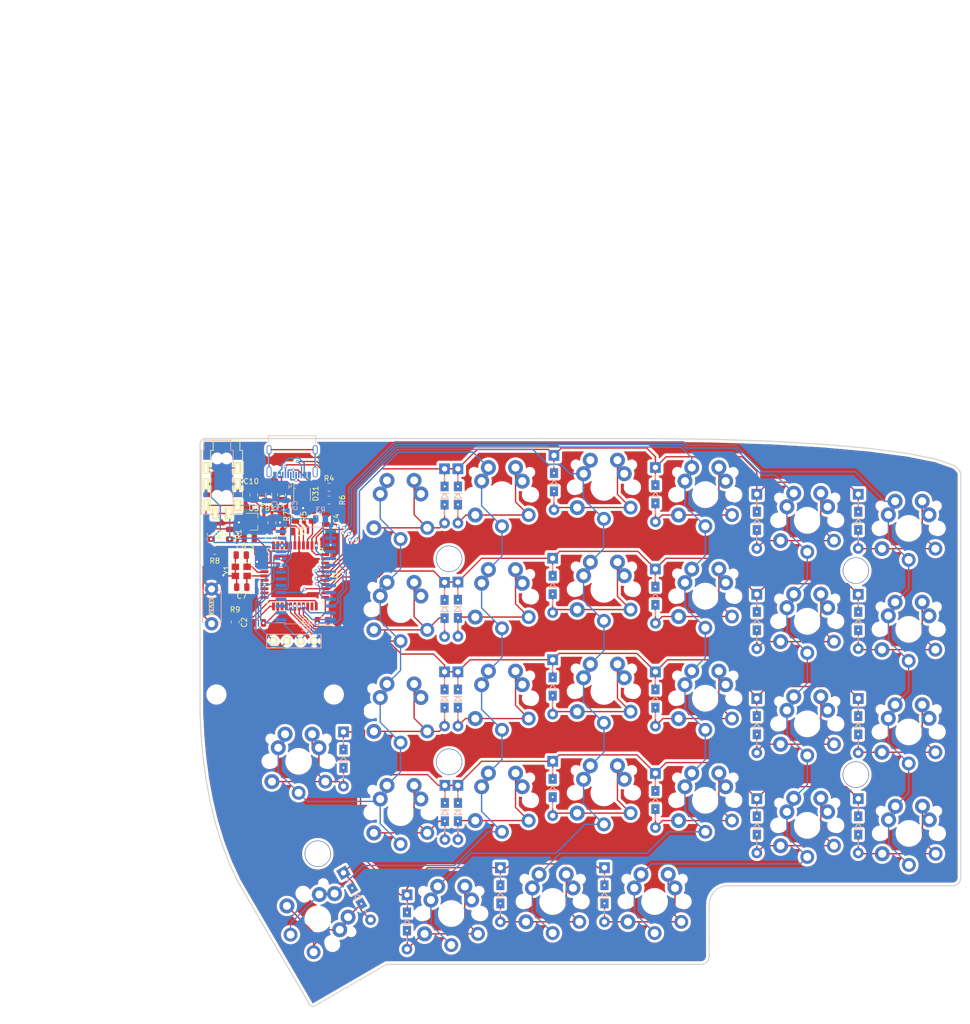
<source format=kicad_pcb>
(kicad_pcb (version 20171130) (host pcbnew 5.1.9)
  (layers (0 F.Cu signal) (31 B.Cu signal) (34 B.Paste user) (35 F.Paste user) (36 B.SilkS user) (37 F.SilkS user) (38 B.Mask user) (39 F.Mask user) (44 Edge.Cuts user))
  (net 0 "")
  (net 1 "Net-(D1-Pad2)")
  (net 2 row4)
  (net 3 "Net-(D2-Pad2)")
  (net 4 "Net-(D3-Pad2)")
  (net 5 row0)
  (net 6 "Net-(D4-Pad2)")
  (net 7 row1)
  (net 8 "Net-(D5-Pad2)")
  (net 9 row2)
  (net 10 "Net-(D6-Pad2)")
  (net 11 row3)
  (net 12 "Net-(D7-Pad2)")
  (net 13 "Net-(D8-Pad2)")
  (net 14 "Net-(D9-Pad2)")
  (net 15 "Net-(D10-Pad2)")
  (net 16 "Net-(D11-Pad2)")
  (net 17 "Net-(D12-Pad2)")
  (net 18 "Net-(D13-Pad2)")
  (net 19 "Net-(D14-Pad2)")
  (net 20 "Net-(D15-Pad2)")
  (net 21 "Net-(D16-Pad2)")
  (net 22 "Net-(D17-Pad2)")
  (net 23 "Net-(D18-Pad2)")
  (net 24 "Net-(D19-Pad2)")
  (net 25 "Net-(D20-Pad2)")
  (net 26 "Net-(D21-Pad2)")
  (net 27 "Net-(D22-Pad2)")
  (net 28 "Net-(D23-Pad2)")
  (net 29 "Net-(D24-Pad2)")
  (net 30 "Net-(D25-Pad2)")
  (net 31 "Net-(D26-Pad2)")
  (net 32 "Net-(D27-Pad2)")
  (net 33 "Net-(D28-Pad2)")
  (net 34 GND)
  (net 35 col0)
  (net 36 col1)
  (net 37 col2)
  (net 38 col3)
  (net 39 col4)
  (net 40 col5)
  (net 41 SDA)
  (net 42 SCL)
  (net 43 "Net-(D29-Pad2)")
  (net 44 +3V3)
  (net 45 +5V)
  (net 46 VBUS)
  (net 47 D+)
  (net 48 D-)
  (net 49 "Net-(F1-Pad1)")
  (net 50 "Net-(J4-PadS1)")
  (net 51 "Net-(J4-PadB5)")
  (net 52 "Net-(J4-PadA5)")
  (net 53 "Net-(R3-Pad1)")
  (net 54 "Net-(C7-Pad1)")
  (net 55 "Net-(C8-Pad2)")
  (net 56 "Net-(C9-Pad1)")
  (net 57 "Net-(R5-Pad1)")
  (net 58 "Net-(R7-Pad1)")
  (net 59 "Net-(R8-Pad2)")
  (net 60 "Net-(R9-Pad2)")
  (module Crystal:Crystal_SMD_3225-4Pin_3.2x2.5mm (layer F.Cu) (at 90.65 61.95 180)
    (fp_text reference Y1 (at 2.75 0.25 90) (layer F.SilkS))
    (fp_text value 16MHz)
    (pad 4 smd rect (at -1.1 -0.85 180) (size 1.4 1.2) (layers F.Cu F.Paste F.Mask) (net 54 "Net-(C7-Pad1)"))
    (pad 3 smd rect (at 1.1 -0.85 180) (size 1.4 1.2) (layers F.Cu F.Paste F.Mask) (net 34 GND))
    (pad 2 smd rect (at 1.1 0.85 180) (size 1.4 1.2) (layers F.Cu F.Paste F.Mask) (net 34 GND))
    (pad 1 smd rect (at -1.1 0.85 180) (size 1.4 1.2) (layers F.Cu F.Paste F.Mask) (net 55 "Net-(C8-Pad2)"))
  )
  (module Resistor_SMD:R_0805_2012Metric (layer F.Cu) (at 89.5 71.4125 90)
    (fp_text reference R9 (at 2.3125 0 180) (layer F.SilkS))
    (fp_text value 10k)
    (pad 2 smd roundrect (at 0.9125 0 90) (size 1.025 1.4) (layers F.Cu F.Paste F.Mask) (roundrect_rratio 0.243902) (net 60 "Net-(R9-Pad2)"))
    (pad 1 smd roundrect (at -0.9125 0 90) (size 1.025 1.4) (layers F.Cu F.Paste F.Mask) (roundrect_rratio 0.243902) (net 34 GND))
  )
  (module Resistor_SMD:R_0805_2012Metric (layer F.Cu) (at 85.7 58)
    (fp_text reference R8 (at -0.0125 2) (layer F.SilkS))
    (fp_text value 10k)
    (pad 2 smd roundrect (at 0.9125 0) (size 1.025 1.4) (layers F.Cu F.Paste F.Mask) (roundrect_rratio 0.243902) (net 59 "Net-(R8-Pad2)"))
    (pad 1 smd roundrect (at -0.9125 0) (size 1.025 1.4) (layers F.Cu F.Paste F.Mask) (roundrect_rratio 0.243902) (net 44 +3V3))
  )
  (module Resistor_SMD:R_0805_2012Metric (layer F.Cu) (at 100.8 51.6125 90)
    (fp_text reference R7 (at 0 -1.65 90) (layer F.SilkS))
    (fp_text value 22)
    (pad 2 smd roundrect (at 0.9125 0 90) (size 1.025 1.4) (layers F.Cu F.Paste F.Mask) (roundrect_rratio 0.243902) (net 47 D+))
    (pad 1 smd roundrect (at -0.9125 0 90) (size 1.025 1.4) (layers F.Cu F.Paste F.Mask) (roundrect_rratio 0.243902) (net 58 "Net-(R7-Pad1)"))
  )
  (module Resistor_SMD:R_0805_2012Metric (layer F.Cu) (at 107.1 48.6)
    (fp_text reference R6 (at 2.5 0 90) (layer F.SilkS))
    (fp_text value 5.1k)
    (pad 2 smd roundrect (at 0.9125 0) (size 1.025 1.4) (layers F.Cu F.Paste F.Mask) (roundrect_rratio 0.243902) (net 34 GND))
    (pad 1 smd roundrect (at -0.9125 0) (size 1.025 1.4) (layers F.Cu F.Paste F.Mask) (roundrect_rratio 0.243902) (net 51 "Net-(J4-PadB5)"))
  )
  (module Resistor_SMD:R_0805_2012Metric (layer F.Cu) (at 104 51.6125 90)
    (fp_text reference R5 (at 0 -1.65 90) (layer F.SilkS))
    (fp_text value 22)
    (pad 2 smd roundrect (at 0.9125 0 90) (size 1.025 1.4) (layers F.Cu F.Paste F.Mask) (roundrect_rratio 0.243902) (net 48 D-))
    (pad 1 smd roundrect (at -0.9125 0 90) (size 1.025 1.4) (layers F.Cu F.Paste F.Mask) (roundrect_rratio 0.243902) (net 57 "Net-(R5-Pad1)"))
  )
  (module Resistor_SMD:R_0805_2012Metric (layer F.Cu) (at 107.1 46.2)
    (fp_text reference R4 (at 0 -1.65) (layer F.SilkS))
    (fp_text value 5.1k)
    (pad 2 smd roundrect (at 0.9125 0) (size 1.025 1.4) (layers F.Cu F.Paste F.Mask) (roundrect_rratio 0.243902) (net 34 GND))
    (pad 1 smd roundrect (at -0.9125 0) (size 1.025 1.4) (layers F.Cu F.Paste F.Mask) (roundrect_rratio 0.243902) (net 52 "Net-(J4-PadA5)"))
  )
  (module Resistor_SMD:R_0805_2012Metric (layer B.Cu) (at 105.5125 52.1 180)
    (fp_text reference R3 (at 0 1.65) (layer B.SilkS) (effects (justify mirror)))
    (fp_text value 10k)
    (pad 2 smd roundrect (at 0.9125 0 180) (size 1.025 1.4) (layers B.Cu B.Paste B.Mask) (roundrect_rratio 0.243902) (net 44 +3V3))
    (pad 1 smd roundrect (at -0.9125 0 180) (size 1.025 1.4) (layers B.Cu B.Paste B.Mask) (roundrect_rratio 0.243902) (net 53 "Net-(R3-Pad1)"))
  )
  (module Resistor_SMD:R_0805_2012Metric (layer F.Cu) (at 85 55 270)
    (fp_text reference R2 (at 0 -1.65 90) (layer F.SilkS))
    (fp_text value 4.7k)
    (pad 2 smd roundrect (at 0.9125 0 270) (size 1.025 1.4) (layers F.Cu F.Paste F.Mask) (roundrect_rratio 0.243902) (net 42 SCL))
    (pad 1 smd roundrect (at -0.9125 0 270) (size 1.025 1.4) (layers F.Cu F.Paste F.Mask) (roundrect_rratio 0.243902) (net 44 +3V3))
  )
  (module Resistor_SMD:R_0805_2012Metric (layer F.Cu) (at 88.5 55 270)
    (fp_text reference R1 (at 0 -1.65 90) (layer F.SilkS))
    (fp_text value 4.7k)
    (pad 2 smd roundrect (at 0.9125 0 270) (size 1.025 1.4) (layers F.Cu F.Paste F.Mask) (roundrect_rratio 0.243902) (net 41 SDA))
    (pad 1 smd roundrect (at -0.9125 0 270) (size 1.025 1.4) (layers F.Cu F.Paste F.Mask) (roundrect_rratio 0.243902) (net 44 +3V3))
  )
  (module Inductor_SMD:L_0805_2012Metric (layer F.Cu) (at 95.8 47.65 90)
    (fp_text reference FB1 (at -2.45 -0.2 180) (layer F.SilkS))
    (fp_text value Ferrite_Bead)
    (pad 2 smd roundrect (at 1.0625 0 90) (size 0.875 1.2) (layers F.Cu F.Paste F.Mask) (net 49 "Net-(F1-Pad1)"))
    (pad 1 smd roundrect (at -1.0625 0 90) (size 0.875 1.2) (layers F.Cu F.Paste F.Mask) (net 45 +5V))
  )
  (module Resistor_SMD:R_0805_2012Metric (layer F.Cu) (at 98.2 47.6 90)
    (fp_text reference F1 (at -2.4 0 180) (layer F.SilkS))
    (fp_text value "Polyfuse 500mA 6V")
    (pad 2 smd roundrect (at 0.9125 0 90) (size 1.025 1.4) (layers F.Cu F.Paste F.Mask) (roundrect_rratio 0.243902) (net 46 VBUS))
    (pad 1 smd roundrect (at -0.9125 0 90) (size 1.025 1.4) (layers F.Cu F.Paste F.Mask) (roundrect_rratio 0.243902) (net 49 "Net-(F1-Pad1)"))
  )
  (module Capacitor_SMD:C_0805_2012Metric (layer F.Cu) (at 96.4 52.85 90)
    (fp_text reference C11 (at -2.65 0) (layer F.SilkS))
    (fp_text value 1uF)
    (pad 2 smd roundrect (at 0.95 0 90) (size 1 1.45) (layers F.Cu F.Paste F.Mask) (net 34 GND))
    (pad 1 smd roundrect (at -0.95 0 90) (size 1 1.45) (layers F.Cu F.Paste F.Mask) (net 44 +3V3))
  )
  (module Capacitor_SMD:C_0805_2012Metric (layer F.Cu) (at 93 47.65 90)
    (fp_text reference C10 (at 2.55 -0.5 180) (layer F.SilkS))
    (fp_text value 1uF)
    (pad 2 smd roundrect (at 0.95 0 90) (size 1 1.45) (layers F.Cu F.Paste F.Mask) (net 34 GND))
    (pad 1 smd roundrect (at -0.95 0 90) (size 1 1.45) (layers F.Cu F.Paste F.Mask) (net 45 +5V))
  )
  (module Capacitor_SMD:C_0805_2012Metric (layer F.Cu) (at 99.35 54.5 180)
    (fp_text reference C9 (at -2.45 0 90) (layer F.SilkS))
    (fp_text value 1uF)
    (pad 2 smd roundrect (at 0.95 0 180) (size 1 1.45) (layers F.Cu F.Paste F.Mask) (net 34 GND))
    (pad 1 smd roundrect (at -0.95 0 180) (size 1 1.45) (layers F.Cu F.Paste F.Mask) (net 56 "Net-(C9-Pad1)"))
  )
  (module Capacitor_SMD:C_0805_2012Metric (layer F.Cu) (at 90.65 58.9)
    (fp_text reference C8 (at 0 -1.68) (layer F.SilkS))
    (fp_text value 22pF)
    (pad 2 smd roundrect (at 0.95 0) (size 1 1.45) (layers F.Cu F.Paste F.Mask) (net 55 "Net-(C8-Pad2)"))
    (pad 1 smd roundrect (at -0.95 0) (size 1 1.45) (layers F.Cu F.Paste F.Mask) (net 34 GND))
  )
  (module Capacitor_SMD:C_0805_2012Metric (layer F.Cu) (at 90.75 64.9 180)
    (fp_text reference C7 (at 0 -1.68) (layer F.SilkS))
    (fp_text value 22pF)
    (pad 2 smd roundrect (at 0.95 0 180) (size 1 1.45) (layers F.Cu F.Paste F.Mask) (net 34 GND))
    (pad 1 smd roundrect (at -0.95 0 180) (size 1 1.45) (layers F.Cu F.Paste F.Mask) (net 54 "Net-(C7-Pad1)"))
  )
  (module Capacitor_SMD:C_0805_2012Metric (layer B.Cu) (at 95.2 49.65 90)
    (fp_text reference C6 (at 0 1.68 90) (layer B.SilkS) (effects (justify mirror)))
    (fp_text value 0.1uF)
    (pad 2 smd roundrect (at 0.95 0 90) (size 1 1.45) (layers B.Cu B.Paste B.Mask) (net 34 GND))
    (pad 1 smd roundrect (at -0.95 0 90) (size 1 1.45) (layers B.Cu B.Paste B.Mask) (net 44 +3V3))
  )
  (module Capacitor_SMD:C_0805_2012Metric (layer B.Cu) (at 99 49.65 90)
    (fp_text reference C5 (at 0 1.68 90) (layer B.SilkS) (effects (justify mirror)))
    (fp_text value 0.1uF)
    (pad 2 smd roundrect (at 0.95 0 90) (size 1 1.45) (layers B.Cu B.Paste B.Mask) (net 34 GND))
    (pad 1 smd roundrect (at -0.95 0 90) (size 1 1.45) (layers B.Cu B.Paste B.Mask) (net 44 +3V3))
  )
  (module Capacitor_SMD:C_0805_2012Metric (layer F.Cu) (at 106.5 52.2 90)
    (fp_text reference C4 (at 0.1 2 90) (layer F.SilkS))
    (fp_text value 10uF)
    (pad 2 smd roundrect (at 0.95 0 90) (size 1 1.45) (layers F.Cu F.Paste F.Mask) (net 34 GND))
    (pad 1 smd roundrect (at -0.95 0 90) (size 1 1.45) (layers F.Cu F.Paste F.Mask) (net 44 +3V3))
  )
  (module Capacitor_SMD:C_0805_2012Metric (layer F.Cu) (at 92.16 55.75 180)
    (fp_text reference C3 (at 0 -1.68) (layer F.SilkS))
    (fp_text value 100nF)
    (pad 2 smd roundrect (at 0.95 0 180) (size 1 1.45) (layers F.Cu F.Paste F.Mask) (net 34 GND))
    (pad 1 smd roundrect (at -0.95 0 180) (size 1 1.45) (layers F.Cu F.Paste F.Mask) (net 44 +3V3))
  )
  (module Capacitor_SMD:C_0805_2012Metric (layer F.Cu) (at 93.85 71.6 180)
    (fp_text reference C2 (at 2.65 0.1 90) (layer F.SilkS))
    (fp_text value 100nF)
    (pad 2 smd roundrect (at 0.95 0 180) (size 1 1.45) (layers F.Cu F.Paste F.Mask) (net 34 GND))
    (pad 1 smd roundrect (at -0.95 0 180) (size 1 1.45) (layers F.Cu F.Paste F.Mask) (net 44 +3V3))
  )
  (module Capacitor_SMD:C_0805_2012Metric (layer F.Cu) (at 105.85 71.2)
    (fp_text reference C1 (at -2.85 0.1) (layer F.SilkS))
    (fp_text value 100nF)
    (pad 2 smd roundrect (at 0.95 0) (size 1 1.45) (layers F.Cu F.Paste F.Mask) (net 34 GND))
    (pad 1 smd roundrect (at -0.95 0) (size 1 1.45) (layers F.Cu F.Paste F.Mask) (net 44 +3V3))
  )
  (module Package_TO_SOT_SMD:SOT-23 (layer F.Cu) (at 93 52.65)
    (fp_text reference U3 (at 0 -2.5) (layer F.SilkS))
    (fp_text value MCP1703A-3302_SOT23)
    (pad 3 smd rect (at 1 0) (size 0.9 0.8) (layers F.Cu F.Paste F.Mask) (net 45 +5V))
    (pad 2 smd rect (at -1 0.95) (size 0.9 0.8) (layers F.Cu F.Paste F.Mask) (net 44 +3V3))
    (pad 1 smd rect (at -1 -0.95) (size 0.9 0.8) (layers F.Cu F.Paste F.Mask) (net 34 GND))
  )
  (module Package_QFP:TQFP-44_10x10mm_P0.8mm (layer F.Cu) (at 100.7 62.8 270)
    (fp_text reference U1 (at 0 -7.45 90) (layer F.SilkS))
    (fp_text value ATmega32U4-AU)
    (pad 1 smd rect (at -5.7 -4 270) (size 1.5 0.55) (layers F.Cu F.Paste F.Mask) (net 35 col0))
    (pad 2 smd rect (at -5.7 -3.2 270) (size 1.5 0.55) (layers F.Cu F.Paste F.Mask) (net 44 +3V3))
    (pad 3 smd rect (at -5.7 -2.4 270) (size 1.5 0.55) (layers F.Cu F.Paste F.Mask) (net 57 "Net-(R5-Pad1)"))
    (pad 4 smd rect (at -5.7 -1.6 270) (size 1.5 0.55) (layers F.Cu F.Paste F.Mask) (net 58 "Net-(R7-Pad1)"))
    (pad 5 smd rect (at -5.7 -0.8 270) (size 1.5 0.55) (layers F.Cu F.Paste F.Mask) (net 34 GND))
    (pad 6 smd rect (at -5.7 0 270) (size 1.5 0.55) (layers F.Cu F.Paste F.Mask) (net 56 "Net-(C9-Pad1)"))
    (pad 7 smd rect (at -5.7 0.8 270) (size 1.5 0.55) (layers F.Cu F.Paste F.Mask) (net 44 +3V3))
    (pad 8 smd rect (at -5.7 1.6 270) (size 1.5 0.55) (layers F.Cu F.Paste F.Mask))
    (pad 9 smd rect (at -5.7 2.4 270) (size 1.5 0.55) (layers F.Cu F.Paste F.Mask) (net 42 SCL))
    (pad 10 smd rect (at -5.7 3.2 270) (size 1.5 0.55) (layers F.Cu F.Paste F.Mask))
    (pad 11 smd rect (at -5.7 4 270) (size 1.5 0.55) (layers F.Cu F.Paste F.Mask))
    (pad 12 smd rect (at -4 5.7) (size 1.5 0.55) (layers F.Cu F.Paste F.Mask))
    (pad 13 smd rect (at -3.2 5.7) (size 1.5 0.55) (layers F.Cu F.Paste F.Mask) (net 59 "Net-(R8-Pad2)"))
    (pad 14 smd rect (at -2.4 5.7) (size 1.5 0.55) (layers F.Cu F.Paste F.Mask) (net 44 +3V3))
    (pad 15 smd rect (at -1.6 5.7) (size 1.5 0.55) (layers F.Cu F.Paste F.Mask) (net 34 GND))
    (pad 16 smd rect (at -0.8 5.7) (size 1.5 0.55) (layers F.Cu F.Paste F.Mask) (net 55 "Net-(C8-Pad2)"))
    (pad 17 smd rect (at 0 5.7) (size 1.5 0.55) (layers F.Cu F.Paste F.Mask) (net 54 "Net-(C7-Pad1)"))
    (pad 18 smd rect (at 0.8 5.7) (size 1.5 0.55) (layers F.Cu F.Paste F.Mask))
    (pad 19 smd rect (at 1.6 5.7) (size 1.5 0.55) (layers F.Cu F.Paste F.Mask) (net 41 SDA))
    (pad 20 smd rect (at 2.4 5.7) (size 1.5 0.55) (layers F.Cu F.Paste F.Mask))
    (pad 21 smd rect (at 3.2 5.7) (size 1.5 0.55) (layers F.Cu F.Paste F.Mask))
    (pad 22 smd rect (at 4 5.7) (size 1.5 0.55) (layers F.Cu F.Paste F.Mask))
    (pad 23 smd rect (at 5.7 4 270) (size 1.5 0.55) (layers F.Cu F.Paste F.Mask) (net 34 GND))
    (pad 24 smd rect (at 5.7 3.2 270) (size 1.5 0.55) (layers F.Cu F.Paste F.Mask) (net 44 +3V3))
    (pad 25 smd rect (at 5.7 2.4 270) (size 1.5 0.55) (layers F.Cu F.Paste F.Mask))
    (pad 26 smd rect (at 5.7 1.6 270) (size 1.5 0.55) (layers F.Cu F.Paste F.Mask))
    (pad 27 smd rect (at 5.7 0.8 270) (size 1.5 0.55) (layers F.Cu F.Paste F.Mask) (net 2 row4))
    (pad 28 smd rect (at 5.7 0 270) (size 1.5 0.55) (layers F.Cu F.Paste F.Mask) (net 11 row3))
    (pad 29 smd rect (at 5.7 -0.8 270) (size 1.5 0.55) (layers F.Cu F.Paste F.Mask) (net 9 row2))
    (pad 30 smd rect (at 5.7 -1.6 270) (size 1.5 0.55) (layers F.Cu F.Paste F.Mask) (net 40 col5))
    (pad 31 smd rect (at 5.7 -2.4 270) (size 1.5 0.55) (layers F.Cu F.Paste F.Mask))
    (pad 32 smd rect (at 5.7 -3.2 270) (size 1.5 0.55) (layers F.Cu F.Paste F.Mask))
    (pad 33 smd rect (at 5.7 -4 270) (size 1.5 0.55) (layers F.Cu F.Paste F.Mask) (net 60 "Net-(R9-Pad2)"))
    (pad 34 smd rect (at 4 -5.7) (size 1.5 0.55) (layers F.Cu F.Paste F.Mask) (net 44 +3V3))
    (pad 35 smd rect (at 3.2 -5.7) (size 1.5 0.55) (layers F.Cu F.Paste F.Mask) (net 34 GND))
    (pad 36 smd rect (at 2.4 -5.7) (size 1.5 0.55) (layers F.Cu F.Paste F.Mask) (net 7 row1))
    (pad 37 smd rect (at 1.6 -5.7) (size 1.5 0.55) (layers F.Cu F.Paste F.Mask) (net 5 row0))
    (pad 38 smd rect (at 0.8 -5.7) (size 1.5 0.55) (layers F.Cu F.Paste F.Mask) (net 39 col4))
    (pad 39 smd rect (at 0 -5.7) (size 1.5 0.55) (layers F.Cu F.Paste F.Mask) (net 38 col3))
    (pad 40 smd rect (at -0.8 -5.7) (size 1.5 0.55) (layers F.Cu F.Paste F.Mask) (net 37 col2))
    (pad 41 smd rect (at -1.6 -5.7) (size 1.5 0.55) (layers F.Cu F.Paste F.Mask) (net 36 col1))
    (pad 42 smd rect (at -2.4 -5.7) (size 1.5 0.55) (layers F.Cu F.Paste F.Mask))
    (pad 43 smd rect (at -3.2 -5.7) (size 1.5 0.55) (layers F.Cu F.Paste F.Mask) (net 34 GND))
    (pad 44 smd rect (at -4 -5.7) (size 1.5 0.55) (layers F.Cu F.Paste F.Mask) (net 44 +3V3))
  )
  (module Package_SO:SOIC-28W_7.5x17.9mm_P1.27mm (layer B.Cu) (at 102.75 62.715)
    (fp_text reference U2 (at 0 9.9) (layer B.SilkS) (effects (justify mirror)))
    (fp_text value MCP23017_SO)
    (pad 1 smd roundrect (at -4.65 8.255) (size 2.05 0.6) (layers B.Cu B.Paste B.Mask))
    (pad 2 smd roundrect (at -4.65 6.985) (size 2.05 0.6) (layers B.Cu B.Paste B.Mask))
    (pad 3 smd roundrect (at -4.65 5.715) (size 2.05 0.6) (layers B.Cu B.Paste B.Mask) (net 11 row3))
    (pad 4 smd roundrect (at -4.65 4.445) (size 2.05 0.6) (layers B.Cu B.Paste B.Mask) (net 2 row4))
    (pad 5 smd roundrect (at -4.65 3.175) (size 2.05 0.6) (layers B.Cu B.Paste B.Mask) (net 7 row1))
    (pad 6 smd roundrect (at -4.65 1.905) (size 2.05 0.6) (layers B.Cu B.Paste B.Mask))
    (pad 7 smd roundrect (at -4.65 0.635) (size 2.05 0.6) (layers B.Cu B.Paste B.Mask))
    (pad 8 smd roundrect (at -4.65 -0.635) (size 2.05 0.6) (layers B.Cu B.Paste B.Mask))
    (pad 9 smd roundrect (at -4.65 -1.905) (size 2.05 0.6) (layers B.Cu B.Paste B.Mask) (net 44 +3V3))
    (pad 10 smd roundrect (at -4.65 -3.175) (size 2.05 0.6) (layers B.Cu B.Paste B.Mask) (net 34 GND))
    (pad 11 smd roundrect (at -4.65 -4.445) (size 2.05 0.6) (layers B.Cu B.Paste B.Mask))
    (pad 12 smd roundrect (at -4.65 -5.715) (size 2.05 0.6) (layers B.Cu B.Paste B.Mask) (net 42 SCL))
    (pad 13 smd roundrect (at -4.65 -6.985) (size 2.05 0.6) (layers B.Cu B.Paste B.Mask) (net 41 SDA))
    (pad 14 smd roundrect (at -4.65 -8.255) (size 2.05 0.6) (layers B.Cu B.Paste B.Mask))
    (pad 15 smd roundrect (at 4.65 -8.255) (size 2.05 0.6) (layers B.Cu B.Paste B.Mask) (net 34 GND))
    (pad 16 smd roundrect (at 4.65 -6.985) (size 2.05 0.6) (layers B.Cu B.Paste B.Mask) (net 34 GND))
    (pad 17 smd roundrect (at 4.65 -5.715) (size 2.05 0.6) (layers B.Cu B.Paste B.Mask) (net 34 GND))
    (pad 18 smd roundrect (at 4.65 -4.445) (size 2.05 0.6) (layers B.Cu B.Paste B.Mask) (net 53 "Net-(R3-Pad1)"))
    (pad 19 smd roundrect (at 4.65 -3.175) (size 2.05 0.6) (layers B.Cu B.Paste B.Mask))
    (pad 20 smd roundrect (at 4.65 -1.905) (size 2.05 0.6) (layers B.Cu B.Paste B.Mask))
    (pad 21 smd roundrect (at 4.65 -0.635) (size 2.05 0.6) (layers B.Cu B.Paste B.Mask) (net 35 col0))
    (pad 22 smd roundrect (at 4.65 0.635) (size 2.05 0.6) (layers B.Cu B.Paste B.Mask) (net 36 col1))
    (pad 23 smd roundrect (at 4.65 1.905) (size 2.05 0.6) (layers B.Cu B.Paste B.Mask) (net 37 col2))
    (pad 24 smd roundrect (at 4.65 3.175) (size 2.05 0.6) (layers B.Cu B.Paste B.Mask) (net 38 col3))
    (pad 25 smd roundrect (at 4.65 4.445) (size 2.05 0.6) (layers B.Cu B.Paste B.Mask) (net 39 col4))
    (pad 26 smd roundrect (at 4.65 5.715) (size 2.05 0.6) (layers B.Cu B.Paste B.Mask) (net 5 row0))
    (pad 27 smd roundrect (at 4.65 6.985) (size 2.05 0.6) (layers B.Cu B.Paste B.Mask) (net 40 col5))
    (pad 28 smd roundrect (at 4.65 8.255) (size 2.05 0.6) (layers B.Cu B.Paste B.Mask) (net 9 row2))
  )
  (module Connector_USB:USB_C_Receptacle_Palconn_UTC16-G (layer B.Cu) (at 100.18 41.4)
    (fp_text reference J4 (at 0 4.58) (layer B.SilkS) (effects (justify mirror)))
    (fp_text value USB_C_Receptacle_USB2.0)
    (pad S1 thru_hole oval (at -4.32 1.93 270) (size 2 0.9) (drill oval 1.7 0.6) (layers *.Cu *.Mask) (net 50 "Net-(J4-PadS1)"))
    (pad S1 thru_hole oval (at 4.32 1.93 270) (size 2 0.9) (drill oval 1.7 0.6) (layers *.Cu *.Mask) (net 50 "Net-(J4-PadS1)"))
    (pad S1 thru_hole oval (at -4.32 -2.24 270) (size 1.7 0.9) (drill oval 1.4 0.6) (layers *.Cu *.Mask) (net 50 "Net-(J4-PadS1)"))
    (pad S1 thru_hole oval (at 4.32 -2.24 270) (size 1.7 0.9) (drill oval 1.4 0.6) (layers *.Cu *.Mask) (net 50 "Net-(J4-PadS1)"))
    (pad B7 smd rect (at -0.75 2.51 180) (size 0.3 1.16) (layers B.Cu B.Paste B.Mask) (net 48 D-))
    (pad A6 smd rect (at -0.25 2.51 180) (size 0.3 1.16) (layers B.Cu B.Paste B.Mask) (net 47 D+))
    (pad A7 smd rect (at 0.25 2.51 180) (size 0.3 1.16) (layers B.Cu B.Paste B.Mask) (net 48 D-))
    (pad B8 smd rect (at -1.75 2.51 180) (size 0.3 1.16) (layers B.Cu B.Paste B.Mask))
    (pad A5 smd rect (at -1.25 2.51 180) (size 0.3 1.16) (layers B.Cu B.Paste B.Mask) (net 52 "Net-(J4-PadA5)"))
    (pad A8 smd rect (at 1.25 2.51 180) (size 0.3 1.16) (layers B.Cu B.Paste B.Mask))
    (pad B6 smd rect (at 0.75 2.51 180) (size 0.3 1.16) (layers B.Cu B.Paste B.Mask) (net 47 D+))
    (pad B5 smd rect (at 1.75 2.51 180) (size 0.3 1.16) (layers B.Cu B.Paste B.Mask) (net 51 "Net-(J4-PadB5)"))
    (pad "" np_thru_hole circle (at 2.89 1.45 180) (size 0.6 0.6) (drill 0.6) (layers *.Cu *.Mask))
    (pad "" np_thru_hole circle (at -2.89 1.45 180) (size 0.6 0.6) (drill 0.6) (layers *.Cu *.Mask))
    (pad A4 smd rect (at -2.4 2.51) (size 0.6 1.16) (layers B.Cu B.Paste B.Mask) (net 46 VBUS))
    (pad B9 smd rect (at -2.4 2.51) (size 0.6 1.16) (layers B.Cu B.Paste B.Mask) (net 46 VBUS))
    (pad A1 smd rect (at -3.2 2.51) (size 0.6 1.16) (layers B.Cu B.Paste B.Mask) (net 34 GND))
    (pad B12 smd rect (at -3.2 2.51) (size 0.6 1.16) (layers B.Cu B.Paste B.Mask) (net 34 GND))
    (pad B4 smd rect (at 2.4 2.51) (size 0.6 1.16) (layers B.Cu B.Paste B.Mask) (net 46 VBUS))
    (pad B1 smd rect (at 3.2 2.51) (size 0.6 1.16) (layers B.Cu B.Paste B.Mask) (net 34 GND))
    (pad A9 smd rect (at 2.4 2.51) (size 0.6 1.16) (layers B.Cu B.Paste B.Mask) (net 46 VBUS))
    (pad A12 smd rect (at 3.2 2.51) (size 0.6 1.16) (layers B.Cu B.Paste B.Mask) (net 34 GND))
  )
  (module Lily58-footprint:HOLE_M2 (layer F.Cu) (at 108 85)
    (fp_text reference TH2 hide)
    (fp_text value HOLE hide)
    (pad "" np_thru_hole circle (at 0 0) (size 2.2 2.2) (drill 2.2) (layers *.Cu *.Mask F.SilkS) (clearance 0.8))
  )
  (module Lily58-footprint:HOLE_M2 (layer F.Cu) (at 86 85)
    (fp_text reference TH1 hide)
    (fp_text value HOLE hide)
    (pad "" np_thru_hole circle (at 0 0) (size 2.2 2.2) (drill 2.2) (layers *.Cu *.Mask F.SilkS) (clearance 0.8))
  )
  (module Package_TO_SOT_SMD:SOT-143 (layer F.Cu) (at 102.05 47.6 90)
    (fp_text reference D31 (at 0.2 2.55 270) (layer F.SilkS))
    (fp_text value PRTR5V0U2X)
    (pad 4 smd rect (at 1.1 -0.95) (size 1 1.4) (layers F.Cu F.Paste F.Mask) (net 46 VBUS))
    (pad 3 smd rect (at 1.1 0.95) (size 1 1.4) (layers F.Cu F.Paste F.Mask) (net 47 D+))
    (pad 2 smd rect (at -1.1 0.95) (size 1 1.4) (layers F.Cu F.Paste F.Mask) (net 48 D-))
    (pad 1 smd rect (at -1.1 -0.77) (size 1.2 1.4) (layers F.Cu F.Paste F.Mask) (net 34 GND))
  )
  (module Lily58-footprint:MJ-4PP-9 (layer F.Cu) (at 87.9 39.3)
    (fp_text reference J2 hide)
    (fp_text value 4PIN hide)
    (pad 4 thru_hole rect (at -2.1 11.8) (size 1.2 2.1) (drill oval 0.5 1.6) (layers *.Cu *.Mask F.SilkS) (net 41 SDA) (clearance 0.15))
    (pad 1 thru_hole rect (at 2.1 10.3) (size 1.2 2.1) (drill oval 0.5 1.6) (layers *.Cu *.Mask F.SilkS) (net 44 +3V3) (clearance 0.15))
    (pad 2 thru_hole rect (at 2.1 6.3) (size 1.2 2.1) (drill oval 0.5 1.6) (layers *.Cu *.Mask F.SilkS) (net 34 GND) (clearance 0.15))
    (pad 3 thru_hole rect (at 2.1 3.3) (size 1.2 2.1) (drill oval 0.5 1.6) (layers *.Cu *.Mask F.SilkS) (net 42 SCL) (clearance 0.15))
    (pad "" np_thru_hole circle (at 0 8.5) (size 1.2 1.2) (drill 1.2) (layers *.Cu *.Mask F.SilkS))
    (pad "" np_thru_hole circle (at 0 1.5) (size 1.2 1.2) (drill 1.2) (layers *.Cu *.Mask F.SilkS))
    (pad 2 thru_hole rect (at -3.85 6.3) (size 1.2 2.1) (drill oval 0.5 1.6) (layers *.Cu *.Mask F.SilkS) (net 34 GND) (clearance 0.15))
    (pad 3 thru_hole rect (at -3.85 3.3) (size 1.2 2.1) (drill oval 0.5 1.6) (layers *.Cu *.Mask F.SilkS) (net 42 SCL) (clearance 0.15))
    (pad 4 thru_hole rect (at 0.35 11.8) (size 1.2 2.1) (drill oval 0.5 1.6) (layers *.Cu *.Mask F.SilkS) (net 41 SDA) (clearance 0.15))
    (pad 1 thru_hole rect (at -3.85 10.3) (size 1.2 2.1) (drill oval 0.5 1.6) (layers *.Cu *.Mask F.SilkS) (net 44 +3V3) (clearance 0.15))
    (pad "" np_thru_hole circle (at -1.75 1.5) (size 1.2 1.2) (drill 1.2) (layers *.Cu *.Mask F.SilkS))
    (pad "" np_thru_hole circle (at -1.75 8.5) (size 1.2 1.2) (drill 1.2) (layers *.Cu *.Mask F.SilkS))
  )
  (module Lily58-footprint:Diode_TH_SOD123 (layer F.Cu) (at 128.75 47.75 270)
    (fp_text reference D1 hide)
    (fp_text value D hide)
    (pad 2 thru_hole rect (at 1.7 0 270) (size 1.8 1.5) (drill 0.4) (layers *.Cu *.Mask) (net 1 "Net-(D1-Pad2)"))
    (pad 1 thru_hole rect (at -1.7 0 270) (size 1.8 1.5) (drill 0.4) (layers *.Cu *.Mask) (net 5 row0))
    (pad 2 thru_hole circle (at 5.16 -0.00254 90) (size 1.99898 1.99898) (drill 1) (layers *.Cu *.Mask) (net 1 "Net-(D1-Pad2)"))
    (pad 1 thru_hole rect (at -5 -0.00254 90) (size 1.99898 1.99898) (drill 1) (layers *.Cu *.Mask) (net 5 row0))
  )
  (module Lily58-footprint:Diode_TH_SOD123 (layer F.Cu) (at 112.3 122.7 300)
    (fp_text reference D26 hide)
    (fp_text value D hide)
    (pad 2 thru_hole rect (at 1.7 0 300) (size 1.8 1.5) (drill 0.4) (layers *.Cu *.Mask) (net 31 "Net-(D26-Pad2)"))
    (pad 1 thru_hole rect (at -1.7 0 300) (size 1.8 1.5) (drill 0.4) (layers *.Cu *.Mask) (net 2 row4))
    (pad 2 thru_hole circle (at 5.16 -0.00254 120) (size 1.99898 1.99898) (drill 1) (layers *.Cu *.Mask) (net 31 "Net-(D26-Pad2)"))
    (pad 1 thru_hole rect (at -5 -0.00254 120) (size 1.99898 1.99898) (drill 1) (layers *.Cu *.Mask) (net 2 row4))
  )
  (module Lily58-footprint:Diode_TH_SOD123 (layer F.Cu) (at 131.25 107 270)
    (fp_text reference D20 hide)
    (fp_text value D hide)
    (pad 2 thru_hole rect (at 1.7 0 270) (size 1.8 1.5) (drill 0.4) (layers *.Cu *.Mask) (net 25 "Net-(D20-Pad2)"))
    (pad 1 thru_hole rect (at -1.7 0 270) (size 1.8 1.5) (drill 0.4) (layers *.Cu *.Mask) (net 11 row3))
    (pad 2 thru_hole circle (at 5.16 -0.00254 90) (size 1.99898 1.99898) (drill 1) (layers *.Cu *.Mask) (net 25 "Net-(D20-Pad2)"))
    (pad 1 thru_hole rect (at -5 -0.00254 90) (size 1.99898 1.99898) (drill 1) (layers *.Cu *.Mask) (net 11 row3))
  )
  (module Lily58-footprint:Diode_TH_SOD123 (layer F.Cu) (at 128.75 69 270)
    (fp_text reference D7 hide)
    (fp_text value D hide)
    (pad 2 thru_hole rect (at 1.7 0 270) (size 1.8 1.5) (drill 0.4) (layers *.Cu *.Mask) (net 12 "Net-(D7-Pad2)"))
    (pad 1 thru_hole rect (at -1.7 0 270) (size 1.8 1.5) (drill 0.4) (layers *.Cu *.Mask) (net 7 row1))
    (pad 2 thru_hole circle (at 5.16 -0.00254 90) (size 1.99898 1.99898) (drill 1) (layers *.Cu *.Mask) (net 12 "Net-(D7-Pad2)"))
    (pad 1 thru_hole rect (at -5 -0.00254 90) (size 1.99898 1.99898) (drill 1) (layers *.Cu *.Mask) (net 7 row1))
  )
  (module Lily58-footprint:Diode_TH_SOD123 (layer F.Cu) (at 131.25 47.75 270)
    (fp_text reference D2 hide)
    (fp_text value D hide)
    (pad 2 thru_hole rect (at 1.7 0 270) (size 1.8 1.5) (drill 0.4) (layers *.Cu *.Mask) (net 3 "Net-(D2-Pad2)"))
    (pad 1 thru_hole rect (at -1.7 0 270) (size 1.8 1.5) (drill 0.4) (layers *.Cu *.Mask) (net 5 row0))
    (pad 2 thru_hole circle (at 5.16 -0.00254 90) (size 1.99898 1.99898) (drill 1) (layers *.Cu *.Mask) (net 3 "Net-(D2-Pad2)"))
    (pad 1 thru_hole rect (at -5 -0.00254 90) (size 1.99898 1.99898) (drill 1) (layers *.Cu *.Mask) (net 5 row0))
  )
  (module Lily58-footprint:Diode_TH_SOD123 (layer F.Cu) (at 149.25 45.25 270)
    (fp_text reference D3 hide)
    (fp_text value D hide)
    (pad 2 thru_hole rect (at 1.7 0 270) (size 1.8 1.5) (drill 0.4) (layers *.Cu *.Mask) (net 4 "Net-(D3-Pad2)"))
    (pad 1 thru_hole rect (at -1.7 0 270) (size 1.8 1.5) (drill 0.4) (layers *.Cu *.Mask) (net 5 row0))
    (pad 2 thru_hole circle (at 5.16 -0.00254 90) (size 1.99898 1.99898) (drill 1) (layers *.Cu *.Mask) (net 4 "Net-(D3-Pad2)"))
    (pad 1 thru_hole rect (at -5 -0.00254 90) (size 1.99898 1.99898) (drill 1) (layers *.Cu *.Mask) (net 5 row0))
  )
  (module Lily58-footprint:Diode_TH_SOD123 (layer F.Cu) (at 168.25 47.5 270)
    (fp_text reference D4 hide)
    (fp_text value D hide)
    (pad 2 thru_hole rect (at 1.7 0 270) (size 1.8 1.5) (drill 0.4) (layers *.Cu *.Mask) (net 6 "Net-(D4-Pad2)"))
    (pad 1 thru_hole rect (at -1.7 0 270) (size 1.8 1.5) (drill 0.4) (layers *.Cu *.Mask) (net 5 row0))
    (pad 2 thru_hole circle (at 5.16 -0.00254 90) (size 1.99898 1.99898) (drill 1) (layers *.Cu *.Mask) (net 6 "Net-(D4-Pad2)"))
    (pad 1 thru_hole rect (at -5 -0.00254 90) (size 1.99898 1.99898) (drill 1) (layers *.Cu *.Mask) (net 5 row0))
  )
  (module Lily58-footprint:Diode_TH_SOD123 (layer F.Cu) (at 187.25 52.5 270)
    (fp_text reference D5 hide)
    (fp_text value D hide)
    (pad 2 thru_hole rect (at 1.7 0 270) (size 1.8 1.5) (drill 0.4) (layers *.Cu *.Mask) (net 8 "Net-(D5-Pad2)"))
    (pad 1 thru_hole rect (at -1.7 0 270) (size 1.8 1.5) (drill 0.4) (layers *.Cu *.Mask) (net 5 row0))
    (pad 2 thru_hole circle (at 5.16 -0.00254 90) (size 1.99898 1.99898) (drill 1) (layers *.Cu *.Mask) (net 8 "Net-(D5-Pad2)"))
    (pad 1 thru_hole rect (at -5 -0.00254 90) (size 1.99898 1.99898) (drill 1) (layers *.Cu *.Mask) (net 5 row0))
  )
  (module Lily58-footprint:Diode_TH_SOD123 (layer F.Cu) (at 206.25 52.5 270)
    (fp_text reference D6 hide)
    (fp_text value D hide)
    (pad 2 thru_hole rect (at 1.7 0 270) (size 1.8 1.5) (drill 0.4) (layers *.Cu *.Mask) (net 10 "Net-(D6-Pad2)"))
    (pad 1 thru_hole rect (at -1.7 0 270) (size 1.8 1.5) (drill 0.4) (layers *.Cu *.Mask) (net 5 row0))
    (pad 2 thru_hole circle (at 5.16 -0.00254 90) (size 1.99898 1.99898) (drill 1) (layers *.Cu *.Mask) (net 10 "Net-(D6-Pad2)"))
    (pad 1 thru_hole rect (at -5 -0.00254 90) (size 1.99898 1.99898) (drill 1) (layers *.Cu *.Mask) (net 5 row0))
  )
  (module Lily58-footprint:Diode_TH_SOD123 (layer F.Cu) (at 131.25254 68.95254 270)
    (fp_text reference D8 hide)
    (fp_text value D hide)
    (pad 2 thru_hole rect (at 1.7 0 270) (size 1.8 1.5) (drill 0.4) (layers *.Cu *.Mask) (net 13 "Net-(D8-Pad2)"))
    (pad 1 thru_hole rect (at -1.7 0 270) (size 1.8 1.5) (drill 0.4) (layers *.Cu *.Mask) (net 7 row1))
    (pad 2 thru_hole circle (at 5.16 -0.00254 90) (size 1.99898 1.99898) (drill 1) (layers *.Cu *.Mask) (net 13 "Net-(D8-Pad2)"))
    (pad 1 thru_hole rect (at -5 -0.00254 90) (size 1.99898 1.99898) (drill 1) (layers *.Cu *.Mask) (net 7 row1))
  )
  (module Lily58-footprint:Diode_TH_SOD123 (layer F.Cu) (at 149 64.5 270)
    (fp_text reference D9 hide)
    (fp_text value D hide)
    (pad 2 thru_hole rect (at 1.7 0 270) (size 1.8 1.5) (drill 0.4) (layers *.Cu *.Mask) (net 14 "Net-(D9-Pad2)"))
    (pad 1 thru_hole rect (at -1.7 0 270) (size 1.8 1.5) (drill 0.4) (layers *.Cu *.Mask) (net 7 row1))
    (pad 2 thru_hole circle (at 5.16 -0.00254 90) (size 1.99898 1.99898) (drill 1) (layers *.Cu *.Mask) (net 14 "Net-(D9-Pad2)"))
    (pad 1 thru_hole rect (at -5 -0.00254 90) (size 1.99898 1.99898) (drill 1) (layers *.Cu *.Mask) (net 7 row1))
  )
  (module Lily58-footprint:Diode_TH_SOD123 (layer F.Cu) (at 168.25 66.5 270)
    (fp_text reference D10 hide)
    (fp_text value D hide)
    (pad 2 thru_hole rect (at 1.7 0 270) (size 1.8 1.5) (drill 0.4) (layers *.Cu *.Mask) (net 15 "Net-(D10-Pad2)"))
    (pad 1 thru_hole rect (at -1.7 0 270) (size 1.8 1.5) (drill 0.4) (layers *.Cu *.Mask) (net 7 row1))
    (pad 2 thru_hole circle (at 5.16 -0.00254 90) (size 1.99898 1.99898) (drill 1) (layers *.Cu *.Mask) (net 15 "Net-(D10-Pad2)"))
    (pad 1 thru_hole rect (at -5 -0.00254 90) (size 1.99898 1.99898) (drill 1) (layers *.Cu *.Mask) (net 7 row1))
  )
  (module Lily58-footprint:Diode_TH_SOD123 (layer F.Cu) (at 187.25 71.25 270)
    (fp_text reference D11 hide)
    (fp_text value D hide)
    (pad 2 thru_hole rect (at 1.7 0 270) (size 1.8 1.5) (drill 0.4) (layers *.Cu *.Mask) (net 16 "Net-(D11-Pad2)"))
    (pad 1 thru_hole rect (at -1.7 0 270) (size 1.8 1.5) (drill 0.4) (layers *.Cu *.Mask) (net 7 row1))
    (pad 2 thru_hole circle (at 5.16 -0.00254 90) (size 1.99898 1.99898) (drill 1) (layers *.Cu *.Mask) (net 16 "Net-(D11-Pad2)"))
    (pad 1 thru_hole rect (at -5 -0.00254 90) (size 1.99898 1.99898) (drill 1) (layers *.Cu *.Mask) (net 7 row1))
  )
  (module Lily58-footprint:Diode_TH_SOD123 (layer F.Cu) (at 206.25 71.25 270)
    (fp_text reference D12 hide)
    (fp_text value D hide)
    (pad 2 thru_hole rect (at 1.7 0 270) (size 1.8 1.5) (drill 0.4) (layers *.Cu *.Mask) (net 17 "Net-(D12-Pad2)"))
    (pad 1 thru_hole rect (at -1.7 0 270) (size 1.8 1.5) (drill 0.4) (layers *.Cu *.Mask) (net 7 row1))
    (pad 2 thru_hole circle (at 5.16 -0.00254 90) (size 1.99898 1.99898) (drill 1) (layers *.Cu *.Mask) (net 17 "Net-(D12-Pad2)"))
    (pad 1 thru_hole rect (at -5 -0.00254 90) (size 1.99898 1.99898) (drill 1) (layers *.Cu *.Mask) (net 7 row1))
  )
  (module Lily58-footprint:Diode_TH_SOD123 (layer F.Cu) (at 128.75 85.75 270)
    (fp_text reference D13 hide)
    (fp_text value D hide)
    (pad 2 thru_hole rect (at 1.7 0 270) (size 1.8 1.5) (drill 0.4) (layers *.Cu *.Mask) (net 18 "Net-(D13-Pad2)"))
    (pad 1 thru_hole rect (at -1.7 0 270) (size 1.8 1.5) (drill 0.4) (layers *.Cu *.Mask) (net 9 row2))
    (pad 2 thru_hole circle (at 5.16 -0.00254 90) (size 1.99898 1.99898) (drill 1) (layers *.Cu *.Mask) (net 18 "Net-(D13-Pad2)"))
    (pad 1 thru_hole rect (at -5 -0.00254 90) (size 1.99898 1.99898) (drill 1) (layers *.Cu *.Mask) (net 9 row2))
  )
  (module Lily58-footprint:Diode_TH_SOD123 (layer F.Cu) (at 131.25 85.75 270)
    (fp_text reference D14 hide)
    (fp_text value D hide)
    (pad 2 thru_hole rect (at 1.7 0 270) (size 1.8 1.5) (drill 0.4) (layers *.Cu *.Mask) (net 19 "Net-(D14-Pad2)"))
    (pad 1 thru_hole rect (at -1.7 0 270) (size 1.8 1.5) (drill 0.4) (layers *.Cu *.Mask) (net 9 row2))
    (pad 2 thru_hole circle (at 5.16 -0.00254 90) (size 1.99898 1.99898) (drill 1) (layers *.Cu *.Mask) (net 19 "Net-(D14-Pad2)"))
    (pad 1 thru_hole rect (at -5 -0.00254 90) (size 1.99898 1.99898) (drill 1) (layers *.Cu *.Mask) (net 9 row2))
  )
  (module Lily58-footprint:Diode_TH_SOD123 (layer F.Cu) (at 149 83.5 270)
    (fp_text reference D15 hide)
    (fp_text value D hide)
    (pad 2 thru_hole rect (at 1.7 0 270) (size 1.8 1.5) (drill 0.4) (layers *.Cu *.Mask) (net 20 "Net-(D15-Pad2)"))
    (pad 1 thru_hole rect (at -1.7 0 270) (size 1.8 1.5) (drill 0.4) (layers *.Cu *.Mask) (net 9 row2))
    (pad 2 thru_hole circle (at 5.16 -0.00254 90) (size 1.99898 1.99898) (drill 1) (layers *.Cu *.Mask) (net 20 "Net-(D15-Pad2)"))
    (pad 1 thru_hole rect (at -5 -0.00254 90) (size 1.99898 1.99898) (drill 1) (layers *.Cu *.Mask) (net 9 row2))
  )
  (module Lily58-footprint:Diode_TH_SOD123 (layer F.Cu) (at 168.25 85.75 270)
    (fp_text reference D16 hide)
    (fp_text value D hide)
    (pad 2 thru_hole rect (at 1.7 0 270) (size 1.8 1.5) (drill 0.4) (layers *.Cu *.Mask) (net 21 "Net-(D16-Pad2)"))
    (pad 1 thru_hole rect (at -1.7 0 270) (size 1.8 1.5) (drill 0.4) (layers *.Cu *.Mask) (net 9 row2))
    (pad 2 thru_hole circle (at 5.16 -0.00254 90) (size 1.99898 1.99898) (drill 1) (layers *.Cu *.Mask) (net 21 "Net-(D16-Pad2)"))
    (pad 1 thru_hole rect (at -5 -0.00254 90) (size 1.99898 1.99898) (drill 1) (layers *.Cu *.Mask) (net 9 row2))
  )
  (module Lily58-footprint:Diode_TH_SOD123 (layer F.Cu) (at 187.25 90.75 270)
    (fp_text reference D17 hide)
    (fp_text value D hide)
    (pad 2 thru_hole rect (at 1.7 0 270) (size 1.8 1.5) (drill 0.4) (layers *.Cu *.Mask) (net 22 "Net-(D17-Pad2)"))
    (pad 1 thru_hole rect (at -1.7 0 270) (size 1.8 1.5) (drill 0.4) (layers *.Cu *.Mask) (net 9 row2))
    (pad 2 thru_hole circle (at 5.16 -0.00254 90) (size 1.99898 1.99898) (drill 1) (layers *.Cu *.Mask) (net 22 "Net-(D17-Pad2)"))
    (pad 1 thru_hole rect (at -5 -0.00254 90) (size 1.99898 1.99898) (drill 1) (layers *.Cu *.Mask) (net 9 row2))
  )
  (module Lily58-footprint:Diode_TH_SOD123 (layer F.Cu) (at 206.25 90.75 270)
    (fp_text reference D18 hide)
    (fp_text value D hide)
    (pad 2 thru_hole rect (at 1.7 0 270) (size 1.8 1.5) (drill 0.4) (layers *.Cu *.Mask) (net 23 "Net-(D18-Pad2)"))
    (pad 1 thru_hole rect (at -1.7 0 270) (size 1.8 1.5) (drill 0.4) (layers *.Cu *.Mask) (net 9 row2))
    (pad 2 thru_hole circle (at 5.16 -0.00254 90) (size 1.99898 1.99898) (drill 1) (layers *.Cu *.Mask) (net 23 "Net-(D18-Pad2)"))
    (pad 1 thru_hole rect (at -5 -0.00254 90) (size 1.99898 1.99898) (drill 1) (layers *.Cu *.Mask) (net 9 row2))
  )
  (module Lily58-footprint:Diode_TH_SOD123 (layer F.Cu) (at 128.8 107 270)
    (fp_text reference D19 hide)
    (fp_text value D hide)
    (pad 2 thru_hole rect (at 1.7 0 270) (size 1.8 1.5) (drill 0.4) (layers *.Cu *.Mask) (net 24 "Net-(D19-Pad2)"))
    (pad 1 thru_hole rect (at -1.7 0 270) (size 1.8 1.5) (drill 0.4) (layers *.Cu *.Mask) (net 11 row3))
    (pad 2 thru_hole circle (at 5.16 -0.00254 90) (size 1.99898 1.99898) (drill 1) (layers *.Cu *.Mask) (net 24 "Net-(D19-Pad2)"))
    (pad 1 thru_hole rect (at -5 -0.00254 90) (size 1.99898 1.99898) (drill 1) (layers *.Cu *.Mask) (net 11 row3))
  )
  (module Lily58-footprint:Diode_TH_SOD123 (layer F.Cu) (at 149 102.5 270)
    (fp_text reference D21 hide)
    (fp_text value D hide)
    (pad 2 thru_hole rect (at 1.7 0 270) (size 1.8 1.5) (drill 0.4) (layers *.Cu *.Mask) (net 26 "Net-(D21-Pad2)"))
    (pad 1 thru_hole rect (at -1.7 0 270) (size 1.8 1.5) (drill 0.4) (layers *.Cu *.Mask) (net 11 row3))
    (pad 2 thru_hole circle (at 5.16 -0.00254 90) (size 1.99898 1.99898) (drill 1) (layers *.Cu *.Mask) (net 26 "Net-(D21-Pad2)"))
    (pad 1 thru_hole rect (at -5 -0.00254 90) (size 1.99898 1.99898) (drill 1) (layers *.Cu *.Mask) (net 11 row3))
  )
  (module Lily58-footprint:Diode_TH_SOD123 (layer F.Cu) (at 168.25 104.75 270)
    (fp_text reference D22 hide)
    (fp_text value D hide)
    (pad 2 thru_hole rect (at 1.7 0 270) (size 1.8 1.5) (drill 0.4) (layers *.Cu *.Mask) (net 27 "Net-(D22-Pad2)"))
    (pad 1 thru_hole rect (at -1.7 0 270) (size 1.8 1.5) (drill 0.4) (layers *.Cu *.Mask) (net 11 row3))
    (pad 2 thru_hole circle (at 5.16 -0.00254 90) (size 1.99898 1.99898) (drill 1) (layers *.Cu *.Mask) (net 27 "Net-(D22-Pad2)"))
    (pad 1 thru_hole rect (at -5 -0.00254 90) (size 1.99898 1.99898) (drill 1) (layers *.Cu *.Mask) (net 11 row3))
  )
  (module Lily58-footprint:Diode_TH_SOD123 (layer F.Cu) (at 187.25 109.5 270)
    (fp_text reference D23 hide)
    (fp_text value D hide)
    (pad 2 thru_hole rect (at 1.7 0 270) (size 1.8 1.5) (drill 0.4) (layers *.Cu *.Mask) (net 28 "Net-(D23-Pad2)"))
    (pad 1 thru_hole rect (at -1.7 0 270) (size 1.8 1.5) (drill 0.4) (layers *.Cu *.Mask) (net 11 row3))
    (pad 2 thru_hole circle (at 5.16 -0.00254 90) (size 1.99898 1.99898) (drill 1) (layers *.Cu *.Mask) (net 28 "Net-(D23-Pad2)"))
    (pad 1 thru_hole rect (at -5 -0.00254 90) (size 1.99898 1.99898) (drill 1) (layers *.Cu *.Mask) (net 11 row3))
  )
  (module Lily58-footprint:Diode_TH_SOD123 (layer F.Cu) (at 206.25 109.5 270)
    (fp_text reference D24 hide)
    (fp_text value D hide)
    (pad 2 thru_hole rect (at 1.7 0 270) (size 1.8 1.5) (drill 0.4) (layers *.Cu *.Mask) (net 29 "Net-(D24-Pad2)"))
    (pad 1 thru_hole rect (at -1.7 0 270) (size 1.8 1.5) (drill 0.4) (layers *.Cu *.Mask) (net 11 row3))
    (pad 2 thru_hole circle (at 5.16 -0.00254 90) (size 1.99898 1.99898) (drill 1) (layers *.Cu *.Mask) (net 29 "Net-(D24-Pad2)"))
    (pad 1 thru_hole rect (at -5 -0.00254 90) (size 1.99898 1.99898) (drill 1) (layers *.Cu *.Mask) (net 11 row3))
  )
  (module Lily58-footprint:Diode_TH_SOD123 (layer F.Cu) (at 109.8 97 270)
    (fp_text reference D25 hide)
    (fp_text value D hide)
    (pad 2 thru_hole rect (at 1.7 0 270) (size 1.8 1.5) (drill 0.4) (layers *.Cu *.Mask) (net 30 "Net-(D25-Pad2)"))
    (pad 1 thru_hole rect (at -1.7 0 270) (size 1.8 1.5) (drill 0.4) (layers *.Cu *.Mask) (net 2 row4))
    (pad 2 thru_hole circle (at 5.16 -0.00254 90) (size 1.99898 1.99898) (drill 1) (layers *.Cu *.Mask) (net 30 "Net-(D25-Pad2)"))
    (pad 1 thru_hole rect (at -5 -0.00254 90) (size 1.99898 1.99898) (drill 1) (layers *.Cu *.Mask) (net 2 row4))
  )
  (module Lily58-footprint:Diode_TH_SOD123 (layer F.Cu) (at 121.7 127.5 270)
    (fp_text reference D27 hide)
    (fp_text value D hide)
    (pad 2 thru_hole rect (at 1.7 0 270) (size 1.8 1.5) (drill 0.4) (layers *.Cu *.Mask) (net 32 "Net-(D27-Pad2)"))
    (pad 1 thru_hole rect (at -1.7 0 270) (size 1.8 1.5) (drill 0.4) (layers *.Cu *.Mask) (net 2 row4))
    (pad 2 thru_hole circle (at 5.16 -0.00254 90) (size 1.99898 1.99898) (drill 1) (layers *.Cu *.Mask) (net 32 "Net-(D27-Pad2)"))
    (pad 1 thru_hole rect (at -5 -0.00254 90) (size 1.99898 1.99898) (drill 1) (layers *.Cu *.Mask) (net 2 row4))
  )
  (module Lily58-footprint:Diode_TH_SOD123 (layer F.Cu) (at 139.2 122.4 270)
    (fp_text reference D28 hide)
    (fp_text value D hide)
    (pad 2 thru_hole rect (at 1.7 0 270) (size 1.8 1.5) (drill 0.4) (layers *.Cu *.Mask) (net 33 "Net-(D28-Pad2)"))
    (pad 1 thru_hole rect (at -1.7 0 270) (size 1.8 1.5) (drill 0.4) (layers *.Cu *.Mask) (net 2 row4))
    (pad 2 thru_hole circle (at 5.16 -0.00254 90) (size 1.99898 1.99898) (drill 1) (layers *.Cu *.Mask) (net 33 "Net-(D28-Pad2)"))
    (pad 1 thru_hole rect (at -5 -0.00254 90) (size 1.99898 1.99898) (drill 1) (layers *.Cu *.Mask) (net 2 row4))
  )
  (module Lily58-footprint:Diode_TH_SOD123 (layer F.Cu) (at 158.7 122.4 270)
    (fp_text reference D29 hide)
    (fp_text value D hide)
    (pad 2 thru_hole rect (at 1.7 0 270) (size 1.8 1.5) (drill 0.4) (layers *.Cu *.Mask) (net 43 "Net-(D29-Pad2)"))
    (pad 1 thru_hole rect (at -1.7 0 270) (size 1.8 1.5) (drill 0.4) (layers *.Cu *.Mask) (net 2 row4))
    (pad 2 thru_hole circle (at 5.16 -0.00254 90) (size 1.99898 1.99898) (drill 1) (layers *.Cu *.Mask) (net 43 "Net-(D29-Pad2)"))
    (pad 1 thru_hole rect (at -5 -0.00254 90) (size 1.99898 1.99898) (drill 1) (layers *.Cu *.Mask) (net 2 row4))
  )
  (module Lily58-footprint:HOLE_M2_TH (layer F.Cu) (at 129.6 59.6)
    (fp_text reference TH3 hide)
    (fp_text value HOLE hide)
    (pad "" thru_hole circle (at 0 0 90) (size 4.9 4.9) (drill 4.7) (layers *.Cu *.Mask) (clearance 0.3))
  )
  (module Lily58-footprint:HOLE_M2_TH (layer F.Cu) (at 205.8 61.8)
    (fp_text reference TH4 hide)
    (fp_text value HOLE hide)
    (pad "" thru_hole circle (at 0 0 90) (size 4.9 4.9) (drill 4.7) (layers *.Cu *.Mask) (clearance 0.3))
  )
  (module Lily58-footprint:HOLE_M2_TH (layer F.Cu) (at 129.6 97.6)
    (fp_text reference TH5 hide)
    (fp_text value HOLE hide)
    (pad "" thru_hole circle (at 0 0 90) (size 4.9 4.9) (drill 4.7) (layers *.Cu *.Mask) (clearance 0.3))
  )
  (module Lily58-footprint:HOLE_M2_TH (layer F.Cu) (at 205.8 100)
    (fp_text reference TH6 hide)
    (fp_text value HOLE hide)
    (pad "" thru_hole circle (at 0 0 90) (size 4.9 4.9) (drill 4.7) (layers *.Cu *.Mask) (clearance 0.3))
  )
  (module Lily58-footprint:HOLE_M2_TH (layer F.Cu) (at 105 114.8 90)
    (fp_text reference TH7 hide)
    (fp_text value HOLE hide)
    (pad "" thru_hole circle (at 0 0 180) (size 4.9 4.9) (drill 4.7) (layers *.Cu *.Mask) (clearance 0.3))
  )
  (module Lily58-footprint:TACT_SWITCH_TVBP06 (layer F.Cu) (at 85.1 68.5 270)
    (fp_text reference RSW1 hide)
    (fp_text value SW_RST hide)
    (fp_text user RESET (at 0 0 90) (layer B.SilkS) (effects (font (size 0.8 0.8)) (justify mirror)))
    (fp_text user RESET (at 0 0 270) (layer F.SilkS) (effects (font (size 0.8 0.8))))
    (pad 2 thru_hole circle (at 3.25 0 270) (size 2.5 2.5) (drill 1.3) (layers *.Cu *.Mask) (net 59 "Net-(R8-Pad2)"))
    (pad 1 thru_hole circle (at -3.25 0 270) (size 2.5 2.5) (drill 1.3) (layers *.Cu *.Mask) (net 34 GND))
  )
  (module Lily58-footprint:MX_PG1350-Under_FLIP_HOLES_27mm (layer F.Cu) (at 105 127 300)
    (fp_text reference SW26 hide)
    (fp_text value SW_PUSH hide)
    (pad "" np_thru_hole circle (at 5.5 0 300) (size 1.9 1.9) (drill 1.9) (layers *.Cu *.Mask) (clearance 0.1524))
    (pad "" np_thru_hole circle (at -5.5 0 300) (size 1.9 1.9) (drill 1.9) (layers *.Cu *.Mask) (clearance 0.1524))
    (pad "" np_thru_hole circle (at -5.22 -4.2 300) (size 1 1) (drill 1) (layers *.Cu *.Mask))
    (pad 1 thru_hole circle (at -3.81 -2.540001 300) (size 2.8 2.8) (drill 1.5) (layers *.Cu *.Mask) (net 39 col4))
    (pad "" np_thru_hole circle (at 0 0 300) (size 4 4) (drill 4) (layers *.Cu *.Mask) (clearance 0.1524))
    (pad "" np_thru_hole circle (at -5.08 0 300) (size 1.7 1.7) (drill 1.7) (layers *.Cu *.Mask) (clearance 0.1524))
    (pad "" np_thru_hole circle (at 5.08 0 300) (size 1.7 1.7) (drill 1.7) (layers *.Cu *.Mask) (clearance 0.1524))
    (pad 2 thru_hole circle (at 3.81 -2.54 300) (size 2.8 2.8) (drill 1.5) (layers *.Cu *.Mask) (net 31 "Net-(D26-Pad2)"))
    (pad 1 thru_hole circle (at -2.54 -5.08 300) (size 2.8 2.8) (drill 1.5) (layers *.Cu *.Mask) (net 39 col4))
    (pad 2 thru_hole circle (at 2.54 -5.08 300) (size 2.8 2.8) (drill 1.5) (layers *.Cu *.Mask) (net 31 "Net-(D26-Pad2)"))
    (pad 2 thru_hole circle (at -5 3.8 300) (size 2.8 2.8) (drill 1.5) (layers *.Cu *.Mask) (net 31 "Net-(D26-Pad2)"))
    (pad 1 thru_hole circle (at 0 5.9 300) (size 2.6 2.6) (drill 1.5) (layers *.Cu *.Mask) (net 39 col4))
    (pad 2 thru_hole circle (at 5 3.8 300) (size 2.6 2.6) (drill 1.5) (layers *.Cu *.Mask) (net 31 "Net-(D26-Pad2)"))
    (pad "" np_thru_hole circle (at 5.22 -4.2 300) (size 1 1) (drill 1) (layers *.Cu *.Mask))
  )
  (module Lily58-footprint:MX_PG1350-Under_FLIP_HOLES_18mm (layer F.Cu) (at 101.4 97.5)
    (fp_text reference SW25 hide)
    (fp_text value SW_PUSH hide)
    (pad "" np_thru_hole circle (at 5.5 0) (size 1.9 1.9) (drill 1.9) (layers *.Cu *.Mask) (clearance 0.1524))
    (pad "" np_thru_hole circle (at -5.5 0) (size 1.9 1.9) (drill 1.9) (layers *.Cu *.Mask) (clearance 0.1524))
    (pad "" np_thru_hole circle (at -5.22 -4.2) (size 1 1) (drill 1) (layers *.Cu *.Mask))
    (pad 1 thru_hole circle (at -3.81 -2.54) (size 2.8 2.8) (drill 1.5) (layers *.Cu *.Mask) (net 40 col5))
    (pad "" np_thru_hole circle (at 0 0) (size 4 4) (drill 4) (layers *.Cu *.Mask) (clearance 0.1524))
    (pad "" np_thru_hole circle (at -5.08 0) (size 1.7 1.7) (drill 1.7) (layers *.Cu *.Mask) (clearance 0.1524))
    (pad "" np_thru_hole circle (at 5.08 0) (size 1.7 1.7) (drill 1.7) (layers *.Cu *.Mask) (clearance 0.1524))
    (pad 2 thru_hole circle (at 3.81 -2.54) (size 2.8 2.8) (drill 1.5) (layers *.Cu *.Mask) (net 30 "Net-(D25-Pad2)"))
    (pad 1 thru_hole circle (at -2.54 -5.08) (size 2.8 2.8) (drill 1.5) (layers *.Cu *.Mask) (net 40 col5))
    (pad 2 thru_hole circle (at 2.54 -5.08) (size 2.8 2.8) (drill 1.5) (layers *.Cu *.Mask) (net 30 "Net-(D25-Pad2)"))
    (pad 2 thru_hole circle (at -5 3.8) (size 2.8 2.8) (drill 1.5) (layers *.Cu *.Mask) (net 30 "Net-(D25-Pad2)"))
    (pad 1 thru_hole circle (at 0 5.9) (size 2.6 2.6) (drill 1.5) (layers *.Cu *.Mask) (net 40 col5))
    (pad 2 thru_hole circle (at 5 3.8) (size 2.6 2.6) (drill 1.5) (layers *.Cu *.Mask) (net 30 "Net-(D25-Pad2)"))
    (pad "" np_thru_hole circle (at 5.22 -4.2) (size 1 1) (drill 1) (layers *.Cu *.Mask))
  )
  (module Lily58-footprint:MX_PG1350-Under_FLIP_HOLES_18mm (layer F.Cu) (at 120.5 88.1)
    (fp_text reference SW13 hide)
    (fp_text value SW_PUSH hide)
    (pad "" np_thru_hole circle (at 5.5 0) (size 1.9 1.9) (drill 1.9) (layers *.Cu *.Mask) (clearance 0.1524))
    (pad "" np_thru_hole circle (at -5.5 0) (size 1.9 1.9) (drill 1.9) (layers *.Cu *.Mask) (clearance 0.1524))
    (pad "" np_thru_hole circle (at -5.22 -4.2) (size 1 1) (drill 1) (layers *.Cu *.Mask))
    (pad 1 thru_hole circle (at -3.81 -2.54) (size 2.8 2.8) (drill 1.5) (layers *.Cu *.Mask) (net 40 col5))
    (pad "" np_thru_hole circle (at 0 0) (size 4 4) (drill 4) (layers *.Cu *.Mask) (clearance 0.1524))
    (pad "" np_thru_hole circle (at -5.08 0) (size 1.7 1.7) (drill 1.7) (layers *.Cu *.Mask) (clearance 0.1524))
    (pad "" np_thru_hole circle (at 5.08 0) (size 1.7 1.7) (drill 1.7) (layers *.Cu *.Mask) (clearance 0.1524))
    (pad 2 thru_hole circle (at 3.81 -2.54) (size 2.8 2.8) (drill 1.5) (layers *.Cu *.Mask) (net 18 "Net-(D13-Pad2)"))
    (pad 1 thru_hole circle (at -2.54 -5.08) (size 2.8 2.8) (drill 1.5) (layers *.Cu *.Mask) (net 40 col5))
    (pad 2 thru_hole circle (at 2.54 -5.08) (size 2.8 2.8) (drill 1.5) (layers *.Cu *.Mask) (net 18 "Net-(D13-Pad2)"))
    (pad 2 thru_hole circle (at -5 3.8) (size 2.8 2.8) (drill 1.5) (layers *.Cu *.Mask) (net 18 "Net-(D13-Pad2)"))
    (pad 1 thru_hole circle (at 0 5.9) (size 2.6 2.6) (drill 1.5) (layers *.Cu *.Mask) (net 40 col5))
    (pad 2 thru_hole circle (at 5 3.8) (size 2.6 2.6) (drill 1.5) (layers *.Cu *.Mask) (net 18 "Net-(D13-Pad2)"))
    (pad "" np_thru_hole circle (at 5.22 -4.2) (size 1 1) (drill 1) (layers *.Cu *.Mask))
  )
  (module Lily58-footprint:MX_PG1350-Under_FLIP_HOLES_18mm (layer F.Cu) (at 215.7 92)
    (fp_text reference SW18 hide)
    (fp_text value SW_PUSH hide)
    (pad "" np_thru_hole circle (at 5.5 0) (size 1.9 1.9) (drill 1.9) (layers *.Cu *.Mask) (clearance 0.1524))
    (pad "" np_thru_hole circle (at -5.5 0) (size 1.9 1.9) (drill 1.9) (layers *.Cu *.Mask) (clearance 0.1524))
    (pad "" np_thru_hole circle (at -5.22 -4.2) (size 1 1) (drill 1) (layers *.Cu *.Mask))
    (pad 1 thru_hole circle (at -3.81 -2.54) (size 2.8 2.8) (drill 1.5) (layers *.Cu *.Mask) (net 35 col0))
    (pad "" np_thru_hole circle (at 0 0) (size 4 4) (drill 4) (layers *.Cu *.Mask) (clearance 0.1524))
    (pad "" np_thru_hole circle (at -5.08 0) (size 1.7 1.7) (drill 1.7) (layers *.Cu *.Mask) (clearance 0.1524))
    (pad "" np_thru_hole circle (at 5.08 0) (size 1.7 1.7) (drill 1.7) (layers *.Cu *.Mask) (clearance 0.1524))
    (pad 2 thru_hole circle (at 3.81 -2.54) (size 2.8 2.8) (drill 1.5) (layers *.Cu *.Mask) (net 23 "Net-(D18-Pad2)"))
    (pad 1 thru_hole circle (at -2.54 -5.08) (size 2.8 2.8) (drill 1.5) (layers *.Cu *.Mask) (net 35 col0))
    (pad 2 thru_hole circle (at 2.54 -5.08) (size 2.8 2.8) (drill 1.5) (layers *.Cu *.Mask) (net 23 "Net-(D18-Pad2)"))
    (pad 2 thru_hole circle (at -5 3.8) (size 2.8 2.8) (drill 1.5) (layers *.Cu *.Mask) (net 23 "Net-(D18-Pad2)"))
    (pad 1 thru_hole circle (at 0 5.9) (size 2.6 2.6) (drill 1.5) (layers *.Cu *.Mask) (net 35 col0))
    (pad 2 thru_hole circle (at 5 3.8) (size 2.6 2.6) (drill 1.5) (layers *.Cu *.Mask) (net 23 "Net-(D18-Pad2)"))
    (pad "" np_thru_hole circle (at 5.22 -4.2) (size 1 1) (drill 1) (layers *.Cu *.Mask))
  )
  (module Lily58-footprint:MX_PG1350-Under_FLIP_HOLES_18mm (layer F.Cu) (at 215.75 111)
    (fp_text reference SW24 hide)
    (fp_text value SW_PUSH hide)
    (pad "" np_thru_hole circle (at 5.5 0) (size 1.9 1.9) (drill 1.9) (layers *.Cu *.Mask) (clearance 0.1524))
    (pad "" np_thru_hole circle (at -5.5 0) (size 1.9 1.9) (drill 1.9) (layers *.Cu *.Mask) (clearance 0.1524))
    (pad "" np_thru_hole circle (at -5.22 -4.2) (size 1 1) (drill 1) (layers *.Cu *.Mask))
    (pad 1 thru_hole circle (at -3.81 -2.54) (size 2.8 2.8) (drill 1.5) (layers *.Cu *.Mask) (net 35 col0))
    (pad "" np_thru_hole circle (at 0 0) (size 4 4) (drill 4) (layers *.Cu *.Mask) (clearance 0.1524))
    (pad "" np_thru_hole circle (at -5.08 0) (size 1.7 1.7) (drill 1.7) (layers *.Cu *.Mask) (clearance 0.1524))
    (pad "" np_thru_hole circle (at 5.08 0) (size 1.7 1.7) (drill 1.7) (layers *.Cu *.Mask) (clearance 0.1524))
    (pad 2 thru_hole circle (at 3.81 -2.54) (size 2.8 2.8) (drill 1.5) (layers *.Cu *.Mask) (net 29 "Net-(D24-Pad2)"))
    (pad 1 thru_hole circle (at -2.54 -5.08) (size 2.8 2.8) (drill 1.5) (layers *.Cu *.Mask) (net 35 col0))
    (pad 2 thru_hole circle (at 2.54 -5.08) (size 2.8 2.8) (drill 1.5) (layers *.Cu *.Mask) (net 29 "Net-(D24-Pad2)"))
    (pad 2 thru_hole circle (at -5 3.8) (size 2.8 2.8) (drill 1.5) (layers *.Cu *.Mask) (net 29 "Net-(D24-Pad2)"))
    (pad 1 thru_hole circle (at 0 5.9) (size 2.6 2.6) (drill 1.5) (layers *.Cu *.Mask) (net 35 col0))
    (pad 2 thru_hole circle (at 5 3.8) (size 2.6 2.6) (drill 1.5) (layers *.Cu *.Mask) (net 29 "Net-(D24-Pad2)"))
    (pad "" np_thru_hole circle (at 5.22 -4.2) (size 1 1) (drill 1) (layers *.Cu *.Mask))
  )
  (module Lily58-footprint:MX_PG1350-Under_FLIP_HOLES_18mm (layer F.Cu) (at 149 123.75)
    (fp_text reference SW28 hide)
    (fp_text value SW_PUSH hide)
    (pad "" np_thru_hole circle (at 5.5 0) (size 1.9 1.9) (drill 1.9) (layers *.Cu *.Mask) (clearance 0.1524))
    (pad "" np_thru_hole circle (at -5.5 0) (size 1.9 1.9) (drill 1.9) (layers *.Cu *.Mask) (clearance 0.1524))
    (pad "" np_thru_hole circle (at -5.22 -4.2) (size 1 1) (drill 1) (layers *.Cu *.Mask))
    (pad 1 thru_hole circle (at -3.81 -2.54) (size 2.8 2.8) (drill 1.5) (layers *.Cu *.Mask) (net 37 col2))
    (pad "" np_thru_hole circle (at 0 0) (size 4 4) (drill 4) (layers *.Cu *.Mask) (clearance 0.1524))
    (pad "" np_thru_hole circle (at -5.08 0) (size 1.7 1.7) (drill 1.7) (layers *.Cu *.Mask) (clearance 0.1524))
    (pad "" np_thru_hole circle (at 5.08 0) (size 1.7 1.7) (drill 1.7) (layers *.Cu *.Mask) (clearance 0.1524))
    (pad 2 thru_hole circle (at 3.81 -2.54) (size 2.8 2.8) (drill 1.5) (layers *.Cu *.Mask) (net 33 "Net-(D28-Pad2)"))
    (pad 1 thru_hole circle (at -2.54 -5.08) (size 2.8 2.8) (drill 1.5) (layers *.Cu *.Mask) (net 37 col2))
    (pad 2 thru_hole circle (at 2.54 -5.08) (size 2.8 2.8) (drill 1.5) (layers *.Cu *.Mask) (net 33 "Net-(D28-Pad2)"))
    (pad 2 thru_hole circle (at -5 3.8) (size 2.8 2.8) (drill 1.5) (layers *.Cu *.Mask) (net 33 "Net-(D28-Pad2)"))
    (pad 1 thru_hole circle (at 0 5.9) (size 2.6 2.6) (drill 1.5) (layers *.Cu *.Mask) (net 37 col2))
    (pad 2 thru_hole circle (at 5 3.8) (size 2.6 2.6) (drill 1.5) (layers *.Cu *.Mask) (net 33 "Net-(D28-Pad2)"))
    (pad "" np_thru_hole circle (at 5.22 -4.2) (size 1 1) (drill 1) (layers *.Cu *.Mask))
  )
  (module Lily58-footprint:MX_PG1350-Under_FLIP_HOLES_18mm (layer F.Cu) (at 120.5 50)
    (fp_text reference SW1 hide)
    (fp_text value SW_PUSH hide)
    (pad "" np_thru_hole circle (at 5.5 0) (size 1.9 1.9) (drill 1.9) (layers *.Cu *.Mask) (clearance 0.1524))
    (pad "" np_thru_hole circle (at -5.5 0) (size 1.9 1.9) (drill 1.9) (layers *.Cu *.Mask) (clearance 0.1524))
    (pad "" np_thru_hole circle (at -5.22 -4.2) (size 1 1) (drill 1) (layers *.Cu *.Mask))
    (pad 1 thru_hole circle (at -3.81 -2.54) (size 2.8 2.8) (drill 1.5) (layers *.Cu *.Mask) (net 40 col5))
    (pad "" np_thru_hole circle (at 0 0) (size 4 4) (drill 4) (layers *.Cu *.Mask) (clearance 0.1524))
    (pad "" np_thru_hole circle (at -5.08 0) (size 1.7 1.7) (drill 1.7) (layers *.Cu *.Mask) (clearance 0.1524))
    (pad "" np_thru_hole circle (at 5.08 0) (size 1.7 1.7) (drill 1.7) (layers *.Cu *.Mask) (clearance 0.1524))
    (pad 2 thru_hole circle (at 3.81 -2.54) (size 2.8 2.8) (drill 1.5) (layers *.Cu *.Mask) (net 1 "Net-(D1-Pad2)"))
    (pad 1 thru_hole circle (at -2.54 -5.08) (size 2.8 2.8) (drill 1.5) (layers *.Cu *.Mask) (net 40 col5))
    (pad 2 thru_hole circle (at 2.54 -5.08) (size 2.8 2.8) (drill 1.5) (layers *.Cu *.Mask) (net 1 "Net-(D1-Pad2)"))
    (pad 2 thru_hole circle (at -5 3.8) (size 2.8 2.8) (drill 1.5) (layers *.Cu *.Mask) (net 1 "Net-(D1-Pad2)"))
    (pad 1 thru_hole circle (at 0 5.9) (size 2.6 2.6) (drill 1.5) (layers *.Cu *.Mask) (net 40 col5))
    (pad 2 thru_hole circle (at 5 3.8) (size 2.6 2.6) (drill 1.5) (layers *.Cu *.Mask) (net 1 "Net-(D1-Pad2)"))
    (pad "" np_thru_hole circle (at 5.22 -4.2) (size 1 1) (drill 1) (layers *.Cu *.Mask))
  )
  (module Lily58-footprint:MX_PG1350-Under_FLIP_HOLES_18mm (layer F.Cu) (at 139.5 47.6)
    (fp_text reference SW2 hide)
    (fp_text value SW_PUSH hide)
    (pad "" np_thru_hole circle (at 5.5 0) (size 1.9 1.9) (drill 1.9) (layers *.Cu *.Mask) (clearance 0.1524))
    (pad "" np_thru_hole circle (at -5.5 0) (size 1.9 1.9) (drill 1.9) (layers *.Cu *.Mask) (clearance 0.1524))
    (pad "" np_thru_hole circle (at -5.22 -4.2) (size 1 1) (drill 1) (layers *.Cu *.Mask))
    (pad 1 thru_hole circle (at -3.81 -2.54) (size 2.8 2.8) (drill 1.5) (layers *.Cu *.Mask) (net 39 col4))
    (pad "" np_thru_hole circle (at 0 0) (size 4 4) (drill 4) (layers *.Cu *.Mask) (clearance 0.1524))
    (pad "" np_thru_hole circle (at -5.08 0) (size 1.7 1.7) (drill 1.7) (layers *.Cu *.Mask) (clearance 0.1524))
    (pad "" np_thru_hole circle (at 5.08 0) (size 1.7 1.7) (drill 1.7) (layers *.Cu *.Mask) (clearance 0.1524))
    (pad 2 thru_hole circle (at 3.81 -2.54) (size 2.8 2.8) (drill 1.5) (layers *.Cu *.Mask) (net 3 "Net-(D2-Pad2)"))
    (pad 1 thru_hole circle (at -2.54 -5.08) (size 2.8 2.8) (drill 1.5) (layers *.Cu *.Mask) (net 39 col4))
    (pad 2 thru_hole circle (at 2.54 -5.08) (size 2.8 2.8) (drill 1.5) (layers *.Cu *.Mask) (net 3 "Net-(D2-Pad2)"))
    (pad 2 thru_hole circle (at -5 3.8) (size 2.8 2.8) (drill 1.5) (layers *.Cu *.Mask) (net 3 "Net-(D2-Pad2)"))
    (pad 1 thru_hole circle (at 0 5.9) (size 2.6 2.6) (drill 1.5) (layers *.Cu *.Mask) (net 39 col4))
    (pad 2 thru_hole circle (at 5 3.8) (size 2.6 2.6) (drill 1.5) (layers *.Cu *.Mask) (net 3 "Net-(D2-Pad2)"))
    (pad "" np_thru_hole circle (at 5.22 -4.2) (size 1 1) (drill 1) (layers *.Cu *.Mask))
  )
  (module Lily58-footprint:MX_PG1350-Under_FLIP_HOLES_18mm (layer F.Cu) (at 158.6 46.21)
    (fp_text reference SW3 hide)
    (fp_text value SW_PUSH hide)
    (pad "" np_thru_hole circle (at 5.5 0) (size 1.9 1.9) (drill 1.9) (layers *.Cu *.Mask) (clearance 0.1524))
    (pad "" np_thru_hole circle (at -5.5 0) (size 1.9 1.9) (drill 1.9) (layers *.Cu *.Mask) (clearance 0.1524))
    (pad "" np_thru_hole circle (at -5.22 -4.2) (size 1 1) (drill 1) (layers *.Cu *.Mask))
    (pad 1 thru_hole circle (at -3.81 -2.54) (size 2.8 2.8) (drill 1.5) (layers *.Cu *.Mask) (net 38 col3))
    (pad "" np_thru_hole circle (at 0 0) (size 4 4) (drill 4) (layers *.Cu *.Mask) (clearance 0.1524))
    (pad "" np_thru_hole circle (at -5.08 0) (size 1.7 1.7) (drill 1.7) (layers *.Cu *.Mask) (clearance 0.1524))
    (pad "" np_thru_hole circle (at 5.08 0) (size 1.7 1.7) (drill 1.7) (layers *.Cu *.Mask) (clearance 0.1524))
    (pad 2 thru_hole circle (at 3.81 -2.54) (size 2.8 2.8) (drill 1.5) (layers *.Cu *.Mask) (net 4 "Net-(D3-Pad2)"))
    (pad 1 thru_hole circle (at -2.54 -5.08) (size 2.8 2.8) (drill 1.5) (layers *.Cu *.Mask) (net 38 col3))
    (pad 2 thru_hole circle (at 2.54 -5.08) (size 2.8 2.8) (drill 1.5) (layers *.Cu *.Mask) (net 4 "Net-(D3-Pad2)"))
    (pad 2 thru_hole circle (at -5 3.8) (size 2.8 2.8) (drill 1.5) (layers *.Cu *.Mask) (net 4 "Net-(D3-Pad2)"))
    (pad 1 thru_hole circle (at 0 5.9) (size 2.6 2.6) (drill 1.5) (layers *.Cu *.Mask) (net 38 col3))
    (pad 2 thru_hole circle (at 5 3.8) (size 2.6 2.6) (drill 1.5) (layers *.Cu *.Mask) (net 4 "Net-(D3-Pad2)"))
    (pad "" np_thru_hole circle (at 5.22 -4.2) (size 1 1) (drill 1) (layers *.Cu *.Mask))
  )
  (module Lily58-footprint:MX_PG1350-Under_FLIP_HOLES_18mm (layer F.Cu) (at 177.6 47.6)
    (fp_text reference SW4 hide)
    (fp_text value SW_PUSH hide)
    (pad "" np_thru_hole circle (at 5.5 0) (size 1.9 1.9) (drill 1.9) (layers *.Cu *.Mask) (clearance 0.1524))
    (pad "" np_thru_hole circle (at -5.5 0) (size 1.9 1.9) (drill 1.9) (layers *.Cu *.Mask) (clearance 0.1524))
    (pad "" np_thru_hole circle (at -5.22 -4.2) (size 1 1) (drill 1) (layers *.Cu *.Mask))
    (pad 1 thru_hole circle (at -3.81 -2.54) (size 2.8 2.8) (drill 1.5) (layers *.Cu *.Mask) (net 37 col2))
    (pad "" np_thru_hole circle (at 0 0) (size 4 4) (drill 4) (layers *.Cu *.Mask) (clearance 0.1524))
    (pad "" np_thru_hole circle (at -5.08 0) (size 1.7 1.7) (drill 1.7) (layers *.Cu *.Mask) (clearance 0.1524))
    (pad "" np_thru_hole circle (at 5.08 0) (size 1.7 1.7) (drill 1.7) (layers *.Cu *.Mask) (clearance 0.1524))
    (pad 2 thru_hole circle (at 3.81 -2.54) (size 2.8 2.8) (drill 1.5) (layers *.Cu *.Mask) (net 6 "Net-(D4-Pad2)"))
    (pad 1 thru_hole circle (at -2.54 -5.08) (size 2.8 2.8) (drill 1.5) (layers *.Cu *.Mask) (net 37 col2))
    (pad 2 thru_hole circle (at 2.54 -5.08) (size 2.8 2.8) (drill 1.5) (layers *.Cu *.Mask) (net 6 "Net-(D4-Pad2)"))
    (pad 2 thru_hole circle (at -5 3.8) (size 2.8 2.8) (drill 1.5) (layers *.Cu *.Mask) (net 6 "Net-(D4-Pad2)"))
    (pad 1 thru_hole circle (at 0 5.9) (size 2.6 2.6) (drill 1.5) (layers *.Cu *.Mask) (net 37 col2))
    (pad 2 thru_hole circle (at 5 3.8) (size 2.6 2.6) (drill 1.5) (layers *.Cu *.Mask) (net 6 "Net-(D4-Pad2)"))
    (pad "" np_thru_hole circle (at 5.22 -4.2) (size 1 1) (drill 1) (layers *.Cu *.Mask))
  )
  (module Lily58-footprint:MX_PG1350-Under_FLIP_HOLES_18mm (layer F.Cu) (at 196.7 52.4)
    (fp_text reference SW5 hide)
    (fp_text value SW_PUSH hide)
    (pad "" np_thru_hole circle (at 5.5 0) (size 1.9 1.9) (drill 1.9) (layers *.Cu *.Mask) (clearance 0.1524))
    (pad "" np_thru_hole circle (at -5.5 0) (size 1.9 1.9) (drill 1.9) (layers *.Cu *.Mask) (clearance 0.1524))
    (pad "" np_thru_hole circle (at -5.22 -4.2) (size 1 1) (drill 1) (layers *.Cu *.Mask))
    (pad 1 thru_hole circle (at -3.81 -2.54) (size 2.8 2.8) (drill 1.5) (layers *.Cu *.Mask) (net 36 col1))
    (pad "" np_thru_hole circle (at 0 0) (size 4 4) (drill 4) (layers *.Cu *.Mask) (clearance 0.1524))
    (pad "" np_thru_hole circle (at -5.08 0) (size 1.7 1.7) (drill 1.7) (layers *.Cu *.Mask) (clearance 0.1524))
    (pad "" np_thru_hole circle (at 5.08 0) (size 1.7 1.7) (drill 1.7) (layers *.Cu *.Mask) (clearance 0.1524))
    (pad 2 thru_hole circle (at 3.81 -2.54) (size 2.8 2.8) (drill 1.5) (layers *.Cu *.Mask) (net 8 "Net-(D5-Pad2)"))
    (pad 1 thru_hole circle (at -2.54 -5.08) (size 2.8 2.8) (drill 1.5) (layers *.Cu *.Mask) (net 36 col1))
    (pad 2 thru_hole circle (at 2.54 -5.08) (size 2.8 2.8) (drill 1.5) (layers *.Cu *.Mask) (net 8 "Net-(D5-Pad2)"))
    (pad 2 thru_hole circle (at -5 3.8) (size 2.8 2.8) (drill 1.5) (layers *.Cu *.Mask) (net 8 "Net-(D5-Pad2)"))
    (pad 1 thru_hole circle (at 0 5.9) (size 2.6 2.6) (drill 1.5) (layers *.Cu *.Mask) (net 36 col1))
    (pad 2 thru_hole circle (at 5 3.8) (size 2.6 2.6) (drill 1.5) (layers *.Cu *.Mask) (net 8 "Net-(D5-Pad2)"))
    (pad "" np_thru_hole circle (at 5.22 -4.2) (size 1 1) (drill 1) (layers *.Cu *.Mask))
  )
  (module Lily58-footprint:MX_PG1350-Under_FLIP_HOLES_18mm (layer F.Cu) (at 215.7 53.9)
    (fp_text reference SW6 hide)
    (fp_text value SW_PUSH hide)
    (pad "" np_thru_hole circle (at 5.5 0) (size 1.9 1.9) (drill 1.9) (layers *.Cu *.Mask) (clearance 0.1524))
    (pad "" np_thru_hole circle (at -5.5 0) (size 1.9 1.9) (drill 1.9) (layers *.Cu *.Mask) (clearance 0.1524))
    (pad "" np_thru_hole circle (at -5.22 -4.2) (size 1 1) (drill 1) (layers *.Cu *.Mask))
    (pad 1 thru_hole circle (at -3.81 -2.54) (size 2.8 2.8) (drill 1.5) (layers *.Cu *.Mask) (net 35 col0))
    (pad "" np_thru_hole circle (at 0 0) (size 4 4) (drill 4) (layers *.Cu *.Mask) (clearance 0.1524))
    (pad "" np_thru_hole circle (at -5.08 0) (size 1.7 1.7) (drill 1.7) (layers *.Cu *.Mask) (clearance 0.1524))
    (pad "" np_thru_hole circle (at 5.08 0) (size 1.7 1.7) (drill 1.7) (layers *.Cu *.Mask) (clearance 0.1524))
    (pad 2 thru_hole circle (at 3.81 -2.54) (size 2.8 2.8) (drill 1.5) (layers *.Cu *.Mask) (net 10 "Net-(D6-Pad2)"))
    (pad 1 thru_hole circle (at -2.54 -5.08) (size 2.8 2.8) (drill 1.5) (layers *.Cu *.Mask) (net 35 col0))
    (pad 2 thru_hole circle (at 2.54 -5.08) (size 2.8 2.8) (drill 1.5) (layers *.Cu *.Mask) (net 10 "Net-(D6-Pad2)"))
    (pad 2 thru_hole circle (at -5 3.8) (size 2.8 2.8) (drill 1.5) (layers *.Cu *.Mask) (net 10 "Net-(D6-Pad2)"))
    (pad 1 thru_hole circle (at 0 5.9) (size 2.6 2.6) (drill 1.5) (layers *.Cu *.Mask) (net 35 col0))
    (pad 2 thru_hole circle (at 5 3.8) (size 2.6 2.6) (drill 1.5) (layers *.Cu *.Mask) (net 10 "Net-(D6-Pad2)"))
    (pad "" np_thru_hole circle (at 5.22 -4.2) (size 1 1) (drill 1) (layers *.Cu *.Mask))
  )
  (module Lily58-footprint:MX_PG1350-Under_FLIP_HOLES_18mm (layer F.Cu) (at 120.5 69.1)
    (fp_text reference SW7 hide)
    (fp_text value SW_PUSH hide)
    (pad "" np_thru_hole circle (at 5.5 0) (size 1.9 1.9) (drill 1.9) (layers *.Cu *.Mask) (clearance 0.1524))
    (pad "" np_thru_hole circle (at -5.5 0) (size 1.9 1.9) (drill 1.9) (layers *.Cu *.Mask) (clearance 0.1524))
    (pad "" np_thru_hole circle (at -5.22 -4.2) (size 1 1) (drill 1) (layers *.Cu *.Mask))
    (pad 1 thru_hole circle (at -3.81 -2.54) (size 2.8 2.8) (drill 1.5) (layers *.Cu *.Mask) (net 40 col5))
    (pad "" np_thru_hole circle (at 0 0) (size 4 4) (drill 4) (layers *.Cu *.Mask) (clearance 0.1524))
    (pad "" np_thru_hole circle (at -5.08 0) (size 1.7 1.7) (drill 1.7) (layers *.Cu *.Mask) (clearance 0.1524))
    (pad "" np_thru_hole circle (at 5.08 0) (size 1.7 1.7) (drill 1.7) (layers *.Cu *.Mask) (clearance 0.1524))
    (pad 2 thru_hole circle (at 3.81 -2.54) (size 2.8 2.8) (drill 1.5) (layers *.Cu *.Mask) (net 12 "Net-(D7-Pad2)"))
    (pad 1 thru_hole circle (at -2.54 -5.08) (size 2.8 2.8) (drill 1.5) (layers *.Cu *.Mask) (net 40 col5))
    (pad 2 thru_hole circle (at 2.54 -5.08) (size 2.8 2.8) (drill 1.5) (layers *.Cu *.Mask) (net 12 "Net-(D7-Pad2)"))
    (pad 2 thru_hole circle (at -5 3.8) (size 2.8 2.8) (drill 1.5) (layers *.Cu *.Mask) (net 12 "Net-(D7-Pad2)"))
    (pad 1 thru_hole circle (at 0 5.9) (size 2.6 2.6) (drill 1.5) (layers *.Cu *.Mask) (net 40 col5))
    (pad 2 thru_hole circle (at 5 3.8) (size 2.6 2.6) (drill 1.5) (layers *.Cu *.Mask) (net 12 "Net-(D7-Pad2)"))
    (pad "" np_thru_hole circle (at 5.22 -4.2) (size 1 1) (drill 1) (layers *.Cu *.Mask))
  )
  (module Lily58-footprint:MX_PG1350-Under_FLIP_HOLES_18mm (layer F.Cu) (at 139.5 66.7)
    (fp_text reference SW8 hide)
    (fp_text value SW_PUSH hide)
    (pad "" np_thru_hole circle (at 5.5 0) (size 1.9 1.9) (drill 1.9) (layers *.Cu *.Mask) (clearance 0.1524))
    (pad "" np_thru_hole circle (at -5.5 0) (size 1.9 1.9) (drill 1.9) (layers *.Cu *.Mask) (clearance 0.1524))
    (pad "" np_thru_hole circle (at -5.22 -4.2) (size 1 1) (drill 1) (layers *.Cu *.Mask))
    (pad 1 thru_hole circle (at -3.81 -2.54) (size 2.8 2.8) (drill 1.5) (layers *.Cu *.Mask) (net 39 col4))
    (pad "" np_thru_hole circle (at 0 0) (size 4 4) (drill 4) (layers *.Cu *.Mask) (clearance 0.1524))
    (pad "" np_thru_hole circle (at -5.08 0) (size 1.7 1.7) (drill 1.7) (layers *.Cu *.Mask) (clearance 0.1524))
    (pad "" np_thru_hole circle (at 5.08 0) (size 1.7 1.7) (drill 1.7) (layers *.Cu *.Mask) (clearance 0.1524))
    (pad 2 thru_hole circle (at 3.81 -2.54) (size 2.8 2.8) (drill 1.5) (layers *.Cu *.Mask) (net 13 "Net-(D8-Pad2)"))
    (pad 1 thru_hole circle (at -2.54 -5.08) (size 2.8 2.8) (drill 1.5) (layers *.Cu *.Mask) (net 39 col4))
    (pad 2 thru_hole circle (at 2.54 -5.08) (size 2.8 2.8) (drill 1.5) (layers *.Cu *.Mask) (net 13 "Net-(D8-Pad2)"))
    (pad 2 thru_hole circle (at -5 3.8) (size 2.8 2.8) (drill 1.5) (layers *.Cu *.Mask) (net 13 "Net-(D8-Pad2)"))
    (pad 1 thru_hole circle (at 0 5.9) (size 2.6 2.6) (drill 1.5) (layers *.Cu *.Mask) (net 39 col4))
    (pad 2 thru_hole circle (at 5 3.8) (size 2.6 2.6) (drill 1.5) (layers *.Cu *.Mask) (net 13 "Net-(D8-Pad2)"))
    (pad "" np_thru_hole circle (at 5.22 -4.2) (size 1 1) (drill 1) (layers *.Cu *.Mask))
  )
  (module Lily58-footprint:MX_PG1350-Under_FLIP_HOLES_18mm (layer F.Cu) (at 158.6 65.3)
    (fp_text reference SW9 hide)
    (fp_text value SW_PUSH hide)
    (pad "" np_thru_hole circle (at 5.5 0) (size 1.9 1.9) (drill 1.9) (layers *.Cu *.Mask) (clearance 0.1524))
    (pad "" np_thru_hole circle (at -5.5 0) (size 1.9 1.9) (drill 1.9) (layers *.Cu *.Mask) (clearance 0.1524))
    (pad "" np_thru_hole circle (at -5.22 -4.2) (size 1 1) (drill 1) (layers *.Cu *.Mask))
    (pad 1 thru_hole circle (at -3.81 -2.54) (size 2.8 2.8) (drill 1.5) (layers *.Cu *.Mask) (net 38 col3))
    (pad "" np_thru_hole circle (at 0 0) (size 4 4) (drill 4) (layers *.Cu *.Mask) (clearance 0.1524))
    (pad "" np_thru_hole circle (at -5.08 0) (size 1.7 1.7) (drill 1.7) (layers *.Cu *.Mask) (clearance 0.1524))
    (pad "" np_thru_hole circle (at 5.08 0) (size 1.7 1.7) (drill 1.7) (layers *.Cu *.Mask) (clearance 0.1524))
    (pad 2 thru_hole circle (at 3.81 -2.54) (size 2.8 2.8) (drill 1.5) (layers *.Cu *.Mask) (net 14 "Net-(D9-Pad2)"))
    (pad 1 thru_hole circle (at -2.54 -5.08) (size 2.8 2.8) (drill 1.5) (layers *.Cu *.Mask) (net 38 col3))
    (pad 2 thru_hole circle (at 2.54 -5.08) (size 2.8 2.8) (drill 1.5) (layers *.Cu *.Mask) (net 14 "Net-(D9-Pad2)"))
    (pad 2 thru_hole circle (at -5 3.8) (size 2.8 2.8) (drill 1.5) (layers *.Cu *.Mask) (net 14 "Net-(D9-Pad2)"))
    (pad 1 thru_hole circle (at 0 5.9) (size 2.6 2.6) (drill 1.5) (layers *.Cu *.Mask) (net 38 col3))
    (pad 2 thru_hole circle (at 5 3.8) (size 2.6 2.6) (drill 1.5) (layers *.Cu *.Mask) (net 14 "Net-(D9-Pad2)"))
    (pad "" np_thru_hole circle (at 5.22 -4.2) (size 1 1) (drill 1) (layers *.Cu *.Mask))
  )
  (module Lily58-footprint:MX_PG1350-Under_FLIP_HOLES_18mm (layer F.Cu) (at 177.6 66.6)
    (fp_text reference SW10 hide)
    (fp_text value SW_PUSH hide)
    (pad "" np_thru_hole circle (at 5.5 0) (size 1.9 1.9) (drill 1.9) (layers *.Cu *.Mask) (clearance 0.1524))
    (pad "" np_thru_hole circle (at -5.5 0) (size 1.9 1.9) (drill 1.9) (layers *.Cu *.Mask) (clearance 0.1524))
    (pad "" np_thru_hole circle (at -5.22 -4.2) (size 1 1) (drill 1) (layers *.Cu *.Mask))
    (pad 1 thru_hole circle (at -3.81 -2.54) (size 2.8 2.8) (drill 1.5) (layers *.Cu *.Mask) (net 37 col2))
    (pad "" np_thru_hole circle (at 0 0) (size 4 4) (drill 4) (layers *.Cu *.Mask) (clearance 0.1524))
    (pad "" np_thru_hole circle (at -5.08 0) (size 1.7 1.7) (drill 1.7) (layers *.Cu *.Mask) (clearance 0.1524))
    (pad "" np_thru_hole circle (at 5.08 0) (size 1.7 1.7) (drill 1.7) (layers *.Cu *.Mask) (clearance 0.1524))
    (pad 2 thru_hole circle (at 3.81 -2.54) (size 2.8 2.8) (drill 1.5) (layers *.Cu *.Mask) (net 15 "Net-(D10-Pad2)"))
    (pad 1 thru_hole circle (at -2.54 -5.08) (size 2.8 2.8) (drill 1.5) (layers *.Cu *.Mask) (net 37 col2))
    (pad 2 thru_hole circle (at 2.54 -5.08) (size 2.8 2.8) (drill 1.5) (layers *.Cu *.Mask) (net 15 "Net-(D10-Pad2)"))
    (pad 2 thru_hole circle (at -5 3.8) (size 2.8 2.8) (drill 1.5) (layers *.Cu *.Mask) (net 15 "Net-(D10-Pad2)"))
    (pad 1 thru_hole circle (at 0 5.9) (size 2.6 2.6) (drill 1.5) (layers *.Cu *.Mask) (net 37 col2))
    (pad 2 thru_hole circle (at 5 3.8) (size 2.6 2.6) (drill 1.5) (layers *.Cu *.Mask) (net 15 "Net-(D10-Pad2)"))
    (pad "" np_thru_hole circle (at 5.22 -4.2) (size 1 1) (drill 1) (layers *.Cu *.Mask))
  )
  (module Lily58-footprint:MX_PG1350-Under_FLIP_HOLES_18mm (layer F.Cu) (at 196.7 71.3)
    (fp_text reference SW11 hide)
    (fp_text value SW_PUSH hide)
    (pad "" np_thru_hole circle (at 5.5 0) (size 1.9 1.9) (drill 1.9) (layers *.Cu *.Mask) (clearance 0.1524))
    (pad "" np_thru_hole circle (at -5.5 0) (size 1.9 1.9) (drill 1.9) (layers *.Cu *.Mask) (clearance 0.1524))
    (pad "" np_thru_hole circle (at -5.22 -4.2) (size 1 1) (drill 1) (layers *.Cu *.Mask))
    (pad 1 thru_hole circle (at -3.81 -2.54) (size 2.8 2.8) (drill 1.5) (layers *.Cu *.Mask) (net 36 col1))
    (pad "" np_thru_hole circle (at 0 0) (size 4 4) (drill 4) (layers *.Cu *.Mask) (clearance 0.1524))
    (pad "" np_thru_hole circle (at -5.08 0) (size 1.7 1.7) (drill 1.7) (layers *.Cu *.Mask) (clearance 0.1524))
    (pad "" np_thru_hole circle (at 5.08 0) (size 1.7 1.7) (drill 1.7) (layers *.Cu *.Mask) (clearance 0.1524))
    (pad 2 thru_hole circle (at 3.81 -2.54) (size 2.8 2.8) (drill 1.5) (layers *.Cu *.Mask) (net 16 "Net-(D11-Pad2)"))
    (pad 1 thru_hole circle (at -2.54 -5.08) (size 2.8 2.8) (drill 1.5) (layers *.Cu *.Mask) (net 36 col1))
    (pad 2 thru_hole circle (at 2.54 -5.08) (size 2.8 2.8) (drill 1.5) (layers *.Cu *.Mask) (net 16 "Net-(D11-Pad2)"))
    (pad 2 thru_hole circle (at -5 3.8) (size 2.8 2.8) (drill 1.5) (layers *.Cu *.Mask) (net 16 "Net-(D11-Pad2)"))
    (pad 1 thru_hole circle (at 0 5.9) (size 2.6 2.6) (drill 1.5) (layers *.Cu *.Mask) (net 36 col1))
    (pad 2 thru_hole circle (at 5 3.8) (size 2.6 2.6) (drill 1.5) (layers *.Cu *.Mask) (net 16 "Net-(D11-Pad2)"))
    (pad "" np_thru_hole circle (at 5.22 -4.2) (size 1 1) (drill 1) (layers *.Cu *.Mask))
  )
  (module Lily58-footprint:MX_PG1350-Under_FLIP_HOLES_18mm (layer F.Cu) (at 215.7 72.8)
    (fp_text reference SW12 hide)
    (fp_text value SW_PUSH hide)
    (pad "" np_thru_hole circle (at 5.5 0) (size 1.9 1.9) (drill 1.9) (layers *.Cu *.Mask) (clearance 0.1524))
    (pad "" np_thru_hole circle (at -5.5 0) (size 1.9 1.9) (drill 1.9) (layers *.Cu *.Mask) (clearance 0.1524))
    (pad "" np_thru_hole circle (at -5.22 -4.2) (size 1 1) (drill 1) (layers *.Cu *.Mask))
    (pad 1 thru_hole circle (at -3.81 -2.54) (size 2.8 2.8) (drill 1.5) (layers *.Cu *.Mask) (net 35 col0))
    (pad "" np_thru_hole circle (at 0 0) (size 4 4) (drill 4) (layers *.Cu *.Mask) (clearance 0.1524))
    (pad "" np_thru_hole circle (at -5.08 0) (size 1.7 1.7) (drill 1.7) (layers *.Cu *.Mask) (clearance 0.1524))
    (pad "" np_thru_hole circle (at 5.08 0) (size 1.7 1.7) (drill 1.7) (layers *.Cu *.Mask) (clearance 0.1524))
    (pad 2 thru_hole circle (at 3.81 -2.54) (size 2.8 2.8) (drill 1.5) (layers *.Cu *.Mask) (net 17 "Net-(D12-Pad2)"))
    (pad 1 thru_hole circle (at -2.54 -5.08) (size 2.8 2.8) (drill 1.5) (layers *.Cu *.Mask) (net 35 col0))
    (pad 2 thru_hole circle (at 2.54 -5.08) (size 2.8 2.8) (drill 1.5) (layers *.Cu *.Mask) (net 17 "Net-(D12-Pad2)"))
    (pad 2 thru_hole circle (at -5 3.8) (size 2.8 2.8) (drill 1.5) (layers *.Cu *.Mask) (net 17 "Net-(D12-Pad2)"))
    (pad 1 thru_hole circle (at 0 5.9) (size 2.6 2.6) (drill 1.5) (layers *.Cu *.Mask) (net 35 col0))
    (pad 2 thru_hole circle (at 5 3.8) (size 2.6 2.6) (drill 1.5) (layers *.Cu *.Mask) (net 17 "Net-(D12-Pad2)"))
    (pad "" np_thru_hole circle (at 5.22 -4.2) (size 1 1) (drill 1) (layers *.Cu *.Mask))
  )
  (module Lily58-footprint:MX_PG1350-Under_FLIP_HOLES_18mm (layer F.Cu) (at 139.5 85.7)
    (fp_text reference SW14 hide)
    (fp_text value SW_PUSH hide)
    (pad "" np_thru_hole circle (at 5.5 0) (size 1.9 1.9) (drill 1.9) (layers *.Cu *.Mask) (clearance 0.1524))
    (pad "" np_thru_hole circle (at -5.5 0) (size 1.9 1.9) (drill 1.9) (layers *.Cu *.Mask) (clearance 0.1524))
    (pad "" np_thru_hole circle (at -5.22 -4.2) (size 1 1) (drill 1) (layers *.Cu *.Mask))
    (pad 1 thru_hole circle (at -3.81 -2.54) (size 2.8 2.8) (drill 1.5) (layers *.Cu *.Mask) (net 39 col4))
    (pad "" np_thru_hole circle (at 0 0) (size 4 4) (drill 4) (layers *.Cu *.Mask) (clearance 0.1524))
    (pad "" np_thru_hole circle (at -5.08 0) (size 1.7 1.7) (drill 1.7) (layers *.Cu *.Mask) (clearance 0.1524))
    (pad "" np_thru_hole circle (at 5.08 0) (size 1.7 1.7) (drill 1.7) (layers *.Cu *.Mask) (clearance 0.1524))
    (pad 2 thru_hole circle (at 3.81 -2.54) (size 2.8 2.8) (drill 1.5) (layers *.Cu *.Mask) (net 19 "Net-(D14-Pad2)"))
    (pad 1 thru_hole circle (at -2.54 -5.08) (size 2.8 2.8) (drill 1.5) (layers *.Cu *.Mask) (net 39 col4))
    (pad 2 thru_hole circle (at 2.54 -5.08) (size 2.8 2.8) (drill 1.5) (layers *.Cu *.Mask) (net 19 "Net-(D14-Pad2)"))
    (pad 2 thru_hole circle (at -5 3.8) (size 2.8 2.8) (drill 1.5) (layers *.Cu *.Mask) (net 19 "Net-(D14-Pad2)"))
    (pad 1 thru_hole circle (at 0 5.9) (size 2.6 2.6) (drill 1.5) (layers *.Cu *.Mask) (net 39 col4))
    (pad 2 thru_hole circle (at 5 3.8) (size 2.6 2.6) (drill 1.5) (layers *.Cu *.Mask) (net 19 "Net-(D14-Pad2)"))
    (pad "" np_thru_hole circle (at 5.22 -4.2) (size 1 1) (drill 1) (layers *.Cu *.Mask))
  )
  (module Lily58-footprint:MX_PG1350-Under_FLIP_HOLES_18mm (layer F.Cu) (at 158.6 84.4)
    (fp_text reference SW15 hide)
    (fp_text value SW_PUSH hide)
    (pad "" np_thru_hole circle (at 5.5 0) (size 1.9 1.9) (drill 1.9) (layers *.Cu *.Mask) (clearance 0.1524))
    (pad "" np_thru_hole circle (at -5.5 0) (size 1.9 1.9) (drill 1.9) (layers *.Cu *.Mask) (clearance 0.1524))
    (pad "" np_thru_hole circle (at -5.22 -4.2) (size 1 1) (drill 1) (layers *.Cu *.Mask))
    (pad 1 thru_hole circle (at -3.81 -2.54) (size 2.8 2.8) (drill 1.5) (layers *.Cu *.Mask) (net 38 col3))
    (pad "" np_thru_hole circle (at 0 0) (size 4 4) (drill 4) (layers *.Cu *.Mask) (clearance 0.1524))
    (pad "" np_thru_hole circle (at -5.08 0) (size 1.7 1.7) (drill 1.7) (layers *.Cu *.Mask) (clearance 0.1524))
    (pad "" np_thru_hole circle (at 5.08 0) (size 1.7 1.7) (drill 1.7) (layers *.Cu *.Mask) (clearance 0.1524))
    (pad 2 thru_hole circle (at 3.81 -2.54) (size 2.8 2.8) (drill 1.5) (layers *.Cu *.Mask) (net 20 "Net-(D15-Pad2)"))
    (pad 1 thru_hole circle (at -2.54 -5.08) (size 2.8 2.8) (drill 1.5) (layers *.Cu *.Mask) (net 38 col3))
    (pad 2 thru_hole circle (at 2.54 -5.08) (size 2.8 2.8) (drill 1.5) (layers *.Cu *.Mask) (net 20 "Net-(D15-Pad2)"))
    (pad 2 thru_hole circle (at -5 3.8) (size 2.8 2.8) (drill 1.5) (layers *.Cu *.Mask) (net 20 "Net-(D15-Pad2)"))
    (pad 1 thru_hole circle (at 0 5.9) (size 2.6 2.6) (drill 1.5) (layers *.Cu *.Mask) (net 38 col3))
    (pad 2 thru_hole circle (at 5 3.8) (size 2.6 2.6) (drill 1.5) (layers *.Cu *.Mask) (net 20 "Net-(D15-Pad2)"))
    (pad "" np_thru_hole circle (at 5.22 -4.2) (size 1 1) (drill 1) (layers *.Cu *.Mask))
  )
  (module Lily58-footprint:MX_PG1350-Under_FLIP_HOLES_18mm (layer F.Cu) (at 177.6 85.7)
    (fp_text reference SW16 hide)
    (fp_text value SW_PUSH hide)
    (pad "" np_thru_hole circle (at 5.5 0) (size 1.9 1.9) (drill 1.9) (layers *.Cu *.Mask) (clearance 0.1524))
    (pad "" np_thru_hole circle (at -5.5 0) (size 1.9 1.9) (drill 1.9) (layers *.Cu *.Mask) (clearance 0.1524))
    (pad "" np_thru_hole circle (at -5.22 -4.2) (size 1 1) (drill 1) (layers *.Cu *.Mask))
    (pad 1 thru_hole circle (at -3.81 -2.54) (size 2.8 2.8) (drill 1.5) (layers *.Cu *.Mask) (net 37 col2))
    (pad "" np_thru_hole circle (at 0 0) (size 4 4) (drill 4) (layers *.Cu *.Mask) (clearance 0.1524))
    (pad "" np_thru_hole circle (at -5.08 0) (size 1.7 1.7) (drill 1.7) (layers *.Cu *.Mask) (clearance 0.1524))
    (pad "" np_thru_hole circle (at 5.08 0) (size 1.7 1.7) (drill 1.7) (layers *.Cu *.Mask) (clearance 0.1524))
    (pad 2 thru_hole circle (at 3.81 -2.54) (size 2.8 2.8) (drill 1.5) (layers *.Cu *.Mask) (net 21 "Net-(D16-Pad2)"))
    (pad 1 thru_hole circle (at -2.54 -5.08) (size 2.8 2.8) (drill 1.5) (layers *.Cu *.Mask) (net 37 col2))
    (pad 2 thru_hole circle (at 2.54 -5.08) (size 2.8 2.8) (drill 1.5) (layers *.Cu *.Mask) (net 21 "Net-(D16-Pad2)"))
    (pad 2 thru_hole circle (at -5 3.8) (size 2.8 2.8) (drill 1.5) (layers *.Cu *.Mask) (net 21 "Net-(D16-Pad2)"))
    (pad 1 thru_hole circle (at 0 5.9) (size 2.6 2.6) (drill 1.5) (layers *.Cu *.Mask) (net 37 col2))
    (pad 2 thru_hole circle (at 5 3.8) (size 2.6 2.6) (drill 1.5) (layers *.Cu *.Mask) (net 21 "Net-(D16-Pad2)"))
    (pad "" np_thru_hole circle (at 5.22 -4.2) (size 1 1) (drill 1) (layers *.Cu *.Mask))
  )
  (module Lily58-footprint:MX_PG1350-Under_FLIP_HOLES_18mm (layer F.Cu) (at 196.7 90.5)
    (fp_text reference SW17 hide)
    (fp_text value SW_PUSH hide)
    (pad "" np_thru_hole circle (at 5.5 0) (size 1.9 1.9) (drill 1.9) (layers *.Cu *.Mask) (clearance 0.1524))
    (pad "" np_thru_hole circle (at -5.5 0) (size 1.9 1.9) (drill 1.9) (layers *.Cu *.Mask) (clearance 0.1524))
    (pad "" np_thru_hole circle (at -5.22 -4.2) (size 1 1) (drill 1) (layers *.Cu *.Mask))
    (pad 1 thru_hole circle (at -3.81 -2.54) (size 2.8 2.8) (drill 1.5) (layers *.Cu *.Mask) (net 36 col1))
    (pad "" np_thru_hole circle (at 0 0) (size 4 4) (drill 4) (layers *.Cu *.Mask) (clearance 0.1524))
    (pad "" np_thru_hole circle (at -5.08 0) (size 1.7 1.7) (drill 1.7) (layers *.Cu *.Mask) (clearance 0.1524))
    (pad "" np_thru_hole circle (at 5.08 0) (size 1.7 1.7) (drill 1.7) (layers *.Cu *.Mask) (clearance 0.1524))
    (pad 2 thru_hole circle (at 3.81 -2.54) (size 2.8 2.8) (drill 1.5) (layers *.Cu *.Mask) (net 22 "Net-(D17-Pad2)"))
    (pad 1 thru_hole circle (at -2.54 -5.08) (size 2.8 2.8) (drill 1.5) (layers *.Cu *.Mask) (net 36 col1))
    (pad 2 thru_hole circle (at 2.54 -5.08) (size 2.8 2.8) (drill 1.5) (layers *.Cu *.Mask) (net 22 "Net-(D17-Pad2)"))
    (pad 2 thru_hole circle (at -5 3.8) (size 2.8 2.8) (drill 1.5) (layers *.Cu *.Mask) (net 22 "Net-(D17-Pad2)"))
    (pad 1 thru_hole circle (at 0 5.9) (size 2.6 2.6) (drill 1.5) (layers *.Cu *.Mask) (net 36 col1))
    (pad 2 thru_hole circle (at 5 3.8) (size 2.6 2.6) (drill 1.5) (layers *.Cu *.Mask) (net 22 "Net-(D17-Pad2)"))
    (pad "" np_thru_hole circle (at 5.22 -4.2) (size 1 1) (drill 1) (layers *.Cu *.Mask))
  )
  (module Lily58-footprint:MX_PG1350-Under_FLIP_HOLES_18mm (layer F.Cu) (at 120.5 107.1)
    (fp_text reference SW19 hide)
    (fp_text value SW_PUSH hide)
    (pad "" np_thru_hole circle (at 5.5 0) (size 1.9 1.9) (drill 1.9) (layers *.Cu *.Mask) (clearance 0.1524))
    (pad "" np_thru_hole circle (at -5.5 0) (size 1.9 1.9) (drill 1.9) (layers *.Cu *.Mask) (clearance 0.1524))
    (pad "" np_thru_hole circle (at -5.22 -4.2) (size 1 1) (drill 1) (layers *.Cu *.Mask))
    (pad 1 thru_hole circle (at -3.81 -2.54) (size 2.8 2.8) (drill 1.5) (layers *.Cu *.Mask) (net 40 col5))
    (pad "" np_thru_hole circle (at 0 0) (size 4 4) (drill 4) (layers *.Cu *.Mask) (clearance 0.1524))
    (pad "" np_thru_hole circle (at -5.08 0) (size 1.7 1.7) (drill 1.7) (layers *.Cu *.Mask) (clearance 0.1524))
    (pad "" np_thru_hole circle (at 5.08 0) (size 1.7 1.7) (drill 1.7) (layers *.Cu *.Mask) (clearance 0.1524))
    (pad 2 thru_hole circle (at 3.81 -2.54) (size 2.8 2.8) (drill 1.5) (layers *.Cu *.Mask) (net 24 "Net-(D19-Pad2)"))
    (pad 1 thru_hole circle (at -2.54 -5.08) (size 2.8 2.8) (drill 1.5) (layers *.Cu *.Mask) (net 40 col5))
    (pad 2 thru_hole circle (at 2.54 -5.08) (size 2.8 2.8) (drill 1.5) (layers *.Cu *.Mask) (net 24 "Net-(D19-Pad2)"))
    (pad 2 thru_hole circle (at -5 3.8) (size 2.8 2.8) (drill 1.5) (layers *.Cu *.Mask) (net 24 "Net-(D19-Pad2)"))
    (pad 1 thru_hole circle (at 0 5.9) (size 2.6 2.6) (drill 1.5) (layers *.Cu *.Mask) (net 40 col5))
    (pad 2 thru_hole circle (at 5 3.8) (size 2.6 2.6) (drill 1.5) (layers *.Cu *.Mask) (net 24 "Net-(D19-Pad2)"))
    (pad "" np_thru_hole circle (at 5.22 -4.2) (size 1 1) (drill 1) (layers *.Cu *.Mask))
  )
  (module Lily58-footprint:MX_PG1350-Under_FLIP_HOLES_18mm (layer F.Cu) (at 139.5 104.8)
    (fp_text reference SW20 hide)
    (fp_text value SW_PUSH hide)
    (pad "" np_thru_hole circle (at 5.5 0) (size 1.9 1.9) (drill 1.9) (layers *.Cu *.Mask) (clearance 0.1524))
    (pad "" np_thru_hole circle (at -5.5 0) (size 1.9 1.9) (drill 1.9) (layers *.Cu *.Mask) (clearance 0.1524))
    (pad "" np_thru_hole circle (at -5.22 -4.2) (size 1 1) (drill 1) (layers *.Cu *.Mask))
    (pad 1 thru_hole circle (at -3.81 -2.54) (size 2.8 2.8) (drill 1.5) (layers *.Cu *.Mask) (net 39 col4))
    (pad "" np_thru_hole circle (at 0 0) (size 4 4) (drill 4) (layers *.Cu *.Mask) (clearance 0.1524))
    (pad "" np_thru_hole circle (at -5.08 0) (size 1.7 1.7) (drill 1.7) (layers *.Cu *.Mask) (clearance 0.1524))
    (pad "" np_thru_hole circle (at 5.08 0) (size 1.7 1.7) (drill 1.7) (layers *.Cu *.Mask) (clearance 0.1524))
    (pad 2 thru_hole circle (at 3.81 -2.54) (size 2.8 2.8) (drill 1.5) (layers *.Cu *.Mask) (net 25 "Net-(D20-Pad2)"))
    (pad 1 thru_hole circle (at -2.54 -5.08) (size 2.8 2.8) (drill 1.5) (layers *.Cu *.Mask) (net 39 col4))
    (pad 2 thru_hole circle (at 2.54 -5.08) (size 2.8 2.8) (drill 1.5) (layers *.Cu *.Mask) (net 25 "Net-(D20-Pad2)"))
    (pad 2 thru_hole circle (at -5 3.8) (size 2.8 2.8) (drill 1.5) (layers *.Cu *.Mask) (net 25 "Net-(D20-Pad2)"))
    (pad 1 thru_hole circle (at 0 5.9) (size 2.6 2.6) (drill 1.5) (layers *.Cu *.Mask) (net 39 col4))
    (pad 2 thru_hole circle (at 5 3.8) (size 2.6 2.6) (drill 1.5) (layers *.Cu *.Mask) (net 25 "Net-(D20-Pad2)"))
    (pad "" np_thru_hole circle (at 5.22 -4.2) (size 1 1) (drill 1) (layers *.Cu *.Mask))
  )
  (module Lily58-footprint:MX_PG1350-Under_FLIP_HOLES_18mm (layer F.Cu) (at 158.6 103.4)
    (fp_text reference SW21 hide)
    (fp_text value SW_PUSH hide)
    (pad "" np_thru_hole circle (at 5.5 0) (size 1.9 1.9) (drill 1.9) (layers *.Cu *.Mask) (clearance 0.1524))
    (pad "" np_thru_hole circle (at -5.5 0) (size 1.9 1.9) (drill 1.9) (layers *.Cu *.Mask) (clearance 0.1524))
    (pad "" np_thru_hole circle (at -5.22 -4.2) (size 1 1) (drill 1) (layers *.Cu *.Mask))
    (pad 1 thru_hole circle (at -3.81 -2.54) (size 2.8 2.8) (drill 1.5) (layers *.Cu *.Mask) (net 38 col3))
    (pad "" np_thru_hole circle (at 0 0) (size 4 4) (drill 4) (layers *.Cu *.Mask) (clearance 0.1524))
    (pad "" np_thru_hole circle (at -5.08 0) (size 1.7 1.7) (drill 1.7) (layers *.Cu *.Mask) (clearance 0.1524))
    (pad "" np_thru_hole circle (at 5.08 0) (size 1.7 1.7) (drill 1.7) (layers *.Cu *.Mask) (clearance 0.1524))
    (pad 2 thru_hole circle (at 3.81 -2.54) (size 2.8 2.8) (drill 1.5) (layers *.Cu *.Mask) (net 26 "Net-(D21-Pad2)"))
    (pad 1 thru_hole circle (at -2.54 -5.08) (size 2.8 2.8) (drill 1.5) (layers *.Cu *.Mask) (net 38 col3))
    (pad 2 thru_hole circle (at 2.54 -5.08) (size 2.8 2.8) (drill 1.5) (layers *.Cu *.Mask) (net 26 "Net-(D21-Pad2)"))
    (pad 2 thru_hole circle (at -5 3.8) (size 2.8 2.8) (drill 1.5) (layers *.Cu *.Mask) (net 26 "Net-(D21-Pad2)"))
    (pad 1 thru_hole circle (at 0 5.9) (size 2.6 2.6) (drill 1.5) (layers *.Cu *.Mask) (net 38 col3))
    (pad 2 thru_hole circle (at 5 3.8) (size 2.6 2.6) (drill 1.5) (layers *.Cu *.Mask) (net 26 "Net-(D21-Pad2)"))
    (pad "" np_thru_hole circle (at 5.22 -4.2) (size 1 1) (drill 1) (layers *.Cu *.Mask))
  )
  (module Lily58-footprint:MX_PG1350-Under_FLIP_HOLES_18mm (layer F.Cu) (at 177.6 104.8)
    (fp_text reference SW22 hide)
    (fp_text value SW_PUSH hide)
    (pad "" np_thru_hole circle (at 5.5 0) (size 1.9 1.9) (drill 1.9) (layers *.Cu *.Mask) (clearance 0.1524))
    (pad "" np_thru_hole circle (at -5.5 0) (size 1.9 1.9) (drill 1.9) (layers *.Cu *.Mask) (clearance 0.1524))
    (pad "" np_thru_hole circle (at -5.22 -4.2) (size 1 1) (drill 1) (layers *.Cu *.Mask))
    (pad 1 thru_hole circle (at -3.81 -2.54) (size 2.8 2.8) (drill 1.5) (layers *.Cu *.Mask) (net 37 col2))
    (pad "" np_thru_hole circle (at 0 0) (size 4 4) (drill 4) (layers *.Cu *.Mask) (clearance 0.1524))
    (pad "" np_thru_hole circle (at -5.08 0) (size 1.7 1.7) (drill 1.7) (layers *.Cu *.Mask) (clearance 0.1524))
    (pad "" np_thru_hole circle (at 5.08 0) (size 1.7 1.7) (drill 1.7) (layers *.Cu *.Mask) (clearance 0.1524))
    (pad 2 thru_hole circle (at 3.81 -2.54) (size 2.8 2.8) (drill 1.5) (layers *.Cu *.Mask) (net 27 "Net-(D22-Pad2)"))
    (pad 1 thru_hole circle (at -2.54 -5.08) (size 2.8 2.8) (drill 1.5) (layers *.Cu *.Mask) (net 37 col2))
    (pad 2 thru_hole circle (at 2.54 -5.08) (size 2.8 2.8) (drill 1.5) (layers *.Cu *.Mask) (net 27 "Net-(D22-Pad2)"))
    (pad 2 thru_hole circle (at -5 3.8) (size 2.8 2.8) (drill 1.5) (layers *.Cu *.Mask) (net 27 "Net-(D22-Pad2)"))
    (pad 1 thru_hole circle (at 0 5.9) (size 2.6 2.6) (drill 1.5) (layers *.Cu *.Mask) (net 37 col2))
    (pad 2 thru_hole circle (at 5 3.8) (size 2.6 2.6) (drill 1.5) (layers *.Cu *.Mask) (net 27 "Net-(D22-Pad2)"))
    (pad "" np_thru_hole circle (at 5.22 -4.2) (size 1 1) (drill 1) (layers *.Cu *.Mask))
  )
  (module Lily58-footprint:MX_PG1350-Under_FLIP_HOLES_18mm (layer F.Cu) (at 196.7 109.5)
    (fp_text reference SW23 hide)
    (fp_text value SW_PUSH hide)
    (pad "" np_thru_hole circle (at 5.5 0) (size 1.9 1.9) (drill 1.9) (layers *.Cu *.Mask) (clearance 0.1524))
    (pad "" np_thru_hole circle (at -5.5 0) (size 1.9 1.9) (drill 1.9) (layers *.Cu *.Mask) (clearance 0.1524))
    (pad "" np_thru_hole circle (at -5.22 -4.2) (size 1 1) (drill 1) (layers *.Cu *.Mask))
    (pad 1 thru_hole circle (at -3.81 -2.54) (size 2.8 2.8) (drill 1.5) (layers *.Cu *.Mask) (net 36 col1))
    (pad "" np_thru_hole circle (at 0 0) (size 4 4) (drill 4) (layers *.Cu *.Mask) (clearance 0.1524))
    (pad "" np_thru_hole circle (at -5.08 0) (size 1.7 1.7) (drill 1.7) (layers *.Cu *.Mask) (clearance 0.1524))
    (pad "" np_thru_hole circle (at 5.08 0) (size 1.7 1.7) (drill 1.7) (layers *.Cu *.Mask) (clearance 0.1524))
    (pad 2 thru_hole circle (at 3.81 -2.54) (size 2.8 2.8) (drill 1.5) (layers *.Cu *.Mask) (net 28 "Net-(D23-Pad2)"))
    (pad 1 thru_hole circle (at -2.54 -5.08) (size 2.8 2.8) (drill 1.5) (layers *.Cu *.Mask) (net 36 col1))
    (pad 2 thru_hole circle (at 2.54 -5.08) (size 2.8 2.8) (drill 1.5) (layers *.Cu *.Mask) (net 28 "Net-(D23-Pad2)"))
    (pad 2 thru_hole circle (at -5 3.8) (size 2.8 2.8) (drill 1.5) (layers *.Cu *.Mask) (net 28 "Net-(D23-Pad2)"))
    (pad 1 thru_hole circle (at 0 5.9) (size 2.6 2.6) (drill 1.5) (layers *.Cu *.Mask) (net 36 col1))
    (pad 2 thru_hole circle (at 5 3.8) (size 2.6 2.6) (drill 1.5) (layers *.Cu *.Mask) (net 28 "Net-(D23-Pad2)"))
    (pad "" np_thru_hole circle (at 5.22 -4.2) (size 1 1) (drill 1) (layers *.Cu *.Mask))
  )
  (module Lily58-footprint:MX_PG1350-Under_FLIP_HOLES_18mm (layer F.Cu) (at 130 126)
    (fp_text reference SW27 hide)
    (fp_text value SW_PUSH hide)
    (pad "" np_thru_hole circle (at 5.5 0) (size 1.9 1.9) (drill 1.9) (layers *.Cu *.Mask) (clearance 0.1524))
    (pad "" np_thru_hole circle (at -5.5 0) (size 1.9 1.9) (drill 1.9) (layers *.Cu *.Mask) (clearance 0.1524))
    (pad "" np_thru_hole circle (at -5.22 -4.2) (size 1 1) (drill 1) (layers *.Cu *.Mask))
    (pad 1 thru_hole circle (at -3.81 -2.54) (size 2.8 2.8) (drill 1.5) (layers *.Cu *.Mask) (net 38 col3))
    (pad "" np_thru_hole circle (at 0 0) (size 4 4) (drill 4) (layers *.Cu *.Mask) (clearance 0.1524))
    (pad "" np_thru_hole circle (at -5.08 0) (size 1.7 1.7) (drill 1.7) (layers *.Cu *.Mask) (clearance 0.1524))
    (pad "" np_thru_hole circle (at 5.08 0) (size 1.7 1.7) (drill 1.7) (layers *.Cu *.Mask) (clearance 0.1524))
    (pad 2 thru_hole circle (at 3.81 -2.54) (size 2.8 2.8) (drill 1.5) (layers *.Cu *.Mask) (net 32 "Net-(D27-Pad2)"))
    (pad 1 thru_hole circle (at -2.54 -5.08) (size 2.8 2.8) (drill 1.5) (layers *.Cu *.Mask) (net 38 col3))
    (pad 2 thru_hole circle (at 2.54 -5.08) (size 2.8 2.8) (drill 1.5) (layers *.Cu *.Mask) (net 32 "Net-(D27-Pad2)"))
    (pad 2 thru_hole circle (at -5 3.8) (size 2.8 2.8) (drill 1.5) (layers *.Cu *.Mask) (net 32 "Net-(D27-Pad2)"))
    (pad 1 thru_hole circle (at 0 5.9) (size 2.6 2.6) (drill 1.5) (layers *.Cu *.Mask) (net 38 col3))
    (pad 2 thru_hole circle (at 5 3.8) (size 2.6 2.6) (drill 1.5) (layers *.Cu *.Mask) (net 32 "Net-(D27-Pad2)"))
    (pad "" np_thru_hole circle (at 5.22 -4.2) (size 1 1) (drill 1) (layers *.Cu *.Mask))
  )
  (module Lily58-footprint:MX_PG1350-Under_FLIP_HOLES_18mm (layer F.Cu) (at 168.1 123.75)
    (fp_text reference SW29 hide)
    (fp_text value SW_PUSH hide)
    (pad "" np_thru_hole circle (at 5.5 0) (size 1.9 1.9) (drill 1.9) (layers *.Cu *.Mask) (clearance 0.1524))
    (pad "" np_thru_hole circle (at -5.5 0) (size 1.9 1.9) (drill 1.9) (layers *.Cu *.Mask) (clearance 0.1524))
    (pad "" np_thru_hole circle (at -5.22 -4.2) (size 1 1) (drill 1) (layers *.Cu *.Mask))
    (pad 1 thru_hole circle (at -3.81 -2.54) (size 2.8 2.8) (drill 1.5) (layers *.Cu *.Mask) (net 36 col1))
    (pad "" np_thru_hole circle (at 0 0) (size 4 4) (drill 4) (layers *.Cu *.Mask) (clearance 0.1524))
    (pad "" np_thru_hole circle (at -5.08 0) (size 1.7 1.7) (drill 1.7) (layers *.Cu *.Mask) (clearance 0.1524))
    (pad "" np_thru_hole circle (at 5.08 0) (size 1.7 1.7) (drill 1.7) (layers *.Cu *.Mask) (clearance 0.1524))
    (pad 2 thru_hole circle (at 3.81 -2.54) (size 2.8 2.8) (drill 1.5) (layers *.Cu *.Mask) (net 43 "Net-(D29-Pad2)"))
    (pad 1 thru_hole circle (at -2.54 -5.08) (size 2.8 2.8) (drill 1.5) (layers *.Cu *.Mask) (net 36 col1))
    (pad 2 thru_hole circle (at 2.54 -5.08) (size 2.8 2.8) (drill 1.5) (layers *.Cu *.Mask) (net 43 "Net-(D29-Pad2)"))
    (pad 2 thru_hole circle (at -5 3.8) (size 2.8 2.8) (drill 1.5) (layers *.Cu *.Mask) (net 43 "Net-(D29-Pad2)"))
    (pad 1 thru_hole circle (at 0 5.9) (size 2.6 2.6) (drill 1.5) (layers *.Cu *.Mask) (net 36 col1))
    (pad 2 thru_hole circle (at 5 3.8) (size 2.6 2.6) (drill 1.5) (layers *.Cu *.Mask) (net 43 "Net-(D29-Pad2)"))
    (pad "" np_thru_hole circle (at 5.22 -4.2) (size 1 1) (drill 1) (layers *.Cu *.Mask))
  )
  (module Lily58-footprint:MY_SIL-4 (layer F.Cu) (at 96.7 75)
    (fp_text reference P4 hide)
    (fp_text value OLED hide)
    (pad 1 thru_hole circle (at 0 0) (size 1.397 1.397) (drill 0.8128) (layers *.Cu *.Mask F.SilkS) (net 41 SDA))
    (pad 2 thru_hole circle (at 2.54 0) (size 1.397 1.397) (drill 0.8128) (layers *.Cu *.Mask F.SilkS) (net 42 SCL))
    (pad 3 thru_hole circle (at 5.08 0) (size 1.397 1.397) (drill 0.8128) (layers *.Cu *.Mask F.SilkS) (net 44 +3V3))
    (pad 4 thru_hole circle (at 7.62 0) (size 1.397 1.397) (drill 0.8128) (layers *.Cu *.Mask F.SilkS) (net 34 GND))
  )
  (gr_line (start 224.9 42.7) (end 225.46 43.436755) (layer Edge.Cuts) (width 0.2))
  (gr_line (start 82.937528 50.750629) (end 82.937528 44.443695) (layer Edge.Cuts) (width 0.2))
  (gr_line (start 82.937528 57.057562) (end 82.937528 50.750629) (layer Edge.Cuts) (width 0.2))
  (gr_line (start 115.211711 37.086762) (end 104.803877 37.086762) (layer Edge.Cuts) (width 0.2))
  (gr_line (start 218.692418 120.789735) (end 223.959999 120.789735) (layer Edge.Cuts) (width 0.2))
  (gr_line (start 213.424836 120.789735) (end 218.692418 120.789735) (layer Edge.Cuts) (width 0.2))
  (gr_line (start 208.157255 120.789735) (end 213.424836 120.789735) (layer Edge.Cuts) (width 0.2))
  (gr_line (start 202.889673 120.789735) (end 208.157255 120.789735) (layer Edge.Cuts) (width 0.2))
  (gr_line (start 197.622092 120.789735) (end 202.889673 120.789735) (layer Edge.Cuts) (width 0.2))
  (gr_line (start 192.354511 120.789735) (end 197.622092 120.789735) (layer Edge.Cuts) (width 0.2))
  (gr_line (start 187.086929 120.789735) (end 192.354511 120.789735) (layer Edge.Cuts) (width 0.2))
  (gr_line (start 181.819348 120.789735) (end 187.086929 120.789735) (layer Edge.Cuts) (width 0.2))
  (gr_line (start 181.113524 120.860778) (end 181.819348 120.789735) (layer Edge.Cuts) (width 0.2))
  (gr_line (start 180.456326 121.064561) (end 181.113524 120.860778) (layer Edge.Cuts) (width 0.2))
  (gr_line (start 179.861773 121.387065) (end 180.456326 121.064561) (layer Edge.Cuts) (width 0.2))
  (gr_line (start 179.343884 121.814271) (end 179.861773 121.387065) (layer Edge.Cuts) (width 0.2))
  (gr_line (start 178.916678 122.33216) (end 179.343884 121.814271) (layer Edge.Cuts) (width 0.2))
  (gr_line (start 178.594174 122.926713) (end 178.916678 122.33216) (layer Edge.Cuts) (width 0.2))
  (gr_line (start 178.390391 123.583911) (end 178.594174 122.926713) (layer Edge.Cuts) (width 0.2))
  (gr_line (start 178.319348 124.289735) (end 178.390391 123.583911) (layer Edge.Cuts) (width 0.2))
  (gr_line (start 199.807654 38.170488) (end 189.919538 37.585374) (layer Edge.Cuts) (width 0.2))
  (gr_line (start 208.420758 38.945561) (end 199.807654 38.170488) (layer Edge.Cuts) (width 0.2))
  (gr_line (start 215.525697 39.885159) (end 208.420758 38.945561) (layer Edge.Cuts) (width 0.2))
  (gr_line (start 220.889319 40.963847) (end 215.525697 39.885159) (layer Edge.Cuts) (width 0.2))
  (gr_line (start 178.989563 37.215654) (end 167.250881 37.086762) (layer Edge.Cuts) (width 0.2))
  (gr_line (start 189.919538 37.585374) (end 178.989563 37.215654) (layer Edge.Cuts) (width 0.2))
  (gr_line (start 177.658308 135.25566) (end 177.4035 135.393876) (layer Edge.Cuts) (width 0.2))
  (gr_line (start 177.880261 135.072571) (end 177.658308 135.25566) (layer Edge.Cuts) (width 0.2))
  (gr_line (start 178.063349 134.850619) (end 177.880261 135.072571) (layer Edge.Cuts) (width 0.2))
  (gr_line (start 178.201565 134.59581) (end 178.063349 134.850619) (layer Edge.Cuts) (width 0.2))
  (gr_line (start 178.288901 134.314154) (end 178.201565 134.59581) (layer Edge.Cuts) (width 0.2))
  (gr_line (start 178.319348 134.011658) (end 178.288901 134.314154) (layer Edge.Cuts) (width 0.2))
  (gr_line (start 225.46 52.918378) (end 225.46 62.4) (layer Edge.Cuts) (width 0.2))
  (gr_line (start 225.46 43.436755) (end 225.46 52.918378) (layer Edge.Cuts) (width 0.2))
  (gr_line (start 82.937528 69.671429) (end 82.937528 63.364495) (layer Edge.Cuts) (width 0.2))
  (gr_line (start 82.937528 75.978362) (end 82.937528 69.671429) (layer Edge.Cuts) (width 0.2))
  (gr_line (start 82.937528 82.285296) (end 82.937528 75.978362) (layer Edge.Cuts) (width 0.2))
  (gr_line (start 82.937528 88.592229) (end 82.937528 82.285296) (layer Edge.Cuts) (width 0.2))
  (gr_line (start 104.807833 37.086762) (end 94.4 37.086762) (layer Edge.Cuts) (width 0.2))
  (gr_line (start 125.619545 37.086762) (end 115.211711 37.086762) (layer Edge.Cuts) (width 0.2))
  (gr_line (start 136.027379 37.086762) (end 125.619545 37.086762) (layer Edge.Cuts) (width 0.2))
  (gr_line (start 146.435213 37.086762) (end 136.027379 37.086762) (layer Edge.Cuts) (width 0.2))
  (gr_line (start 156.843047 37.086762) (end 146.435213 37.086762) (layer Edge.Cuts) (width 0.2))
  (gr_line (start 167.250881 37.086762) (end 156.843047 37.086762) (layer Edge.Cuts) (width 0.2))
  (gr_line (start 83.400937 37.265961) (end 83.579303 37.16921) (layer Edge.Cuts) (width 0.2))
  (gr_line (start 83.24557 37.394123) (end 83.400937 37.265961) (layer Edge.Cuts) (width 0.2))
  (gr_line (start 83.117409 37.549489) (end 83.24557 37.394123) (layer Edge.Cuts) (width 0.2))
  (gr_line (start 83.020657 37.727855) (end 83.117409 37.549489) (layer Edge.Cuts) (width 0.2))
  (gr_line (start 82.959523 37.925015) (end 83.020657 37.727855) (layer Edge.Cuts) (width 0.2))
  (gr_line (start 82.93821 38.136762) (end 82.959523 37.925015) (layer Edge.Cuts) (width 0.2))
  (gr_line (start 83.776462 37.108075) (end 83.98821 37.086762) (layer Edge.Cuts) (width 0.2))
  (gr_line (start 83.579303 37.16921) (end 83.776462 37.108075) (layer Edge.Cuts) (width 0.2))
  (gr_line (start 94.396044 37.086762) (end 83.98821 37.086762) (layer Edge.Cuts) (width 0.2))
  (gr_line (start 82.937528 63.364495) (end 82.937528 57.057562) (layer Edge.Cuts) (width 0.2))
  (gr_line (start 82.937528 44.443695) (end 82.937528 38.136762) (layer Edge.Cuts) (width 0.2))
  (gr_line (start 88.291758 116.318073) (end 89.993333 119.98954) (layer Edge.Cuts) (width 0.2))
  (gr_line (start 86.863105 112.53067) (end 88.291758 116.318073) (layer Edge.Cuts) (width 0.2))
  (gr_line (start 85.688004 108.649127) (end 86.863105 112.53067) (layer Edge.Cuts) (width 0.2))
  (gr_line (start 84.747083 104.695246) (end 85.688004 108.649127) (layer Edge.Cuts) (width 0.2))
  (gr_line (start 84.020972 100.690825) (end 84.747083 104.695246) (layer Edge.Cuts) (width 0.2))
  (gr_line (start 83.490297 96.657663) (end 84.020972 100.690825) (layer Edge.Cuts) (width 0.2))
  (gr_line (start 83.13569 92.617561) (end 83.490297 96.657663) (layer Edge.Cuts) (width 0.2))
  (gr_line (start 82.937777 88.592317) (end 83.13569 92.617561) (layer Edge.Cuts) (width 0.2))
  (gr_line (start 104.288864 143.357278) (end 104.456758 143.271756) (layer Edge.Cuts) (width 0.2))
  (gr_line (start 104.130206 143.404468) (end 104.288864 143.357278) (layer Edge.Cuts) (width 0.2))
  (gr_line (start 103.981252 143.413974) (end 104.130206 143.404468) (layer Edge.Cuts) (width 0.2))
  (gr_line (start 103.84247 143.386445) (end 103.981252 143.413974) (layer Edge.Cuts) (width 0.2))
  (gr_line (start 103.714328 143.322532) (end 103.84247 143.386445) (layer Edge.Cuts) (width 0.2))
  (gr_line (start 103.597295 143.222884) (end 103.714328 143.322532) (layer Edge.Cuts) (width 0.2))
  (gr_line (start 103.491837 143.08815) (end 103.597295 143.222884) (layer Edge.Cuts) (width 0.2))
  (gr_line (start 103.398425 142.918979) (end 103.491837 143.08815) (layer Edge.Cuts) (width 0.2))
  (gr_line (start 116.186619 136.480784) (end 117.862313 135.510645) (layer Edge.Cuts) (width 0.2))
  (gr_line (start 114.510925 137.450923) (end 116.186619 136.480784) (layer Edge.Cuts) (width 0.2))
  (gr_line (start 112.83523 138.421062) (end 114.510925 137.450923) (layer Edge.Cuts) (width 0.2))
  (gr_line (start 111.159536 139.391201) (end 112.83523 138.421062) (layer Edge.Cuts) (width 0.2))
  (gr_line (start 109.483841 140.36134) (end 111.159536 139.391201) (layer Edge.Cuts) (width 0.2))
  (gr_line (start 107.808147 141.331479) (end 109.483841 140.36134) (layer Edge.Cuts) (width 0.2))
  (gr_line (start 106.132452 142.301617) (end 107.808147 141.331479) (layer Edge.Cuts) (width 0.2))
  (gr_line (start 104.456758 143.271756) (end 106.132452 142.301617) (layer Edge.Cuts) (width 0.2))
  (gr_line (start 101.72273 140.052659) (end 103.398425 142.918979) (layer Edge.Cuts) (width 0.2))
  (gr_line (start 100.047036 137.18634) (end 101.72273 140.052659) (layer Edge.Cuts) (width 0.2))
  (gr_line (start 98.371341 134.32002) (end 100.047036 137.18634) (layer Edge.Cuts) (width 0.2))
  (gr_line (start 96.695647 131.453701) (end 98.371341 134.32002) (layer Edge.Cuts) (width 0.2))
  (gr_line (start 95.019952 128.587381) (end 96.695647 131.453701) (layer Edge.Cuts) (width 0.2))
  (gr_line (start 93.344258 125.721062) (end 95.019952 128.587381) (layer Edge.Cuts) (width 0.2))
  (gr_line (start 91.668563 122.854742) (end 93.344258 125.721062) (layer Edge.Cuts) (width 0.2))
  (gr_line (start 89.992869 119.988423) (end 91.668563 122.854742) (layer Edge.Cuts) (width 0.2))
  (gr_line (start 169.449826 135.511658) (end 176.819348 135.511658) (layer Edge.Cuts) (width 0.2))
  (gr_line (start 162.080304 135.511658) (end 169.449826 135.511658) (layer Edge.Cuts) (width 0.2))
  (gr_line (start 154.710782 135.511658) (end 162.080304 135.511658) (layer Edge.Cuts) (width 0.2))
  (gr_line (start 147.34126 135.511658) (end 154.710782 135.511658) (layer Edge.Cuts) (width 0.2))
  (gr_line (start 139.971738 135.511658) (end 147.34126 135.511658) (layer Edge.Cuts) (width 0.2))
  (gr_line (start 132.602217 135.511658) (end 139.971738 135.511658) (layer Edge.Cuts) (width 0.2))
  (gr_line (start 125.232695 135.511658) (end 132.602217 135.511658) (layer Edge.Cuts) (width 0.2))
  (gr_line (start 117.863173 135.511658) (end 125.232695 135.511658) (layer Edge.Cuts) (width 0.2))
  (gr_line (start 178.319348 132.816013) (end 178.319348 134.011658) (layer Edge.Cuts) (width 0.2))
  (gr_line (start 178.319348 131.597973) (end 178.319348 132.816013) (layer Edge.Cuts) (width 0.2))
  (gr_line (start 178.319348 130.379933) (end 178.319348 131.597973) (layer Edge.Cuts) (width 0.2))
  (gr_line (start 178.319348 129.161894) (end 178.319348 130.379933) (layer Edge.Cuts) (width 0.2))
  (gr_line (start 178.319348 127.943854) (end 178.319348 129.161894) (layer Edge.Cuts) (width 0.2))
  (gr_line (start 178.319348 126.725814) (end 178.319348 127.943854) (layer Edge.Cuts) (width 0.2))
  (gr_line (start 178.319348 125.507775) (end 178.319348 126.725814) (layer Edge.Cuts) (width 0.2))
  (gr_line (start 178.319348 124.289735) (end 178.319348 125.507775) (layer Edge.Cuts) (width 0.2))
  (gr_line (start 177.121844 135.481211) (end 176.819348 135.511658) (layer Edge.Cuts) (width 0.2))
  (gr_line (start 177.4035 135.393876) (end 177.121844 135.481211) (layer Edge.Cuts) (width 0.2))
  (gr_line (start 224.278471 42.15619) (end 220.889319 40.963847) (layer Edge.Cuts) (width 0.2))
  (gr_line (start 224.9 42.7) (end 224.278471 42.15619) (layer Edge.Cuts) (width 0.2))
  (gr_line (start 224.262495 120.759288) (end 223.959999 120.789735) (layer Edge.Cuts) (width 0.2))
  (gr_line (start 224.544152 120.671952) (end 224.262495 120.759288) (layer Edge.Cuts) (width 0.2))
  (gr_line (start 224.79896 120.533736) (end 224.544152 120.671952) (layer Edge.Cuts) (width 0.2))
  (gr_line (start 225.020912 120.350648) (end 224.79896 120.533736) (layer Edge.Cuts) (width 0.2))
  (gr_line (start 225.204001 120.128696) (end 225.020912 120.350648) (layer Edge.Cuts) (width 0.2))
  (gr_line (start 225.342217 119.873887) (end 225.204001 120.128696) (layer Edge.Cuts) (width 0.2))
  (gr_line (start 225.429552 119.592231) (end 225.342217 119.873887) (layer Edge.Cuts) (width 0.2))
  (gr_line (start 225.459999 119.289735) (end 225.429552 119.592231) (layer Edge.Cuts) (width 0.2))
  (gr_line (start 225.46 109.808112) (end 225.46 119.289735) (layer Edge.Cuts) (width 0.2))
  (gr_line (start 225.46 100.32649) (end 225.46 109.808112) (layer Edge.Cuts) (width 0.2))
  (gr_line (start 225.46 90.844867) (end 225.46 100.32649) (layer Edge.Cuts) (width 0.2))
  (gr_line (start 225.46 81.363245) (end 225.46 90.844867) (layer Edge.Cuts) (width 0.2))
  (gr_line (start 225.46 71.881623) (end 225.46 81.363245) (layer Edge.Cuts) (width 0.2))
  (gr_line (start 225.46 62.4) (end 225.46 71.881623) (layer Edge.Cuts) (width 0.2))
  (segment (start 125.5 53.8) (end 127.86254 53.8) (width 0.25) (layer F.Cu) (net 1))
  (segment (start 127.86254 53.8) (end 128.75254 52.91) (width 0.25) (layer F.Cu) (net 1))
  (segment (start 128.75254 52.91) (end 128.75254 49.45254) (width 0.25) (layer F.Cu) (net 1))
  (segment (start 128.75254 49.45254) (end 128.75 49.45) (width 0.25) (layer F.Cu) (net 1))
  (segment (start 115.5 53.8) (end 125.5 53.8) (width 0.25) (layer F.Cu) (net 1))
  (segment (start 123.04 44.92) (end 123.04 51.34) (width 0.25) (layer F.Cu) (net 1))
  (segment (start 123.04 51.34) (end 125.5 53.8) (width 0.25) (layer F.Cu) (net 1))
  (segment (start 125.56 53.86) (end 125.5 53.8) (width 0.25) (layer F.Cu) (net 1))
  (segment (start 123.04 44.92) (end 123.04 46.19) (width 0.25) (layer F.Cu) (net 1))
  (segment (start 123.04 46.19) (end 124.31 47.46) (width 0.25) (layer F.Cu) (net 1))
  (segment (start 121.75 122.50254) (end 121.75 125.8) (width 0.25) (layer F.Cu) (net 2))
  (segment (start 139.2 117.40254) (end 139.20254 117.4) (width 0.25) (layer F.Cu) (net 2))
  (segment (start 139.2 120.7) (end 139.2 117.40254) (width 0.25) (layer F.Cu) (net 2))
  (segment (start 158.7 117.40254) (end 158.70254 117.4) (width 0.25) (layer F.Cu) (net 2))
  (segment (start 158.7 120.7) (end 158.7 117.40254) (width 0.25) (layer F.Cu) (net 2))
  (segment (start 157.45305 117.4) (end 156.75305 116.7) (width 0.25) (layer F.Cu) (net 2))
  (segment (start 158.70254 117.4) (end 157.45305 117.4) (width 0.25) (layer F.Cu) (net 2))
  (segment (start 140.45203 117.4) (end 139.20254 117.4) (width 0.25) (layer F.Cu) (net 2))
  (segment (start 141.15203 116.7) (end 140.45203 117.4) (width 0.25) (layer F.Cu) (net 2))
  (segment (start 156.75305 116.7) (end 141.15203 116.7) (width 0.25) (layer F.Cu) (net 2))
  (segment (start 109.8 92.00254) (end 109.80254 92) (width 0.25) (layer F.Cu) (net 2))
  (segment (start 109.8 95.3) (end 109.8 92.00254) (width 0.25) (layer F.Cu) (net 2))
  (segment (start 111.45 120.016403) (end 109.8022 118.368603) (width 0.25) (layer F.Cu) (net 2))
  (segment (start 111.45 121.227757) (end 111.45 120.016403) (width 0.25) (layer F.Cu) (net 2))
  (segment (start 112.6 92) (end 113 91.6) (width 0.25) (layer F.Cu) (net 2))
  (segment (start 109.80254 92) (end 112.6 92) (width 0.25) (layer F.Cu) (net 2))
  (segment (start 113 115.04695) (end 113 91.6) (width 0.25) (layer F.Cu) (net 2))
  (segment (start 120.45305 122.5) (end 113 115.04695) (width 0.25) (layer F.Cu) (net 2))
  (segment (start 121.70254 122.5) (end 120.45305 122.5) (width 0.25) (layer F.Cu) (net 2))
  (segment (start 121.70254 121.25051) (end 121.70254 122.5) (width 0.25) (layer F.Cu) (net 2))
  (segment (start 125.55305 117.4) (end 121.70254 121.25051) (width 0.25) (layer F.Cu) (net 2))
  (segment (start 139.20254 117.4) (end 125.55305 117.4) (width 0.25) (layer F.Cu) (net 2))
  (segment (start 113 115.170803) (end 113 115.04695) (width 0.25) (layer F.Cu) (net 2))
  (segment (start 109.8022 118.368603) (end 113 115.170803) (width 0.25) (layer F.Cu) (net 2))
  (segment (start 113 91.6) (end 113 83.4) (width 0.25) (layer F.Cu) (net 2))
  (segment (start 113 83.4) (end 114.5 81.9) (width 0.25) (layer F.Cu) (net 2))
  (segment (start 114.5 81.9) (end 114.500001 76.9) (width 0.25) (layer F.Cu) (net 2))
  (segment (start 114.500001 76.736411) (end 114.113618 76.350028) (width 0.25) (layer F.Cu) (net 2))
  (segment (start 114.500001 76.9) (end 114.500001 76.736411) (width 0.25) (layer F.Cu) (net 2))
  (segment (start 109.850028 76.350028) (end 109.640797 76.350027) (width 0.25) (layer F.Cu) (net 2))
  (segment (start 114.113618 76.350028) (end 109.850028 76.350028) (width 0.25) (layer F.Cu) (net 2))
  (segment (start 106.890808 73.600038) (end 103.852617 73.600037) (width 0.25) (layer F.Cu) (net 2))
  (segment (start 109.640797 76.350027) (end 106.890808 73.600038) (width 0.25) (layer F.Cu) (net 2))
  (segment (start 99.9 69.64742) (end 99.9 68.5) (width 0.25) (layer F.Cu) (net 2))
  (segment (start 103.852617 73.600037) (end 99.9 69.64742) (width 0.25) (layer F.Cu) (net 2))
  (via (at 99.9 68.5) (size 0.6) (drill 0.4) (layers F.Cu B.Cu) (net 2))
  (segment (start 98.56 67.16) (end 98.1 67.16) (width 0.25) (layer B.Cu) (net 2))
  (segment (start 99.9 68.5) (end 98.56 67.16) (width 0.25) (layer B.Cu) (net 2))
  (segment (start 134.5 51.4) (end 132.76254 51.4) (width 0.25) (layer F.Cu) (net 3))
  (segment (start 132.76254 51.4) (end 131.25254 52.91) (width 0.25) (layer F.Cu) (net 3))
  (segment (start 131.25254 52.91) (end 131.25254 49.45254) (width 0.25) (layer F.Cu) (net 3))
  (segment (start 131.25254 49.45254) (end 131.25 49.45) (width 0.25) (layer F.Cu) (net 3))
  (segment (start 134.5 51.4) (end 144.5 51.4) (width 0.25) (layer F.Cu) (net 3))
  (segment (start 142.04 42.52) (end 142.04 48.94) (width 0.25) (layer F.Cu) (net 3))
  (segment (start 142.04 48.94) (end 144.5 51.4) (width 0.25) (layer F.Cu) (net 3))
  (segment (start 142.04 42.52) (end 142.04 43.79) (width 0.25) (layer F.Cu) (net 3))
  (segment (start 142.04 43.79) (end 143.31 45.06) (width 0.25) (layer F.Cu) (net 3))
  (segment (start 153.6 50) (end 149.66254 50) (width 0.25) (layer F.Cu) (net 4))
  (segment (start 149.66254 50) (end 149.25254 50.41) (width 0.25) (layer F.Cu) (net 4))
  (segment (start 163.6 50) (end 153.6 50) (width 0.25) (layer F.Cu) (net 4))
  (segment (start 161.14 41.12) (end 161.14 42.39) (width 0.25) (layer F.Cu) (net 4))
  (segment (start 161.14 42.39) (end 162.41 43.66) (width 0.25) (layer F.Cu) (net 4))
  (segment (start 161.14 41.12) (end 161.14 47.54) (width 0.25) (layer F.Cu) (net 4))
  (segment (start 161.14 47.54) (end 163.6 50) (width 0.25) (layer F.Cu) (net 4))
  (segment (start 149.25 46.95) (end 149.25 50.40746) (width 0.25) (layer F.Cu) (net 4))
  (segment (start 149.25 50.40746) (end 149.25254 50.41) (width 0.25) (layer F.Cu) (net 4))
  (segment (start 149.25 43.55) (end 149.25 40.25254) (width 0.25) (layer F.Cu) (net 5))
  (segment (start 149.25 40.25254) (end 149.25254 40.25) (width 0.25) (layer F.Cu) (net 5))
  (segment (start 168.25 45.8) (end 168.25 42.50254) (width 0.25) (layer F.Cu) (net 5))
  (segment (start 168.25 42.50254) (end 168.25254 42.5) (width 0.25) (layer F.Cu) (net 5))
  (segment (start 187.25254 47.5) (end 187.25254 43.25254) (width 0.25) (layer F.Cu) (net 5))
  (segment (start 170.25254 40.5) (end 168.25254 42.5) (width 0.25) (layer F.Cu) (net 5))
  (segment (start 184.5 40.5) (end 170.25254 40.5) (width 0.25) (layer F.Cu) (net 5))
  (segment (start 187.25254 43.25254) (end 184.5 40.5) (width 0.25) (layer F.Cu) (net 5))
  (segment (start 206.25254 47.5) (end 206.25 47.5) (width 0.25) (layer F.Cu) (net 5))
  (segment (start 206.25 47.5) (end 204 45.25) (width 0.25) (layer F.Cu) (net 5))
  (segment (start 204 45.25) (end 189.50254 45.25) (width 0.25) (layer F.Cu) (net 5))
  (segment (start 189.50254 45.25) (end 187.25254 47.5) (width 0.25) (layer F.Cu) (net 5))
  (segment (start 187.25 50.8) (end 187.25 47.50254) (width 0.25) (layer F.Cu) (net 5))
  (segment (start 187.25 47.50254) (end 187.25254 47.5) (width 0.25) (layer F.Cu) (net 5))
  (segment (start 206.25 50.8) (end 206.25 47.50254) (width 0.25) (layer F.Cu) (net 5))
  (segment (start 131.25254 42.75) (end 128.75254 42.75) (width 0.25) (layer F.Cu) (net 5))
  (segment (start 131.25 46.05) (end 131.25 42.75254) (width 0.25) (layer F.Cu) (net 5))
  (segment (start 131.25 42.75254) (end 131.25254 42.75) (width 0.25) (layer F.Cu) (net 5))
  (segment (start 128.75 46.05) (end 128.75 42.75254) (width 0.25) (layer F.Cu) (net 5))
  (segment (start 128.75 42.75254) (end 128.75254 42.75) (width 0.25) (layer F.Cu) (net 5))
  (segment (start 206.24746 50.79746) (end 206.25 50.8) (width 0.25) (layer F.Cu) (net 5))
  (segment (start 150.64054 38.862) (end 149.25254 40.25) (width 0.25) (layer F.Cu) (net 5))
  (segment (start 166.624 38.862) (end 150.64054 38.862) (width 0.25) (layer F.Cu) (net 5))
  (segment (start 168.25254 40.49054) (end 166.624 38.862) (width 0.25) (layer F.Cu) (net 5))
  (segment (start 168.25254 42.5) (end 168.25254 40.49054) (width 0.25) (layer F.Cu) (net 5))
  (segment (start 148.11854 39.116) (end 134.88654 39.116) (width 0.25) (layer F.Cu) (net 5))
  (segment (start 134.88654 39.116) (end 131.25254 42.75) (width 0.25) (layer F.Cu) (net 5))
  (segment (start 149.25254 40.25) (end 148.11854 39.116) (width 0.25) (layer F.Cu) (net 5))
  (segment (start 116.95 42.75) (end 128.75254 42.75) (width 0.25) (layer F.Cu) (net 5))
  (segment (start 112.8 46.9) (end 116.95 42.75) (width 0.25) (layer F.Cu) (net 5))
  (segment (start 112.8 56.3) (end 112.8 56.5) (width 0.25) (layer F.Cu) (net 5))
  (segment (start 112.8 56.3) (end 112.8 46.9) (width 0.25) (layer F.Cu) (net 5))
  (segment (start 111.90002 57.39998) (end 111.90002 59.73639) (width 0.25) (layer F.Cu) (net 5))
  (segment (start 112.8 56.5) (end 111.90002 57.39998) (width 0.25) (layer F.Cu) (net 5))
  (segment (start 107.4 68.43) (end 106.93 68.43) (width 0.25) (layer B.Cu) (net 5))
  (via (at 109.7 62.375) (size 0.6) (drill 0.4) (layers F.Cu B.Cu) (net 5))
  (segment (start 107.46359 64.4) (end 109.48859 62.375) (width 0.25) (layer F.Cu) (net 5))
  (segment (start 109.48859 62.375) (end 109.7 62.375) (width 0.25) (layer F.Cu) (net 5))
  (segment (start 106.4 64.4) (end 107.46359 64.4) (width 0.25) (layer F.Cu) (net 5))
  (segment (start 107.97 68.43) (end 107.4 68.43) (width 0.25) (layer B.Cu) (net 5))
  (segment (start 108.75001 67.64999) (end 107.97 68.43) (width 0.25) (layer B.Cu) (net 5))
  (segment (start 109.7 65.286768) (end 108.75001 66.236758) (width 0.25) (layer B.Cu) (net 5))
  (segment (start 108.75001 66.236758) (end 108.75001 67.64999) (width 0.25) (layer B.Cu) (net 5))
  (segment (start 109.7 62.375) (end 109.7 65.286768) (width 0.25) (layer B.Cu) (net 5))
  (segment (start 111.900019 60.174981) (end 111.900019 59.40002) (width 0.25) (layer F.Cu) (net 5))
  (segment (start 109.7 62.375) (end 111.900019 60.174981) (width 0.25) (layer F.Cu) (net 5))
  (segment (start 182.6 51.4) (end 172.6 51.4) (width 0.25) (layer F.Cu) (net 6))
  (segment (start 182.6 51.4) (end 180.14 48.94) (width 0.25) (layer F.Cu) (net 6))
  (segment (start 180.14 48.94) (end 180.14 42.52) (width 0.25) (layer F.Cu) (net 6))
  (segment (start 172.6 51.4) (end 169.51254 51.4) (width 0.25) (layer F.Cu) (net 6))
  (segment (start 169.51254 51.4) (end 168.25254 52.66) (width 0.25) (layer F.Cu) (net 6))
  (segment (start 168.25254 52.66) (end 168.25254 49.20254) (width 0.25) (layer F.Cu) (net 6))
  (segment (start 168.25254 49.20254) (end 168.25 49.2) (width 0.25) (layer F.Cu) (net 6))
  (segment (start 180.14 42.52) (end 180.14 43.79) (width 0.25) (layer F.Cu) (net 6))
  (segment (start 180.14 43.79) (end 181.41 45.06) (width 0.25) (layer F.Cu) (net 6))
  (segment (start 168.25 64.8) (end 168.25 61.50254) (width 0.25) (layer F.Cu) (net 7))
  (segment (start 168.25 61.50254) (end 168.25254 61.5) (width 0.25) (layer F.Cu) (net 7))
  (segment (start 187.25254 66.25) (end 187.25 66.25) (width 0.25) (layer F.Cu) (net 7))
  (segment (start 187.25 66.25) (end 184.75 63.75) (width 0.25) (layer F.Cu) (net 7))
  (segment (start 170.25254 59.5) (end 168.25254 61.5) (width 0.25) (layer F.Cu) (net 7))
  (segment (start 183.75 59.5) (end 170.25254 59.5) (width 0.25) (layer F.Cu) (net 7))
  (segment (start 184.75 60.5) (end 183.75 59.5) (width 0.25) (layer F.Cu) (net 7))
  (segment (start 184.75 63.75) (end 184.75 60.5) (width 0.25) (layer F.Cu) (net 7))
  (segment (start 187.25 69.55) (end 187.25 66.25254) (width 0.25) (layer F.Cu) (net 7))
  (segment (start 187.25 66.25254) (end 187.25254 66.25) (width 0.25) (layer F.Cu) (net 7))
  (segment (start 206.25254 66.25) (end 206.25 66.25) (width 0.25) (layer F.Cu) (net 7))
  (segment (start 206.25 66.25) (end 204.25 64.25) (width 0.25) (layer F.Cu) (net 7))
  (segment (start 189.25254 64.25) (end 187.25254 66.25) (width 0.25) (layer F.Cu) (net 7))
  (segment (start 204.25 64.25) (end 189.25254 64.25) (width 0.25) (layer F.Cu) (net 7))
  (segment (start 206.25 69.55) (end 206.25 66.25254) (width 0.25) (layer F.Cu) (net 7))
  (segment (start 206.25 66.25254) (end 206.25254 66.25) (width 0.25) (layer F.Cu) (net 7))
  (segment (start 206.24746 69.54746) (end 206.25 69.55) (width 0.25) (layer F.Cu) (net 7))
  (segment (start 128.8 63.95254) (end 128.75254 64) (width 0.25) (layer F.Cu) (net 7))
  (segment (start 131.25508 63.95254) (end 128.8 63.95254) (width 0.25) (layer F.Cu) (net 7))
  (segment (start 131.25508 63.94492) (end 131.25508 63.95254) (width 0.25) (layer F.Cu) (net 7))
  (segment (start 135.7 59.5) (end 131.25508 63.94492) (width 0.25) (layer F.Cu) (net 7))
  (segment (start 128.75 64.00254) (end 128.75254 64) (width 0.25) (layer F.Cu) (net 7))
  (segment (start 128.75 67.3) (end 128.75 64.00254) (width 0.25) (layer F.Cu) (net 7))
  (segment (start 131.25254 63.95508) (end 131.25508 63.95254) (width 0.25) (layer F.Cu) (net 7))
  (segment (start 131.25254 67.25254) (end 131.25254 63.95508) (width 0.25) (layer F.Cu) (net 7))
  (segment (start 149.00254 59.49746) (end 149.00254 59.5) (width 0.25) (layer F.Cu) (net 7))
  (segment (start 150.3 58.2) (end 149.00254 59.49746) (width 0.25) (layer F.Cu) (net 7))
  (segment (start 168.25 61.5) (end 164.95 58.2) (width 0.25) (layer F.Cu) (net 7))
  (segment (start 164.95 58.2) (end 150.3 58.2) (width 0.25) (layer F.Cu) (net 7))
  (segment (start 168.25254 61.5) (end 168.25 61.5) (width 0.25) (layer F.Cu) (net 7))
  (segment (start 149 59.50254) (end 149.00254 59.5) (width 0.25) (layer F.Cu) (net 7))
  (segment (start 149 62.8) (end 149 59.50254) (width 0.25) (layer F.Cu) (net 7))
  (segment (start 149.00254 59.5) (end 135.7 59.5) (width 0.25) (layer F.Cu) (net 7))
  (segment (start 117.543252 61.883746) (end 116.426998 63) (width 0.25) (layer F.Cu) (net 7))
  (segment (start 128.75254 63.95254) (end 126.683746 61.883746) (width 0.25) (layer F.Cu) (net 7))
  (segment (start 126.683746 61.883746) (end 117.543252 61.883746) (width 0.25) (layer F.Cu) (net 7))
  (segment (start 128.75254 64) (end 128.75254 63.95254) (width 0.25) (layer F.Cu) (net 7))
  (segment (start 106.4 65.2) (end 107.3 65.2) (width 0.25) (layer F.Cu) (net 7))
  (segment (start 109.5 63) (end 111.6 63) (width 0.25) (layer F.Cu) (net 7))
  (segment (start 107.3 65.2) (end 109.5 63) (width 0.25) (layer F.Cu) (net 7))
  (segment (start 111.6 63) (end 111.2 63) (width 0.25) (layer F.Cu) (net 7))
  (segment (start 116.426998 63) (end 111.6 63) (width 0.25) (layer F.Cu) (net 7))
  (via (at 102.5 65.3) (size 0.6) (drill 0.4) (layers F.Cu B.Cu) (net 7))
  (segment (start 102.6 65.2) (end 102.5 65.3) (width 0.25) (layer F.Cu) (net 7))
  (segment (start 106.4 65.2) (end 102.6 65.2) (width 0.25) (layer F.Cu) (net 7))
  (segment (start 101.91 65.89) (end 98.1 65.89) (width 0.25) (layer B.Cu) (net 7))
  (segment (start 102.5 65.3) (end 101.91 65.89) (width 0.25) (layer B.Cu) (net 7))
  (segment (start 199.24 47.32) (end 199.24 53.74) (width 0.25) (layer F.Cu) (net 8))
  (segment (start 199.24 53.74) (end 201.7 56.2) (width 0.25) (layer F.Cu) (net 8))
  (segment (start 201.7 56.2) (end 191.7 56.2) (width 0.25) (layer F.Cu) (net 8))
  (segment (start 191.7 56.2) (end 188.71254 56.2) (width 0.25) (layer F.Cu) (net 8))
  (segment (start 188.71254 56.2) (end 187.25254 57.66) (width 0.25) (layer F.Cu) (net 8))
  (segment (start 187.25254 57.66) (end 187.25254 54.20254) (width 0.25) (layer F.Cu) (net 8))
  (segment (start 187.25254 54.20254) (end 187.25 54.2) (width 0.25) (layer F.Cu) (net 8))
  (segment (start 199.24 47.32) (end 199.24 48.59) (width 0.25) (layer F.Cu) (net 8))
  (segment (start 199.24 48.59) (end 200.51 49.86) (width 0.25) (layer F.Cu) (net 8))
  (segment (start 131.25254 80.75) (end 128.75254 80.75) (width 0.25) (layer F.Cu) (net 9))
  (segment (start 128.75 84.05) (end 128.75 80.75254) (width 0.25) (layer F.Cu) (net 9))
  (segment (start 128.75 80.75254) (end 128.75254 80.75) (width 0.25) (layer F.Cu) (net 9))
  (segment (start 131.25 84.05) (end 131.25 80.75254) (width 0.25) (layer F.Cu) (net 9))
  (segment (start 131.25 80.75254) (end 131.25254 80.75) (width 0.25) (layer F.Cu) (net 9))
  (segment (start 149.00254 78.5) (end 133.50254 78.5) (width 0.25) (layer F.Cu) (net 9))
  (segment (start 133.50254 78.5) (end 131.25254 80.75) (width 0.25) (layer F.Cu) (net 9))
  (segment (start 187.25254 85.5) (end 187.25 85.5) (width 0.25) (layer F.Cu) (net 9))
  (segment (start 187.25 85.5) (end 184.75 83) (width 0.25) (layer F.Cu) (net 9))
  (segment (start 170.50254 78.5) (end 168.25254 80.75) (width 0.25) (layer F.Cu) (net 9))
  (segment (start 183.5 78.5) (end 170.50254 78.5) (width 0.25) (layer F.Cu) (net 9))
  (segment (start 184.75 79.75) (end 183.5 78.5) (width 0.25) (layer F.Cu) (net 9))
  (segment (start 184.75 83) (end 184.75 79.75) (width 0.25) (layer F.Cu) (net 9))
  (segment (start 206.25254 85.75) (end 206.25 85.75) (width 0.25) (layer F.Cu) (net 9))
  (segment (start 206.25 85.75) (end 204 83.5) (width 0.25) (layer F.Cu) (net 9))
  (segment (start 189.25254 83.5) (end 187.25254 85.5) (width 0.25) (layer F.Cu) (net 9))
  (segment (start 204 83.5) (end 189.25254 83.5) (width 0.25) (layer F.Cu) (net 9))
  (segment (start 149 81.8) (end 149 78.50254) (width 0.25) (layer F.Cu) (net 9))
  (segment (start 149 78.50254) (end 149.00254 78.5) (width 0.25) (layer F.Cu) (net 9))
  (segment (start 168.25 84.05) (end 168.25 80.75254) (width 0.25) (layer F.Cu) (net 9))
  (segment (start 168.25 80.75254) (end 168.25254 80.75) (width 0.25) (layer F.Cu) (net 9))
  (segment (start 206.25 89.05) (end 206.25 85.75254) (width 0.25) (layer F.Cu) (net 9))
  (segment (start 206.25 85.75254) (end 206.25254 85.75) (width 0.25) (layer F.Cu) (net 9))
  (segment (start 187.25 88.8) (end 187.25 85.50254) (width 0.25) (layer F.Cu) (net 9))
  (segment (start 187.25 85.50254) (end 187.25254 85.5) (width 0.25) (layer F.Cu) (net 9))
  (segment (start 150.20254 77.3) (end 149.00254 78.5) (width 0.25) (layer F.Cu) (net 9))
  (segment (start 168.25 80.75) (end 164.8 77.3) (width 0.25) (layer F.Cu) (net 9))
  (segment (start 164.8 77.3) (end 150.20254 77.3) (width 0.25) (layer F.Cu) (net 9))
  (segment (start 168.25254 80.75) (end 168.25 80.75) (width 0.25) (layer F.Cu) (net 9))
  (segment (start 128.75254 80.75) (end 128.73054 80.772) (width 0.25) (layer F.Cu) (net 9))
  (segment (start 126.676015 77.423985) (end 128.75254 79.50051) (width 0.25) (layer F.Cu) (net 9))
  (segment (start 120.623985 77.423985) (end 126.676015 77.423985) (width 0.25) (layer F.Cu) (net 9))
  (segment (start 118.65001 75.45001) (end 120.623985 77.423985) (width 0.25) (layer F.Cu) (net 9))
  (segment (start 110.14999 75.45001) (end 118.65001 75.45001) (width 0.25) (layer F.Cu) (net 9))
  (segment (start 128.75254 79.50051) (end 128.75254 80.75) (width 0.25) (layer F.Cu) (net 9))
  (segment (start 107.26361 72.70002) (end 110.013599 75.450009) (width 0.25) (layer F.Cu) (net 9))
  (segment (start 110.013599 75.450009) (end 110.14999 75.45001) (width 0.25) (layer F.Cu) (net 9))
  (segment (start 104.225419 72.700019) (end 107.26361 72.70002) (width 0.25) (layer F.Cu) (net 9))
  (segment (start 101.5 69.9746) (end 104.225419 72.700019) (width 0.25) (layer F.Cu) (net 9))
  (segment (start 101.5 68.5) (end 101.5 69.9746) (width 0.25) (layer F.Cu) (net 9))
  (via (at 101.5 68.5) (size 0.6) (drill 0.4) (layers F.Cu B.Cu) (net 9))
  (segment (start 103.97 70.97) (end 107.4 70.97) (width 0.25) (layer B.Cu) (net 9))
  (segment (start 101.5 68.5) (end 103.97 70.97) (width 0.25) (layer B.Cu) (net 9))
  (segment (start 206.25 54.2) (end 206.25 57.65746) (width 0.25) (layer F.Cu) (net 10))
  (segment (start 206.25 57.65746) (end 206.25254 57.66) (width 0.25) (layer F.Cu) (net 10))
  (segment (start 218.24 55.24) (end 220.7 57.7) (width 0.25) (layer F.Cu) (net 10))
  (segment (start 218.24 48.82) (end 218.24 55.24) (width 0.25) (layer F.Cu) (net 10))
  (segment (start 218.800102 51.36) (end 219.51 51.36) (width 0.25) (layer F.Cu) (net 10))
  (segment (start 218.24 50.799898) (end 218.800102 51.36) (width 0.25) (layer F.Cu) (net 10))
  (segment (start 218.24 48.82) (end 218.24 50.799898) (width 0.25) (layer F.Cu) (net 10))
  (segment (start 220.7 57.7) (end 210.7 57.7) (width 0.25) (layer F.Cu) (net 10))
  (segment (start 206.29254 57.7) (end 206.25254 57.66) (width 0.25) (layer F.Cu) (net 10))
  (segment (start 210.7 57.7) (end 206.29254 57.7) (width 0.25) (layer F.Cu) (net 10))
  (segment (start 206.25254 104.5) (end 206.25 104.5) (width 0.25) (layer F.Cu) (net 11))
  (segment (start 206.25 104.5) (end 204 102.25) (width 0.25) (layer F.Cu) (net 11))
  (segment (start 189.50254 102.25) (end 187.25254 104.5) (width 0.25) (layer F.Cu) (net 11))
  (segment (start 204 102.25) (end 189.50254 102.25) (width 0.25) (layer F.Cu) (net 11))
  (segment (start 187.25254 104.5) (end 187.25 104.5) (width 0.25) (layer F.Cu) (net 11))
  (segment (start 187.25 104.5) (end 184.5 101.75) (width 0.25) (layer F.Cu) (net 11))
  (segment (start 170.25254 97.75) (end 168.25254 99.75) (width 0.25) (layer F.Cu) (net 11))
  (segment (start 183.5 97.75) (end 170.25254 97.75) (width 0.25) (layer F.Cu) (net 11))
  (segment (start 184.5 98.75) (end 183.5 97.75) (width 0.25) (layer F.Cu) (net 11))
  (segment (start 184.5 101.75) (end 184.5 98.75) (width 0.25) (layer F.Cu) (net 11))
  (segment (start 149 100.8) (end 149 97.50254) (width 0.25) (layer F.Cu) (net 11))
  (segment (start 149 97.50254) (end 149.00254 97.5) (width 0.25) (layer F.Cu) (net 11))
  (segment (start 168.25 103.05) (end 168.25 99.75254) (width 0.25) (layer F.Cu) (net 11))
  (segment (start 168.25 99.75254) (end 168.25254 99.75) (width 0.25) (layer F.Cu) (net 11))
  (segment (start 187.25 107.8) (end 187.25 104.50254) (width 0.25) (layer F.Cu) (net 11))
  (segment (start 187.25 104.50254) (end 187.25254 104.5) (width 0.25) (layer F.Cu) (net 11))
  (segment (start 206.25 107.8) (end 206.25 104.50254) (width 0.25) (layer F.Cu) (net 11))
  (segment (start 206.25 104.50254) (end 206.25254 104.5) (width 0.25) (layer F.Cu) (net 11))
  (segment (start 150.20254 96.3) (end 149.00254 97.5) (width 0.25) (layer F.Cu) (net 11))
  (segment (start 164.8 96.3) (end 150.20254 96.3) (width 0.25) (layer F.Cu) (net 11))
  (segment (start 168.25 99.75) (end 164.8 96.3) (width 0.25) (layer F.Cu) (net 11))
  (segment (start 168.25254 99.75) (end 168.25 99.75) (width 0.25) (layer F.Cu) (net 11))
  (segment (start 131.25254 101.94746) (end 131.25254 102) (width 0.25) (layer F.Cu) (net 11))
  (segment (start 135.7 97.5) (end 131.25254 101.94746) (width 0.25) (layer F.Cu) (net 11))
  (segment (start 149.00254 97.5) (end 135.7 97.5) (width 0.25) (layer F.Cu) (net 11))
  (segment (start 128.8 102.00254) (end 128.80254 102) (width 0.25) (layer F.Cu) (net 11))
  (segment (start 128.8 105.3) (end 128.8 102.00254) (width 0.25) (layer F.Cu) (net 11))
  (segment (start 131.25 102.00254) (end 131.25254 102) (width 0.25) (layer F.Cu) (net 11))
  (segment (start 131.25 105.3) (end 131.25 102.00254) (width 0.25) (layer F.Cu) (net 11))
  (segment (start 131.25254 102) (end 128.80254 102) (width 0.25) (layer F.Cu) (net 11))
  (segment (start 113.750011 91.7136) (end 113.5 91.463589) (width 0.25) (layer F.Cu) (net 11))
  (segment (start 113.5 83.53641) (end 114.950011 82.0864) (width 0.25) (layer F.Cu) (net 11))
  (segment (start 113.750011 95.350011) (end 113.750011 91.7136) (width 0.25) (layer F.Cu) (net 11))
  (segment (start 118.4 100) (end 113.750011 95.350011) (width 0.25) (layer F.Cu) (net 11))
  (segment (start 125.55305 100) (end 118.4 100) (width 0.25) (layer F.Cu) (net 11))
  (segment (start 113.5 91.463589) (end 113.5 83.53641) (width 0.25) (layer F.Cu) (net 11))
  (segment (start 127.55305 102) (end 125.55305 100) (width 0.25) (layer F.Cu) (net 11))
  (segment (start 128.80254 102) (end 127.55305 102) (width 0.25) (layer F.Cu) (net 11))
  (segment (start 114.950011 82.0864) (end 114.950011 76.550011) (width 0.25) (layer F.Cu) (net 11))
  (segment (start 114.950011 76.550011) (end 114.300019 75.900019) (width 0.25) (layer F.Cu) (net 11))
  (segment (start 114.300019 75.900019) (end 110.100018 75.900018) (width 0.25) (layer F.Cu) (net 11))
  (segment (start 100.7 69.81101) (end 100.7 68.5) (width 0.25) (layer F.Cu) (net 11))
  (segment (start 104.039018 73.150028) (end 100.7 69.81101) (width 0.25) (layer F.Cu) (net 11))
  (segment (start 107.077209 73.150029) (end 104.039018 73.150028) (width 0.25) (layer F.Cu) (net 11))
  (segment (start 109.827198 75.900018) (end 107.077209 73.150029) (width 0.25) (layer F.Cu) (net 11))
  (segment (start 110.100018 75.900018) (end 109.827198 75.900018) (width 0.25) (layer F.Cu) (net 11))
  (via (at 100.691962 68.386863) (size 0.6) (drill 0.4) (layers F.Cu B.Cu) (net 11))
  (segment (start 100.7 68.394901) (end 100.691962 68.386863) (width 0.25) (layer F.Cu) (net 11))
  (segment (start 100.7 68.5) (end 100.7 68.394901) (width 0.25) (layer F.Cu) (net 11))
  (segment (start 99.221769 69.125001) (end 98.526768 68.43) (width 0.25) (layer B.Cu) (net 11))
  (segment (start 100.378088 69.125001) (end 99.221769 69.125001) (width 0.25) (layer B.Cu) (net 11))
  (segment (start 100.691962 68.811127) (end 100.378088 69.125001) (width 0.25) (layer B.Cu) (net 11))
  (segment (start 98.526768 68.43) (end 98.1 68.43) (width 0.25) (layer B.Cu) (net 11))
  (segment (start 100.691962 68.386863) (end 100.691962 68.811127) (width 0.25) (layer B.Cu) (net 11))
  (segment (start 125.5 72.9) (end 115.5 72.9) (width 0.25) (layer F.Cu) (net 12))
  (segment (start 123.04 64.02) (end 123.04 70.44) (width 0.25) (layer F.Cu) (net 12))
  (segment (start 123.04 70.44) (end 125.5 72.9) (width 0.25) (layer F.Cu) (net 12))
  (segment (start 123.04 64.02) (end 123.04 65.29) (width 0.25) (layer F.Cu) (net 12))
  (segment (start 123.04 65.29) (end 124.31 66.56) (width 0.25) (layer F.Cu) (net 12))
  (segment (start 128.75 74.15746) (end 128.75254 74.16) (width 0.25) (layer F.Cu) (net 12))
  (segment (start 128.75 70.7) (end 128.75 74.15746) (width 0.25) (layer F.Cu) (net 12))
  (segment (start 127.7 70.7) (end 125.5 72.9) (width 0.25) (layer F.Cu) (net 12))
  (segment (start 128.75 70.7) (end 127.7 70.7) (width 0.25) (layer F.Cu) (net 12))
  (segment (start 134.5 70.5) (end 144.5 70.5) (width 0.25) (layer F.Cu) (net 13))
  (segment (start 142.04 61.62) (end 142.04 68.04) (width 0.25) (layer F.Cu) (net 13))
  (segment (start 142.04 68.04) (end 144.5 70.5) (width 0.25) (layer F.Cu) (net 13))
  (segment (start 142.04 61.62) (end 142.04 62.89) (width 0.25) (layer F.Cu) (net 13))
  (segment (start 142.04 62.89) (end 143.31 64.16) (width 0.25) (layer F.Cu) (net 13))
  (segment (start 131.25508 70.65508) (end 131.25254 70.65254) (width 0.25) (layer F.Cu) (net 13))
  (segment (start 131.25508 74.11254) (end 131.25508 70.65508) (width 0.25) (layer F.Cu) (net 13))
  (segment (start 131.40508 70.5) (end 131.25254 70.65254) (width 0.25) (layer F.Cu) (net 13))
  (segment (start 134.5 70.5) (end 131.40508 70.5) (width 0.25) (layer F.Cu) (net 13))
  (segment (start 163.6 69.1) (end 153.6 69.1) (width 0.25) (layer F.Cu) (net 14))
  (segment (start 161.14 60.22) (end 161.14 66.64) (width 0.25) (layer F.Cu) (net 14))
  (segment (start 161.14 66.64) (end 163.6 69.1) (width 0.25) (layer F.Cu) (net 14))
  (segment (start 161.14 60.22) (end 161.14 61.49) (width 0.25) (layer F.Cu) (net 14))
  (segment (start 161.14 61.49) (end 162.41 62.76) (width 0.25) (layer F.Cu) (net 14))
  (segment (start 149.56254 69.1) (end 149.00254 69.66) (width 0.25) (layer F.Cu) (net 14))
  (segment (start 153.6 69.1) (end 149.56254 69.1) (width 0.25) (layer F.Cu) (net 14))
  (segment (start 149.00254 66.20254) (end 149 66.2) (width 0.25) (layer F.Cu) (net 14))
  (segment (start 149.00254 69.66) (end 149.00254 66.20254) (width 0.25) (layer F.Cu) (net 14))
  (segment (start 182.6 70.4) (end 172.6 70.4) (width 0.25) (layer F.Cu) (net 15))
  (segment (start 180.14 61.52) (end 180.14 67.94) (width 0.25) (layer F.Cu) (net 15))
  (segment (start 180.14 67.94) (end 182.6 70.4) (width 0.25) (layer F.Cu) (net 15))
  (segment (start 168.25254 71.66) (end 168.25254 68.20254) (width 0.25) (layer F.Cu) (net 15))
  (segment (start 168.25254 68.20254) (end 168.25 68.2) (width 0.25) (layer F.Cu) (net 15))
  (segment (start 172.6 70.4) (end 169.51254 70.4) (width 0.25) (layer F.Cu) (net 15))
  (segment (start 169.51254 70.4) (end 168.25254 71.66) (width 0.25) (layer F.Cu) (net 15))
  (segment (start 180.14 61.52) (end 180.14 62.79) (width 0.25) (layer F.Cu) (net 15))
  (segment (start 180.14 62.79) (end 181.41 64.06) (width 0.25) (layer F.Cu) (net 15))
  (segment (start 201.7 75.1) (end 199.24 72.64) (width 0.25) (layer F.Cu) (net 16))
  (segment (start 199.24 72.64) (end 199.24 66.22) (width 0.25) (layer F.Cu) (net 16))
  (segment (start 191.7 75.1) (end 188.56254 75.1) (width 0.25) (layer F.Cu) (net 16))
  (segment (start 188.56254 75.1) (end 187.25254 76.41) (width 0.25) (layer F.Cu) (net 16))
  (segment (start 187.25254 76.41) (end 187.25254 72.95254) (width 0.25) (layer F.Cu) (net 16))
  (segment (start 187.25254 72.95254) (end 187.25 72.95) (width 0.25) (layer F.Cu) (net 16))
  (segment (start 191.7 75.1) (end 201.7 75.1) (width 0.25) (layer F.Cu) (net 16))
  (segment (start 199.24 66.22) (end 199.24 67.49) (width 0.25) (layer F.Cu) (net 16))
  (segment (start 199.24 67.49) (end 200.51 68.76) (width 0.25) (layer F.Cu) (net 16))
  (segment (start 206.25254 76.41) (end 206.25254 72.95254) (width 0.25) (layer F.Cu) (net 17))
  (segment (start 206.25254 72.95254) (end 206.25 72.95) (width 0.25) (layer F.Cu) (net 17))
  (segment (start 218.800102 70.26) (end 219.51 70.26) (width 0.25) (layer F.Cu) (net 17))
  (segment (start 218.24 69.699898) (end 218.800102 70.26) (width 0.25) (layer F.Cu) (net 17))
  (segment (start 218.24 67.72) (end 218.24 69.699898) (width 0.25) (layer F.Cu) (net 17))
  (segment (start 218.24 74.14) (end 220.7 76.6) (width 0.25) (layer F.Cu) (net 17))
  (segment (start 218.24 67.72) (end 218.24 74.14) (width 0.25) (layer F.Cu) (net 17))
  (segment (start 220.7 76.6) (end 210.7 76.6) (width 0.25) (layer F.Cu) (net 17))
  (segment (start 206.44254 76.6) (end 206.25254 76.41) (width 0.25) (layer F.Cu) (net 17))
  (segment (start 210.7 76.6) (end 206.44254 76.6) (width 0.25) (layer F.Cu) (net 17))
  (segment (start 123.04 83.02) (end 123.04 84.29) (width 0.25) (layer F.Cu) (net 18))
  (segment (start 123.04 84.29) (end 124.31 85.56) (width 0.25) (layer F.Cu) (net 18))
  (segment (start 123.04 83.02) (end 123.04 89.44) (width 0.25) (layer F.Cu) (net 18))
  (segment (start 123.04 89.44) (end 125.5 91.9) (width 0.25) (layer F.Cu) (net 18))
  (segment (start 125.5 91.9) (end 127.76254 91.9) (width 0.25) (layer F.Cu) (net 18))
  (segment (start 127.76254 91.9) (end 128.75254 90.91) (width 0.25) (layer F.Cu) (net 18))
  (segment (start 128.75254 90.91) (end 128.75254 87.45254) (width 0.25) (layer F.Cu) (net 18))
  (segment (start 128.75254 87.45254) (end 128.75 87.45) (width 0.25) (layer F.Cu) (net 18))
  (segment (start 115.5 91.9) (end 125.5 91.9) (width 0.25) (layer F.Cu) (net 18))
  (segment (start 142.04 80.62) (end 142.04 87.04) (width 0.25) (layer F.Cu) (net 19))
  (segment (start 142.04 87.04) (end 144.5 89.5) (width 0.25) (layer F.Cu) (net 19))
  (segment (start 131.25254 90.91) (end 131.25254 87.45254) (width 0.25) (layer F.Cu) (net 19))
  (segment (start 131.25254 87.45254) (end 131.25 87.45) (width 0.25) (layer F.Cu) (net 19))
  (segment (start 134.5 89.5) (end 132.66254 89.5) (width 0.25) (layer F.Cu) (net 19))
  (segment (start 132.66254 89.5) (end 131.25254 90.91) (width 0.25) (layer F.Cu) (net 19))
  (segment (start 134.5 89.5) (end 144.5 89.5) (width 0.25) (layer F.Cu) (net 19))
  (segment (start 142.04 80.62) (end 142.04 81.89) (width 0.25) (layer F.Cu) (net 19))
  (segment (start 142.04 81.89) (end 143.31 83.16) (width 0.25) (layer F.Cu) (net 19))
  (segment (start 161.14 79.32) (end 161.14 85.74) (width 0.25) (layer F.Cu) (net 20))
  (segment (start 161.14 85.74) (end 163.6 88.2) (width 0.25) (layer F.Cu) (net 20))
  (segment (start 161.14 79.32) (end 161.14 80.59) (width 0.25) (layer F.Cu) (net 20))
  (segment (start 161.14 80.59) (end 162.41 81.86) (width 0.25) (layer F.Cu) (net 20))
  (segment (start 163.6 88.2) (end 153.6 88.2) (width 0.25) (layer F.Cu) (net 20))
  (segment (start 153.6 88.2) (end 149.46254 88.2) (width 0.25) (layer F.Cu) (net 20))
  (segment (start 149.46254 88.2) (end 149.00254 88.66) (width 0.25) (layer F.Cu) (net 20))
  (segment (start 149.00254 88.66) (end 149.00254 85.20254) (width 0.25) (layer F.Cu) (net 20))
  (segment (start 149.00254 85.20254) (end 149 85.2) (width 0.25) (layer F.Cu) (net 20))
  (segment (start 182.6 89.5) (end 172.6 89.5) (width 0.25) (layer F.Cu) (net 21))
  (segment (start 180.14 80.62) (end 180.14 87.04) (width 0.25) (layer F.Cu) (net 21))
  (segment (start 180.14 87.04) (end 182.6 89.5) (width 0.25) (layer F.Cu) (net 21))
  (segment (start 172.6 89.5) (end 169.66254 89.5) (width 0.25) (layer F.Cu) (net 21))
  (segment (start 169.66254 89.5) (end 168.25254 90.91) (width 0.25) (layer F.Cu) (net 21))
  (segment (start 168.25254 90.91) (end 168.25254 87.45254) (width 0.25) (layer F.Cu) (net 21))
  (segment (start 168.25254 87.45254) (end 168.25 87.45) (width 0.25) (layer F.Cu) (net 21))
  (segment (start 180.14 80.62) (end 180.14 81.89) (width 0.25) (layer F.Cu) (net 21))
  (segment (start 180.14 81.89) (end 181.41 83.16) (width 0.25) (layer F.Cu) (net 21))
  (segment (start 199.24 85.42) (end 199.24 91.84) (width 0.25) (layer F.Cu) (net 22))
  (segment (start 199.24 91.84) (end 201.7 94.3) (width 0.25) (layer F.Cu) (net 22))
  (segment (start 191.7 94.3) (end 188.61254 94.3) (width 0.25) (layer F.Cu) (net 22))
  (segment (start 188.61254 94.3) (end 187.25254 95.66) (width 0.25) (layer F.Cu) (net 22))
  (segment (start 187.25254 95.66) (end 187.25254 92.20254) (width 0.25) (layer F.Cu) (net 22))
  (segment (start 187.25254 92.20254) (end 187.25 92.2) (width 0.25) (layer F.Cu) (net 22))
  (segment (start 191.7 94.3) (end 201.7 94.3) (width 0.25) (layer F.Cu) (net 22))
  (segment (start 199.24 85.42) (end 199.24 86.69) (width 0.25) (layer F.Cu) (net 22))
  (segment (start 199.24 86.69) (end 200.51 87.96) (width 0.25) (layer F.Cu) (net 22))
  (segment (start 206.25254 95.91) (end 206.25254 92.45254) (width 0.25) (layer F.Cu) (net 23))
  (segment (start 206.25254 92.45254) (end 206.25 92.45) (width 0.25) (layer F.Cu) (net 23))
  (segment (start 218.800102 89.46) (end 219.51 89.46) (width 0.25) (layer F.Cu) (net 23))
  (segment (start 218.24 88.899898) (end 218.800102 89.46) (width 0.25) (layer F.Cu) (net 23))
  (segment (start 218.24 86.92) (end 218.24 88.899898) (width 0.25) (layer F.Cu) (net 23))
  (segment (start 218.24 93.34) (end 220.7 95.8) (width 0.25) (layer F.Cu) (net 23))
  (segment (start 218.24 86.92) (end 218.24 93.34) (width 0.25) (layer F.Cu) (net 23))
  (segment (start 220.7 95.8) (end 210.7 95.8) (width 0.25) (layer F.Cu) (net 23))
  (segment (start 206.36254 95.8) (end 206.25254 95.91) (width 0.25) (layer F.Cu) (net 23))
  (segment (start 210.7 95.8) (end 206.36254 95.8) (width 0.25) (layer F.Cu) (net 23))
  (segment (start 115.5 110.9) (end 125.5 110.9) (width 0.25) (layer F.Cu) (net 24))
  (segment (start 123.04 102.02) (end 123.04 108.44) (width 0.25) (layer F.Cu) (net 24))
  (segment (start 123.04 108.44) (end 125.5 110.9) (width 0.25) (layer F.Cu) (net 24))
  (segment (start 123.04 102.02) (end 123.04 103.29) (width 0.25) (layer F.Cu) (net 24))
  (segment (start 123.04 103.29) (end 124.31 104.56) (width 0.25) (layer F.Cu) (net 24))
  (segment (start 128.8 112.15746) (end 128.80254 112.16) (width 0.25) (layer F.Cu) (net 24))
  (segment (start 128.8 108.7) (end 128.8 112.15746) (width 0.25) (layer F.Cu) (net 24))
  (segment (start 127.7 108.7) (end 128.8 108.7) (width 0.25) (layer F.Cu) (net 24))
  (segment (start 125.5 110.9) (end 127.7 108.7) (width 0.25) (layer F.Cu) (net 24))
  (segment (start 142.04 99.72) (end 142.04 106.14) (width 0.25) (layer F.Cu) (net 25))
  (segment (start 142.04 106.14) (end 144.5 108.6) (width 0.25) (layer F.Cu) (net 25))
  (segment (start 144.5 108.6) (end 134.5 108.6) (width 0.25) (layer F.Cu) (net 25))
  (segment (start 142.04 99.72) (end 142.04 100.99) (width 0.25) (layer F.Cu) (net 25))
  (segment (start 142.04 100.99) (end 143.31 102.26) (width 0.25) (layer F.Cu) (net 25))
  (segment (start 131.25 112.15746) (end 131.25254 112.16) (width 0.25) (layer F.Cu) (net 25))
  (segment (start 131.25 108.7) (end 131.25 112.15746) (width 0.25) (layer F.Cu) (net 25))
  (segment (start 131.35 108.6) (end 131.25 108.7) (width 0.25) (layer F.Cu) (net 25))
  (segment (start 134.5 108.6) (end 131.35 108.6) (width 0.25) (layer F.Cu) (net 25))
  (segment (start 161.14 98.32) (end 161.14 104.74) (width 0.25) (layer F.Cu) (net 26))
  (segment (start 161.14 104.74) (end 163.6 107.2) (width 0.25) (layer F.Cu) (net 26))
  (segment (start 161.14 98.32) (end 161.14 99.59) (width 0.25) (layer F.Cu) (net 26))
  (segment (start 161.14 99.59) (end 162.41 100.86) (width 0.25) (layer F.Cu) (net 26))
  (segment (start 153.6 107.2) (end 149.46254 107.2) (width 0.25) (layer F.Cu) (net 26))
  (segment (start 149.46254 107.2) (end 149.00254 107.66) (width 0.25) (layer F.Cu) (net 26))
  (segment (start 163.6 107.2) (end 153.6 107.2) (width 0.25) (layer F.Cu) (net 26))
  (segment (start 149.00254 107.66) (end 149.00254 104.20254) (width 0.25) (layer F.Cu) (net 26))
  (segment (start 149.00254 104.20254) (end 149 104.2) (width 0.25) (layer F.Cu) (net 26))
  (segment (start 180.14 99.72) (end 180.14 106.14) (width 0.25) (layer F.Cu) (net 27))
  (segment (start 180.14 106.14) (end 182.6 108.6) (width 0.25) (layer F.Cu) (net 27))
  (segment (start 168.25254 109.91) (end 168.25254 106.45254) (width 0.25) (layer F.Cu) (net 27))
  (segment (start 168.25254 106.45254) (end 168.25 106.45) (width 0.25) (layer F.Cu) (net 27))
  (segment (start 172.6 108.6) (end 169.56254 108.6) (width 0.25) (layer F.Cu) (net 27))
  (segment (start 169.56254 108.6) (end 168.25254 109.91) (width 0.25) (layer F.Cu) (net 27))
  (segment (start 172.6 108.6) (end 182.6 108.6) (width 0.25) (layer F.Cu) (net 27))
  (segment (start 180.14 99.72) (end 180.14 100.99) (width 0.25) (layer F.Cu) (net 27))
  (segment (start 180.14 100.99) (end 181.41 102.26) (width 0.25) (layer F.Cu) (net 27))
  (segment (start 199.24 104.42) (end 199.24 110.84) (width 0.25) (layer F.Cu) (net 28))
  (segment (start 199.24 110.84) (end 201.7 113.3) (width 0.25) (layer F.Cu) (net 28))
  (segment (start 191.7 113.3) (end 188.61254 113.3) (width 0.25) (layer F.Cu) (net 28))
  (segment (start 188.61254 113.3) (end 187.25254 114.66) (width 0.25) (layer F.Cu) (net 28))
  (segment (start 187.25254 114.66) (end 187.25254 111.20254) (width 0.25) (layer F.Cu) (net 28))
  (segment (start 187.25254 111.20254) (end 187.25 111.2) (width 0.25) (layer F.Cu) (net 28))
  (segment (start 191.7 113.3) (end 201.7 113.3) (width 0.25) (layer F.Cu) (net 28))
  (segment (start 199.24 104.42) (end 199.24 105.69) (width 0.25) (layer F.Cu) (net 28))
  (segment (start 199.24 105.69) (end 200.51 106.96) (width 0.25) (layer F.Cu) (net 28))
  (segment (start 206.25254 114.66) (end 206.25254 111.20254) (width 0.25) (layer F.Cu) (net 29))
  (segment (start 206.25254 111.20254) (end 206.25 111.2) (width 0.25) (layer F.Cu) (net 29))
  (segment (start 218.29 112.34) (end 220.75 114.8) (width 0.25) (layer F.Cu) (net 29))
  (segment (start 218.29 105.92) (end 218.29 112.34) (width 0.25) (layer F.Cu) (net 29))
  (segment (start 218.29 107.899898) (end 218.850102 108.46) (width 0.25) (layer F.Cu) (net 29))
  (segment (start 218.850102 108.46) (end 219.56 108.46) (width 0.25) (layer F.Cu) (net 29))
  (segment (start 218.29 105.92) (end 218.29 107.899898) (width 0.25) (layer F.Cu) (net 29))
  (segment (start 220.75 114.8) (end 210.75 114.8) (width 0.25) (layer F.Cu) (net 29))
  (segment (start 206.39254 114.8) (end 206.25254 114.66) (width 0.25) (layer F.Cu) (net 29))
  (segment (start 210.75 114.8) (end 206.39254 114.8) (width 0.25) (layer F.Cu) (net 29))
  (segment (start 96.4 101.3) (end 106.4 101.3) (width 0.25) (layer F.Cu) (net 30))
  (segment (start 104.500102 94.96) (end 105.21 94.96) (width 0.25) (layer F.Cu) (net 30))
  (segment (start 103.94 94.399898) (end 104.500102 94.96) (width 0.25) (layer F.Cu) (net 30))
  (segment (start 103.94 92.42) (end 103.94 94.399898) (width 0.25) (layer F.Cu) (net 30))
  (segment (start 105.21 100.11) (end 106.4 101.3) (width 0.25) (layer F.Cu) (net 30))
  (segment (start 105.21 94.96) (end 105.21 100.11) (width 0.25) (layer F.Cu) (net 30))
  (segment (start 108.94254 101.3) (end 109.80254 102.16) (width 0.25) (layer F.Cu) (net 30))
  (segment (start 106.4 101.3) (end 108.94254 101.3) (width 0.25) (layer F.Cu) (net 30))
  (segment (start 109.8 102.15746) (end 109.80254 102.16) (width 0.25) (layer F.Cu) (net 30))
  (segment (start 109.8 98.7) (end 109.8 102.15746) (width 0.25) (layer F.Cu) (net 30))
  (segment (start 99.209103 124.569873) (end 104.209103 129.569873) (width 0.25) (layer F.Cu) (net 31))
  (segment (start 110.669409 127.464853) (end 110.669409 126.659705) (width 0.25) (layer F.Cu) (net 31))
  (segment (start 109.104705 129.029557) (end 110.669409 127.464853) (width 0.25) (layer F.Cu) (net 31))
  (segment (start 107.124807 129.029557) (end 104.354364 131.8) (width 0.25) (layer F.Cu) (net 31))
  (segment (start 109.104705 129.029557) (end 107.124807 129.029557) (width 0.25) (layer F.Cu) (net 31))
  (segment (start 104.354364 131.8) (end 104.209103 131.8) (width 0.25) (layer F.Cu) (net 31))
  (segment (start 104.209103 129.569873) (end 104.209103 131.8) (width 0.25) (layer F.Cu) (net 31))
  (segment (start 104.209103 131.8) (end 104.209103 133.230127) (width 0.25) (layer F.Cu) (net 31))
  (segment (start 113.15 124.179114) (end 113.15 124.172243) (width 0.25) (layer F.Cu) (net 31))
  (segment (start 110.669409 126.659705) (end 113.15 124.179114) (width 0.25) (layer F.Cu) (net 31))
  (segment (start 113.15 125.435221) (end 113.15 124.172243) (width 0.25) (layer F.Cu) (net 31))
  (segment (start 114.8822 127.167421) (end 113.15 125.435221) (width 0.25) (layer F.Cu) (net 31))
  (segment (start 132.54 120.92) (end 132.54 127.34) (width 0.25) (layer F.Cu) (net 32))
  (segment (start 132.54 127.34) (end 135 129.8) (width 0.25) (layer F.Cu) (net 32))
  (segment (start 132.54 120.92) (end 132.54 122.19) (width 0.25) (layer F.Cu) (net 32))
  (segment (start 132.54 122.19) (end 133.81 123.46) (width 0.25) (layer F.Cu) (net 32))
  (segment (start 121.75254 132.66) (end 121.75254 129.20254) (width 0.25) (layer F.Cu) (net 32))
  (segment (start 121.75254 129.20254) (end 121.75 129.2) (width 0.25) (layer F.Cu) (net 32))
  (segment (start 125 129.8) (end 124.61254 129.8) (width 0.25) (layer F.Cu) (net 32))
  (segment (start 124.61254 129.8) (end 121.75254 132.66) (width 0.25) (layer F.Cu) (net 32))
  (segment (start 135 129.8) (end 125 129.8) (width 0.25) (layer F.Cu) (net 32))
  (segment (start 154 127.55) (end 144 127.55) (width 0.25) (layer F.Cu) (net 33))
  (segment (start 151.54 118.67) (end 151.54 125.09) (width 0.25) (layer F.Cu) (net 33))
  (segment (start 151.54 125.09) (end 154 127.55) (width 0.25) (layer F.Cu) (net 33))
  (segment (start 151.54 118.67) (end 151.54 119.94) (width 0.25) (layer F.Cu) (net 33))
  (segment (start 151.54 119.94) (end 152.81 121.21) (width 0.25) (layer F.Cu) (net 33))
  (segment (start 139.24254 127.6) (end 139.20254 127.56) (width 0.25) (layer F.Cu) (net 33))
  (segment (start 139.20254 124.10254) (end 139.2 124.1) (width 0.25) (layer F.Cu) (net 33))
  (segment (start 139.20254 127.56) (end 139.20254 124.10254) (width 0.25) (layer F.Cu) (net 33))
  (segment (start 139.21254 127.55) (end 139.20254 127.56) (width 0.25) (layer F.Cu) (net 33))
  (segment (start 144 127.55) (end 139.21254 127.55) (width 0.25) (layer F.Cu) (net 33))
  (segment (start 104.3 74.98) (end 104.32 75) (width 0.25) (layer F.Cu) (net 34))
  (segment (start 104.3 74.98) (end 104.32 75) (width 0.25) (layer B.Cu) (net 34))
  (segment (start 213.289999 48.949999) (end 213.16 48.82) (width 0.25) (layer B.Cu) (net 35))
  (segment (start 213.289999 49.960001) (end 213.289999 48.949999) (width 0.25) (layer B.Cu) (net 35))
  (segment (start 211.89 51.36) (end 213.289999 49.960001) (width 0.25) (layer B.Cu) (net 35))
  (segment (start 211.89 55.99) (end 215.7 59.8) (width 0.25) (layer B.Cu) (net 35))
  (segment (start 211.89 51.36) (end 211.89 55.99) (width 0.25) (layer B.Cu) (net 35))
  (segment (start 213.289999 67.849999) (end 213.16 67.72) (width 0.25) (layer B.Cu) (net 35))
  (segment (start 213.289999 68.860001) (end 213.289999 67.849999) (width 0.25) (layer B.Cu) (net 35))
  (segment (start 211.89 70.26) (end 213.289999 68.860001) (width 0.25) (layer B.Cu) (net 35))
  (segment (start 211.89 74.89) (end 215.7 78.7) (width 0.25) (layer B.Cu) (net 35))
  (segment (start 211.89 70.26) (end 211.89 74.89) (width 0.25) (layer B.Cu) (net 35))
  (segment (start 213.289999 87.049999) (end 213.16 86.92) (width 0.25) (layer B.Cu) (net 35))
  (segment (start 213.289999 88.060001) (end 213.289999 87.049999) (width 0.25) (layer B.Cu) (net 35))
  (segment (start 211.89 89.46) (end 213.289999 88.060001) (width 0.25) (layer B.Cu) (net 35))
  (segment (start 211.89 94.09) (end 215.7 97.9) (width 0.25) (layer B.Cu) (net 35))
  (segment (start 211.89 89.46) (end 211.89 94.09) (width 0.25) (layer B.Cu) (net 35))
  (segment (start 213.339999 106.049999) (end 213.21 105.92) (width 0.25) (layer B.Cu) (net 35))
  (segment (start 213.339999 107.060001) (end 213.339999 106.049999) (width 0.25) (layer B.Cu) (net 35))
  (segment (start 211.94 108.46) (end 213.339999 107.060001) (width 0.25) (layer B.Cu) (net 35))
  (segment (start 211.94 113.09) (end 215.75 116.9) (width 0.25) (layer B.Cu) (net 35))
  (segment (start 211.94 108.46) (end 211.94 113.09) (width 0.25) (layer B.Cu) (net 35))
  (segment (start 215.7 103.43) (end 213.21 105.92) (width 0.25) (layer B.Cu) (net 35))
  (segment (start 215.7 97.9) (end 215.7 103.43) (width 0.25) (layer B.Cu) (net 35))
  (segment (start 215.7 84.38) (end 213.16 86.92) (width 0.25) (layer B.Cu) (net 35))
  (segment (start 215.7 78.7) (end 215.7 84.38) (width 0.25) (layer B.Cu) (net 35))
  (segment (start 215.7 65.18) (end 213.16 67.72) (width 0.25) (layer B.Cu) (net 35))
  (segment (start 215.7 59.8) (end 215.7 65.18) (width 0.25) (layer B.Cu) (net 35))
  (segment (start 119.39077 37.7) (end 110.8 46.29077) (width 0.25) (layer B.Cu) (net 35))
  (segment (start 173.492718 37.7) (end 119.39077 37.7) (width 0.25) (layer B.Cu) (net 35))
  (segment (start 174.146718 38.354) (end 173.492718 37.7) (width 0.25) (layer B.Cu) (net 35))
  (segment (start 211.180102 48.82) (end 205.660102 43.3) (width 0.25) (layer B.Cu) (net 35))
  (segment (start 188.23641 43.3) (end 183.29041 38.354) (width 0.25) (layer B.Cu) (net 35))
  (segment (start 205.660102 43.3) (end 188.23641 43.3) (width 0.25) (layer B.Cu) (net 35))
  (segment (start 183.29041 38.354) (end 174.146718 38.354) (width 0.25) (layer B.Cu) (net 35))
  (segment (start 213.16 48.82) (end 211.180102 48.82) (width 0.25) (layer B.Cu) (net 35))
  (segment (start 194.289999 104.549999) (end 194.16 104.42) (width 0.25) (layer B.Cu) (net 36))
  (segment (start 194.289999 105.560001) (end 194.289999 104.549999) (width 0.25) (layer B.Cu) (net 36))
  (segment (start 192.89 106.96) (end 194.289999 105.560001) (width 0.25) (layer B.Cu) (net 36))
  (segment (start 192.89 111.59) (end 196.7 115.4) (width 0.25) (layer B.Cu) (net 36))
  (segment (start 192.89 106.96) (end 192.89 111.59) (width 0.25) (layer B.Cu) (net 36))
  (segment (start 194.289999 85.549999) (end 194.16 85.42) (width 0.25) (layer B.Cu) (net 36))
  (segment (start 194.289999 86.560001) (end 194.289999 85.549999) (width 0.25) (layer B.Cu) (net 36))
  (segment (start 192.89 87.96) (end 194.289999 86.560001) (width 0.25) (layer B.Cu) (net 36))
  (segment (start 192.89 92.59) (end 196.7 96.4) (width 0.25) (layer B.Cu) (net 36))
  (segment (start 192.89 87.96) (end 192.89 92.59) (width 0.25) (layer B.Cu) (net 36))
  (segment (start 194.289999 67.360001) (end 194.289999 66.349999) (width 0.25) (layer B.Cu) (net 36))
  (segment (start 194.289999 66.349999) (end 194.16 66.22) (width 0.25) (layer B.Cu) (net 36))
  (segment (start 192.89 68.76) (end 194.289999 67.360001) (width 0.25) (layer B.Cu) (net 36))
  (segment (start 192.89 73.39) (end 196.7 77.2) (width 0.25) (layer B.Cu) (net 36))
  (segment (start 192.89 68.76) (end 192.89 73.39) (width 0.25) (layer B.Cu) (net 36))
  (segment (start 194.289999 47.449999) (end 194.16 47.32) (width 0.25) (layer B.Cu) (net 36))
  (segment (start 194.289999 48.460001) (end 194.289999 47.449999) (width 0.25) (layer B.Cu) (net 36))
  (segment (start 192.89 49.86) (end 194.289999 48.460001) (width 0.25) (layer B.Cu) (net 36))
  (segment (start 192.89 54.49) (end 196.7 58.3) (width 0.25) (layer B.Cu) (net 36))
  (segment (start 192.89 49.86) (end 192.89 54.49) (width 0.25) (layer B.Cu) (net 36))
  (segment (start 196.7 63.68) (end 194.16 66.22) (width 0.25) (layer B.Cu) (net 36))
  (segment (start 196.7 58.3) (end 196.7 63.68) (width 0.25) (layer B.Cu) (net 36))
  (segment (start 196.7 101.88) (end 194.16 104.42) (width 0.25) (layer B.Cu) (net 36))
  (segment (start 196.7 96.4) (end 196.7 101.88) (width 0.25) (layer B.Cu) (net 36))
  (segment (start 166.959999 117.270001) (end 165.56 118.67) (width 0.25) (layer B.Cu) (net 36))
  (segment (start 167.530001 116.699999) (end 166.959999 117.270001) (width 0.25) (layer B.Cu) (net 36))
  (segment (start 195.400001 116.699999) (end 167.530001 116.699999) (width 0.25) (layer B.Cu) (net 36))
  (segment (start 196.7 115.4) (end 195.400001 116.699999) (width 0.25) (layer B.Cu) (net 36))
  (segment (start 165.689999 118.799999) (end 165.56 118.67) (width 0.25) (layer B.Cu) (net 36))
  (segment (start 165.689999 119.810001) (end 165.689999 118.799999) (width 0.25) (layer B.Cu) (net 36))
  (segment (start 164.29 121.21) (end 165.689999 119.810001) (width 0.25) (layer B.Cu) (net 36))
  (segment (start 164.29 125.84) (end 168.1 129.65) (width 0.25) (layer B.Cu) (net 36))
  (segment (start 164.29 121.21) (end 164.29 125.84) (width 0.25) (layer B.Cu) (net 36))
  (segment (start 196.7 82.88) (end 194.16 85.42) (width 0.25) (layer B.Cu) (net 36))
  (segment (start 196.7 77.2) (end 196.7 82.88) (width 0.25) (layer B.Cu) (net 36))
  (segment (start 183.162 38.862) (end 188.242 43.942) (width 0.25) (layer B.Cu) (net 36))
  (segment (start 188.242 43.942) (end 190.754 43.942) (width 0.25) (layer B.Cu) (net 36))
  (segment (start 174.018309 38.862) (end 183.162 38.862) (width 0.25) (layer B.Cu) (net 36))
  (segment (start 119.5112 38.215978) (end 173.372287 38.215978) (width 0.25) (layer B.Cu) (net 36))
  (segment (start 194.132 47.32) (end 194.16 47.32) (width 0.25) (layer B.Cu) (net 36))
  (segment (start 190.754 43.942) (end 194.132 47.32) (width 0.25) (layer B.Cu) (net 36))
  (segment (start 111.3 46.42718) (end 119.5112 38.215978) (width 0.25) (layer B.Cu) (net 36))
  (segment (start 173.372287 38.215978) (end 174.018309 38.862) (width 0.25) (layer B.Cu) (net 36))
  (segment (start 175.189999 42.649999) (end 175.06 42.52) (width 0.25) (layer B.Cu) (net 37))
  (segment (start 175.189999 43.660001) (end 175.189999 42.649999) (width 0.25) (layer B.Cu) (net 37))
  (segment (start 173.79 45.06) (end 175.189999 43.660001) (width 0.25) (layer B.Cu) (net 37))
  (segment (start 173.79 49.69) (end 177.6 53.5) (width 0.25) (layer B.Cu) (net 37))
  (segment (start 173.79 45.06) (end 173.79 49.69) (width 0.25) (layer B.Cu) (net 37))
  (segment (start 177.6 58.98) (end 175.06 61.52) (width 0.25) (layer B.Cu) (net 37))
  (segment (start 177.6 53.5) (end 177.6 58.98) (width 0.25) (layer B.Cu) (net 37))
  (segment (start 175.189999 61.649999) (end 175.06 61.52) (width 0.25) (layer B.Cu) (net 37))
  (segment (start 175.189999 62.660001) (end 175.189999 61.649999) (width 0.25) (layer B.Cu) (net 37))
  (segment (start 173.79 64.06) (end 175.189999 62.660001) (width 0.25) (layer B.Cu) (net 37))
  (segment (start 173.79 68.69) (end 177.6 72.5) (width 0.25) (layer B.Cu) (net 37))
  (segment (start 173.79 64.06) (end 173.79 68.69) (width 0.25) (layer B.Cu) (net 37))
  (segment (start 177.6 78.08) (end 175 80.68) (width 0.25) (layer B.Cu) (net 37))
  (segment (start 177.6 72.5) (end 177.6 78.08) (width 0.25) (layer B.Cu) (net 37))
  (segment (start 175.189999 80.749999) (end 175.06 80.62) (width 0.25) (layer B.Cu) (net 37))
  (segment (start 175.189999 81.760001) (end 175.189999 80.749999) (width 0.25) (layer B.Cu) (net 37))
  (segment (start 173.79 83.16) (end 175.189999 81.760001) (width 0.25) (layer B.Cu) (net 37))
  (segment (start 173.79 87.79) (end 177.6 91.6) (width 0.25) (layer B.Cu) (net 37))
  (segment (start 173.79 83.16) (end 173.79 87.79) (width 0.25) (layer B.Cu) (net 37))
  (segment (start 177.6 97.18) (end 175.06 99.72) (width 0.25) (layer B.Cu) (net 37))
  (segment (start 177.6 91.6) (end 177.6 97.18) (width 0.25) (layer B.Cu) (net 37))
  (segment (start 175.189999 99.849999) (end 175.06 99.72) (width 0.25) (layer B.Cu) (net 37))
  (segment (start 175.189999 100.860001) (end 175.189999 99.849999) (width 0.25) (layer B.Cu) (net 37))
  (segment (start 173.79 102.26) (end 175.189999 100.860001) (width 0.25) (layer B.Cu) (net 37))
  (segment (start 173.79 106.89) (end 177.6 110.7) (width 0.25) (layer B.Cu) (net 37))
  (segment (start 173.79 102.26) (end 173.79 106.89) (width 0.25) (layer B.Cu) (net 37))
  (segment (start 177.6 110.7) (end 170.7 110.7) (width 0.25) (layer B.Cu) (net 37))
  (segment (start 170.7 110.7) (end 166.7 114.7) (width 0.25) (layer B.Cu) (net 37))
  (segment (start 150.43 114.7) (end 146.46 118.67) (width 0.25) (layer B.Cu) (net 37))
  (segment (start 166.7 114.7) (end 150.43 114.7) (width 0.25) (layer B.Cu) (net 37))
  (segment (start 146.589999 118.799999) (end 146.46 118.67) (width 0.25) (layer B.Cu) (net 37))
  (segment (start 146.589999 119.810001) (end 146.589999 118.799999) (width 0.25) (layer B.Cu) (net 37))
  (segment (start 145.19 121.21) (end 146.589999 119.810001) (width 0.25) (layer B.Cu) (net 37))
  (segment (start 145.19 125.84) (end 149 129.65) (width 0.25) (layer B.Cu) (net 37))
  (segment (start 145.19 121.21) (end 145.19 125.84) (width 0.25) (layer B.Cu) (net 37))
  (segment (start 175.06 42.52) (end 175.06 40.694) (width 0.25) (layer B.Cu) (net 37))
  (segment (start 119.6976 38.665989) (end 111.8 46.56359) (width 0.25) (layer B.Cu) (net 37))
  (segment (start 173.031989 38.665989) (end 119.6976 38.665989) (width 0.25) (layer B.Cu) (net 37))
  (segment (start 175.06 40.694) (end 173.031989 38.665989) (width 0.25) (layer B.Cu) (net 37))
  (segment (start 156.119999 42.270001) (end 156.119999 41.259999) (width 0.25) (layer B.Cu) (net 38))
  (segment (start 154.72 43.67) (end 156.119999 42.270001) (width 0.25) (layer B.Cu) (net 38))
  (segment (start 156.119999 41.259999) (end 155.99 41.13) (width 0.25) (layer B.Cu) (net 38))
  (segment (start 154.72 48.3) (end 158.53 52.11) (width 0.25) (layer B.Cu) (net 38))
  (segment (start 154.72 43.67) (end 154.72 48.3) (width 0.25) (layer B.Cu) (net 38))
  (segment (start 158.53 57.75) (end 156.06 60.22) (width 0.25) (layer B.Cu) (net 38))
  (segment (start 158.53 52.11) (end 158.53 57.75) (width 0.25) (layer B.Cu) (net 38))
  (segment (start 156.189999 60.349999) (end 156.06 60.22) (width 0.25) (layer B.Cu) (net 38))
  (segment (start 156.189999 61.360001) (end 156.189999 60.349999) (width 0.25) (layer B.Cu) (net 38))
  (segment (start 154.79 62.76) (end 156.189999 61.360001) (width 0.25) (layer B.Cu) (net 38))
  (segment (start 154.79 67.39) (end 158.6 71.2) (width 0.25) (layer B.Cu) (net 38))
  (segment (start 154.79 62.76) (end 154.79 67.39) (width 0.25) (layer B.Cu) (net 38))
  (segment (start 158.6 76.78) (end 156.06 79.32) (width 0.25) (layer B.Cu) (net 38))
  (segment (start 158.6 71.2) (end 158.6 76.78) (width 0.25) (layer B.Cu) (net 38))
  (segment (start 156.189999 79.449999) (end 156.06 79.32) (width 0.25) (layer B.Cu) (net 38))
  (segment (start 156.189999 80.460001) (end 156.189999 79.449999) (width 0.25) (layer B.Cu) (net 38))
  (segment (start 154.79 81.86) (end 156.189999 80.460001) (width 0.25) (layer B.Cu) (net 38))
  (segment (start 154.79 86.49) (end 158.6 90.3) (width 0.25) (layer B.Cu) (net 38))
  (segment (start 154.79 81.86) (end 154.79 86.49) (width 0.25) (layer B.Cu) (net 38))
  (segment (start 158.6 95.78) (end 156.06 98.32) (width 0.25) (layer B.Cu) (net 38))
  (segment (start 158.6 90.3) (end 158.6 95.78) (width 0.25) (layer B.Cu) (net 38))
  (segment (start 156.189999 98.449999) (end 156.06 98.32) (width 0.25) (layer B.Cu) (net 38))
  (segment (start 156.189999 99.460001) (end 156.189999 98.449999) (width 0.25) (layer B.Cu) (net 38))
  (segment (start 154.79 100.86) (end 156.189999 99.460001) (width 0.25) (layer B.Cu) (net 38))
  (segment (start 154.79 105.49) (end 158.6 109.3) (width 0.25) (layer B.Cu) (net 38))
  (segment (start 154.79 100.86) (end 154.79 105.49) (width 0.25) (layer B.Cu) (net 38))
  (segment (start 127.589999 121.049999) (end 127.46 120.92) (width 0.25) (layer B.Cu) (net 38))
  (segment (start 127.589999 122.060001) (end 127.589999 121.049999) (width 0.25) (layer B.Cu) (net 38))
  (segment (start 126.19 123.46) (end 127.589999 122.060001) (width 0.25) (layer B.Cu) (net 38))
  (segment (start 126.19 128.09) (end 130 131.9) (width 0.25) (layer B.Cu) (net 38))
  (segment (start 126.19 123.46) (end 126.19 128.09) (width 0.25) (layer B.Cu) (net 38))
  (segment (start 149.6 114.7) (end 133.68 114.7) (width 0.25) (layer B.Cu) (net 38))
  (segment (start 155 109.3) (end 149.6 114.7) (width 0.25) (layer B.Cu) (net 38))
  (segment (start 133.68 114.7) (end 127.46 120.92) (width 0.25) (layer B.Cu) (net 38))
  (segment (start 158.6 109.3) (end 155 109.3) (width 0.25) (layer B.Cu) (net 38))
  (segment (start 119.884 39.116) (end 112.29998 46.70002) (width 0.25) (layer B.Cu) (net 38))
  (segment (start 154.72 43.67) (end 152.27 43.67) (width 0.25) (layer B.Cu) (net 38))
  (segment (start 148.072 41.9) (end 145.288 39.116) (width 0.25) (layer B.Cu) (net 38))
  (segment (start 145.288 39.116) (end 119.884 39.116) (width 0.25) (layer B.Cu) (net 38))
  (segment (start 150.5 41.9) (end 148.072 41.9) (width 0.25) (layer B.Cu) (net 38))
  (segment (start 152.27 43.67) (end 150.5 41.9) (width 0.25) (layer B.Cu) (net 38))
  (segment (start 137.089999 42.649999) (end 136.96 42.52) (width 0.25) (layer B.Cu) (net 39))
  (segment (start 137.089999 43.66) (end 137.089999 42.649999) (width 0.25) (layer B.Cu) (net 39))
  (segment (start 135.69 45.059999) (end 137.089999 43.66) (width 0.25) (layer B.Cu) (net 39))
  (segment (start 135.69 49.69) (end 139.5 53.5) (width 0.25) (layer B.Cu) (net 39))
  (segment (start 135.69 45.059999) (end 135.69 49.69) (width 0.25) (layer B.Cu) (net 39))
  (segment (start 139.5 59.08) (end 136.96 61.62) (width 0.25) (layer B.Cu) (net 39))
  (segment (start 139.5 53.5) (end 139.5 59.08) (width 0.25) (layer B.Cu) (net 39))
  (segment (start 137.089999 62.760001) (end 137.089999 61.749999) (width 0.25) (layer B.Cu) (net 39))
  (segment (start 137.089999 61.749999) (end 136.96 61.62) (width 0.25) (layer B.Cu) (net 39))
  (segment (start 135.69 64.16) (end 137.089999 62.760001) (width 0.25) (layer B.Cu) (net 39))
  (segment (start 135.69 68.79) (end 139.5 72.6) (width 0.25) (layer B.Cu) (net 39))
  (segment (start 135.69 64.16) (end 135.69 68.79) (width 0.25) (layer B.Cu) (net 39))
  (segment (start 139.5 78.08) (end 136.96 80.62) (width 0.25) (layer B.Cu) (net 39))
  (segment (start 139.5 72.6) (end 139.5 78.08) (width 0.25) (layer B.Cu) (net 39))
  (segment (start 137.089999 80.749999) (end 136.96 80.62) (width 0.25) (layer B.Cu) (net 39))
  (segment (start 137.089999 81.760001) (end 137.089999 80.749999) (width 0.25) (layer B.Cu) (net 39))
  (segment (start 135.69 83.16) (end 137.089999 81.760001) (width 0.25) (layer B.Cu) (net 39))
  (segment (start 135.69 87.79) (end 139.5 91.6) (width 0.25) (layer B.Cu) (net 39))
  (segment (start 135.69 83.16) (end 135.69 87.79) (width 0.25) (layer B.Cu) (net 39))
  (segment (start 139.5 97.18) (end 136.96 99.72) (width 0.25) (layer B.Cu) (net 39))
  (segment (start 139.5 91.6) (end 139.5 97.18) (width 0.25) (layer B.Cu) (net 39))
  (segment (start 137.089999 99.849999) (end 136.96 99.72) (width 0.25) (layer B.Cu) (net 39))
  (segment (start 137.089999 100.860001) (end 137.089999 99.849999) (width 0.25) (layer B.Cu) (net 39))
  (segment (start 135.69 102.26) (end 137.089999 100.860001) (width 0.25) (layer B.Cu) (net 39))
  (segment (start 135.69 106.89) (end 139.5 110.7) (width 0.25) (layer B.Cu) (net 39))
  (segment (start 135.69 102.26) (end 135.69 106.89) (width 0.25) (layer B.Cu) (net 39))
  (segment (start 107.959261 122.430443) (end 108.129409 122.260295) (width 0.25) (layer B.Cu) (net 39))
  (segment (start 105.294705 122.430443) (end 107.959261 122.430443) (width 0.25) (layer B.Cu) (net 39))
  (segment (start 99.89045 127.834698) (end 99.89045 129.95) (width 0.25) (layer B.Cu) (net 39))
  (segment (start 105.294705 122.430443) (end 99.89045 127.834698) (width 0.25) (layer B.Cu) (net 39))
  (segment (start 136.9 110.7) (end 139.5 110.7) (width 0.25) (layer B.Cu) (net 39))
  (segment (start 130.6 117) (end 136.9 110.7) (width 0.25) (layer B.Cu) (net 39))
  (segment (start 108.129409 122.260295) (end 109.529408 120.860296) (width 0.25) (layer B.Cu) (net 39))
  (segment (start 113.5 117) (end 130.6 117) (width 0.25) (layer B.Cu) (net 39))
  (segment (start 109.639704 120.860296) (end 113.5 117) (width 0.25) (layer B.Cu) (net 39))
  (segment (start 109.529408 120.860296) (end 109.639704 120.860296) (width 0.25) (layer B.Cu) (net 39))
  (segment (start 120.086998 39.624) (end 112.74999 46.961008) (width 0.25) (layer B.Cu) (net 39))
  (segment (start 134.064 39.624) (end 120.086998 39.624) (width 0.25) (layer B.Cu) (net 39))
  (segment (start 136.96 42.52) (end 134.064 39.624) (width 0.25) (layer B.Cu) (net 39))
  (segment (start 98.989999 92.549999) (end 98.86 92.42) (width 0.25) (layer B.Cu) (net 40))
  (segment (start 98.989999 93.560001) (end 98.989999 92.549999) (width 0.25) (layer B.Cu) (net 40))
  (segment (start 97.59 94.96) (end 98.989999 93.560001) (width 0.25) (layer B.Cu) (net 40))
  (segment (start 97.59 99.59) (end 101.4 103.4) (width 0.25) (layer B.Cu) (net 40))
  (segment (start 97.59 94.96) (end 97.59 99.59) (width 0.25) (layer B.Cu) (net 40))
  (segment (start 118.089999 45.049999) (end 117.96 44.92) (width 0.25) (layer B.Cu) (net 40))
  (segment (start 118.089999 46.060001) (end 118.089999 45.049999) (width 0.25) (layer B.Cu) (net 40))
  (segment (start 116.69 47.46) (end 118.089999 46.060001) (width 0.25) (layer B.Cu) (net 40))
  (segment (start 116.69 52.09) (end 120.5 55.9) (width 0.25) (layer B.Cu) (net 40))
  (segment (start 116.69 47.46) (end 116.69 52.09) (width 0.25) (layer B.Cu) (net 40))
  (segment (start 120.5 61.48) (end 117.96 64.02) (width 0.25) (layer B.Cu) (net 40))
  (segment (start 120.5 55.9) (end 120.5 61.48) (width 0.25) (layer B.Cu) (net 40))
  (segment (start 118.089999 64.149999) (end 117.96 64.02) (width 0.25) (layer B.Cu) (net 40))
  (segment (start 118.089999 65.160001) (end 118.089999 64.149999) (width 0.25) (layer B.Cu) (net 40))
  (segment (start 116.69 66.56) (end 118.089999 65.160001) (width 0.25) (layer B.Cu) (net 40))
  (segment (start 116.69 71.19) (end 120.5 75) (width 0.25) (layer B.Cu) (net 40))
  (segment (start 116.69 66.56) (end 116.69 71.19) (width 0.25) (layer B.Cu) (net 40))
  (segment (start 120.5 80.48) (end 117.96 83.02) (width 0.25) (layer B.Cu) (net 40))
  (segment (start 120.5 75) (end 120.5 80.48) (width 0.25) (layer B.Cu) (net 40))
  (segment (start 118.089999 83.149999) (end 117.96 83.02) (width 0.25) (layer B.Cu) (net 40))
  (segment (start 118.089999 84.160001) (end 118.089999 83.149999) (width 0.25) (layer B.Cu) (net 40))
  (segment (start 116.69 85.56) (end 118.089999 84.160001) (width 0.25) (layer B.Cu) (net 40))
  (segment (start 116.69 90.19) (end 120.5 94) (width 0.25) (layer B.Cu) (net 40))
  (segment (start 116.69 85.56) (end 116.69 90.19) (width 0.25) (layer B.Cu) (net 40))
  (segment (start 120.5 99.48) (end 117.96 102.02) (width 0.25) (layer B.Cu) (net 40))
  (segment (start 120.5 94) (end 120.5 99.48) (width 0.25) (layer B.Cu) (net 40))
  (segment (start 118.089999 102.149999) (end 117.96 102.02) (width 0.25) (layer B.Cu) (net 40))
  (segment (start 118.089999 103.160001) (end 118.089999 102.149999) (width 0.25) (layer B.Cu) (net 40))
  (segment (start 116.69 104.56) (end 118.089999 103.160001) (width 0.25) (layer B.Cu) (net 40))
  (segment (start 116.69 109.19) (end 120.5 113) (width 0.25) (layer B.Cu) (net 40))
  (segment (start 116.69 104.56) (end 116.69 109.19) (width 0.25) (layer B.Cu) (net 40))
  (segment (start 103 105) (end 101.4 103.4) (width 0.25) (layer B.Cu) (net 40))
  (segment (start 116.25 105) (end 103 105) (width 0.25) (layer B.Cu) (net 40))
  (segment (start 116.69 104.56) (end 116.25 105) (width 0.25) (layer B.Cu) (net 40))
  (segment (start 116.69 66.56) (end 116.69 64.580102) (width 0.25) (layer B.Cu) (net 40))
  (segment (start 117.4525 63.5125) (end 117.96 64.02) (width 0.25) (layer F.Cu) (net 40))
  (segment (start 85.9 51.1) (end 88.35 51.1) (width 0.25) (layer F.Cu) (net 41))
  (segment (start 88.35 51.1) (end 88.400008 51.150008) (width 0.25) (layer B.Cu) (net 41))
  (segment (start 84.15 42.6) (end 90.1 42.6) (width 0.25) (layer F.Cu) (net 42))
  (segment (start 90 42.6) (end 90 43.15) (width 0.25) (layer B.Cu) (net 42))
  (segment (start 99.2 74.96) (end 99.24 75) (width 0.25) (layer F.Cu) (net 42))
  (segment (start 99.2 74.96) (end 99.24 75) (width 0.25) (layer B.Cu) (net 42))
  (segment (start 158.71254 127.55) (end 158.70254 127.56) (width 0.25) (layer F.Cu) (net 43))
  (segment (start 163.1 127.55) (end 158.71254 127.55) (width 0.25) (layer F.Cu) (net 43))
  (segment (start 158.70254 124.10254) (end 158.7 124.1) (width 0.25) (layer F.Cu) (net 43))
  (segment (start 158.70254 127.56) (end 158.70254 124.10254) (width 0.25) (layer F.Cu) (net 43))
  (segment (start 173.1 127.55) (end 163.1 127.55) (width 0.25) (layer F.Cu) (net 43))
  (segment (start 171.200102 121.21) (end 171.91 121.21) (width 0.25) (layer F.Cu) (net 43))
  (segment (start 170.64 120.649898) (end 171.200102 121.21) (width 0.25) (layer F.Cu) (net 43))
  (segment (start 170.64 118.67) (end 170.64 120.649898) (width 0.25) (layer F.Cu) (net 43))
  (segment (start 171.91 126.36) (end 173.1 127.55) (width 0.25) (layer F.Cu) (net 43))
  (segment (start 171.91 121.21) (end 171.91 126.36) (width 0.25) (layer F.Cu) (net 43))
  (segment (start 85.1 65.259786) (end 85.1 65.25) (width 0.5) (layer B.Cu) (net 34))
  (segment (start 89.8 63.05) (end 89.55 62.8) (width 0.25) (layer F.Cu) (net 34))
  (segment (start 89.8 64.9) (end 89.8 63.05) (width 0.25) (layer F.Cu) (net 34))
  (segment (start 89.55 62.8) (end 89.55 61.1) (width 0.25) (layer F.Cu) (net 34))
  (segment (start 89.55 59.05) (end 89.7 58.9) (width 0.25) (layer F.Cu) (net 34))
  (segment (start 89.55 61.1) (end 89.55 59.05) (width 0.25) (layer F.Cu) (net 34))
  (via (at 87.3 62.7) (size 0.6) (drill 0.4) (layers F.Cu B.Cu) (net 34))
  (segment (start 87.4 62.8) (end 87.3 62.7) (width 0.25) (layer F.Cu) (net 34))
  (segment (start 89.55 62.8) (end 87.4 62.8) (width 0.25) (layer F.Cu) (net 34))
  (segment (start 96 68.5) (end 92.9 71.6) (width 0.25) (layer F.Cu) (net 34))
  (segment (start 96.7 68.5) (end 96 68.5) (width 0.25) (layer F.Cu) (net 34))
  (segment (start 107.475001 66.264999) (end 107.210002 66) (width 0.25) (layer F.Cu) (net 34))
  (segment (start 107.210002 66) (end 106.4 66) (width 0.25) (layer F.Cu) (net 34))
  (segment (start 107.475001 70.524999) (end 107.475001 66.264999) (width 0.25) (layer F.Cu) (net 34))
  (segment (start 106.8 71.2) (end 107.475001 70.524999) (width 0.25) (layer F.Cu) (net 34))
  (via (at 109.56 72.06) (size 0.6) (drill 0.4) (layers F.Cu B.Cu) (net 34))
  (via (at 93.62 60.16) (size 0.6) (drill 0.4) (layers F.Cu B.Cu) (net 34))
  (segment (start 93.62 60.82) (end 93.62 60.16) (width 0.25) (layer F.Cu) (net 34))
  (segment (start 94 61.2) (end 93.62 60.82) (width 0.25) (layer F.Cu) (net 34))
  (segment (start 95 61.2) (end 94 61.2) (width 0.25) (layer F.Cu) (net 34))
  (via (at 98.1 59.54) (size 0.6) (drill 0.4) (layers F.Cu B.Cu) (net 34))
  (segment (start 98.725001 60.165001) (end 98.1 59.54) (width 0.25) (layer F.Cu) (net 34))
  (segment (start 98.725001 61.110001) (end 98.725001 60.165001) (width 0.25) (layer F.Cu) (net 34))
  (segment (start 97.799999 61.435001) (end 98.400001 61.435001) (width 0.25) (layer F.Cu) (net 34))
  (segment (start 97.564998 61.2) (end 97.799999 61.435001) (width 0.25) (layer F.Cu) (net 34))
  (segment (start 98.400001 61.435001) (end 98.725001 61.110001) (width 0.25) (layer F.Cu) (net 34))
  (segment (start 95 61.2) (end 97.564998 61.2) (width 0.25) (layer F.Cu) (net 34))
  (segment (start 99.45001 53.44999) (end 98.4 54.5) (width 0.25) (layer F.Cu) (net 34))
  (segment (start 100.82999 53.44999) (end 99.45001 53.44999) (width 0.25) (layer F.Cu) (net 34))
  (segment (start 101.5 54.12) (end 100.82999 53.44999) (width 0.25) (layer F.Cu) (net 34))
  (segment (start 101.5 57.1) (end 101.5 54.12) (width 0.25) (layer F.Cu) (net 34))
  (via (at 107.4 57) (size 0.6) (drill 0.4) (layers F.Cu B.Cu) (net 34))
  (segment (start 107.475001 57.075001) (end 107.4 57) (width 0.25) (layer F.Cu) (net 34))
  (segment (start 107.475001 59.524999) (end 107.475001 57.075001) (width 0.25) (layer F.Cu) (net 34))
  (segment (start 107.4 59.6) (end 107.475001 59.524999) (width 0.25) (layer F.Cu) (net 34))
  (segment (start 106.4 59.6) (end 107.4 59.6) (width 0.25) (layer F.Cu) (net 34))
  (segment (start 90.23 52.8) (end 90.21 52.78) (width 0.25) (layer B.Cu) (net 34))
  (via (at 90.21 52.78) (size 0.6) (drill 0.4) (layers F.Cu B.Cu) (net 34))
  (segment (start 90.94499 44.65501) (end 90 45.6) (width 0.25) (layer B.Cu) (net 34))
  (segment (start 96.23499 44.65501) (end 90.94499 44.65501) (width 0.25) (layer B.Cu) (net 34))
  (segment (start 96.98 43.91) (end 96.23499 44.65501) (width 0.25) (layer B.Cu) (net 34))
  (segment (start 91.9 45.6) (end 93 46.7) (width 0.25) (layer F.Cu) (net 34))
  (segment (start 90 45.6) (end 91.9 45.6) (width 0.25) (layer F.Cu) (net 34))
  (segment (start 103.38 43.91) (end 103.38 45.62) (width 0.25) (layer B.Cu) (net 34))
  (via (at 102.23 50.1) (size 0.6) (drill 0.4) (layers F.Cu B.Cu) (net 34))
  (segment (start 101.28 49.15) (end 102.23 50.1) (width 0.25) (layer F.Cu) (net 34))
  (segment (start 101.28 48.7) (end 101.28 49.15) (width 0.25) (layer F.Cu) (net 34))
  (segment (start 91.21 55.75) (end 90.84 55.75) (width 0.25) (layer F.Cu) (net 34))
  (via (at 90.09 54.87) (size 0.6) (drill 0.4) (layers F.Cu B.Cu) (net 34))
  (segment (start 90.97 55.75) (end 90.09 54.87) (width 0.25) (layer F.Cu) (net 34))
  (segment (start 91.21 55.75) (end 90.97 55.75) (width 0.25) (layer F.Cu) (net 34))
  (segment (start 90.09 52.9) (end 90.21 52.78) (width 0.25) (layer B.Cu) (net 34))
  (segment (start 90.09 54.87) (end 90.09 52.9) (width 0.25) (layer B.Cu) (net 34))
  (segment (start 101.5 57.1) (end 101.5 58.72) (width 0.25) (layer F.Cu) (net 34))
  (via (at 97.9 52.8) (size 0.6) (drill 0.4) (layers F.Cu B.Cu) (net 34))
  (via (at 109.9 53.8) (size 0.6) (drill 0.4) (layers F.Cu B.Cu) (net 35))
  (segment (start 110.8 52.9) (end 109.9 53.8) (width 0.25) (layer B.Cu) (net 35))
  (segment (start 110.8 52.7) (end 110.8 52.9) (width 0.25) (layer B.Cu) (net 35))
  (segment (start 110.8 46.29077) (end 110.8 52.7) (width 0.25) (layer B.Cu) (net 35))
  (segment (start 109.9 53.8) (end 109.6 54.1) (width 0.25) (layer F.Cu) (net 35))
  (segment (start 109.6 54.1) (end 106.18641 54.1) (width 0.25) (layer F.Cu) (net 35))
  (segment (start 104.7 55.58641) (end 104.7 57.1) (width 0.25) (layer F.Cu) (net 35))
  (segment (start 106.18641 54.1) (end 104.7 55.58641) (width 0.25) (layer F.Cu) (net 35))
  (via (at 104.7 57.1) (size 0.6) (drill 0.4) (layers F.Cu B.Cu) (net 35))
  (segment (start 104.7 58.1) (end 104.7 57.1) (width 0.25) (layer B.Cu) (net 35))
  (segment (start 105.925001 59.325001) (end 104.7 58.1) (width 0.25) (layer B.Cu) (net 35))
  (segment (start 105.925001 61.630001) (end 105.925001 59.325001) (width 0.25) (layer B.Cu) (net 35))
  (segment (start 106.375 62.08) (end 105.925001 61.630001) (width 0.25) (layer B.Cu) (net 35))
  (via (at 104.7 57.1) (size 0.6) (drill 0.4) (layers F.Cu B.Cu) (net 35))
  (segment (start 107.4 62.08) (end 106.375 62.08) (width 0.25) (layer B.Cu) (net 35))
  (segment (start 109.825002 54.8) (end 109.7 54.8) (width 0.25) (layer B.Cu) (net 36))
  (segment (start 111.3 53.325002) (end 109.825002 54.8) (width 0.25) (layer B.Cu) (net 36))
  (via (at 109.7 54.8) (size 0.6) (drill 0.4) (layers F.Cu B.Cu) (net 36))
  (segment (start 111.3 53.2) (end 111.3 53.325002) (width 0.25) (layer B.Cu) (net 36))
  (segment (start 111.3 53.2) (end 111.3 46.42718) (width 0.25) (layer B.Cu) (net 36))
  (segment (start 107.210002 61.2) (end 106.4 61.2) (width 0.25) (layer F.Cu) (net 36))
  (segment (start 109.7 58.710002) (end 107.210002 61.2) (width 0.25) (layer F.Cu) (net 36))
  (segment (start 109.7 54.8) (end 109.7 58.710002) (width 0.25) (layer F.Cu) (net 36))
  (via (at 105.3 61.2) (size 0.6) (drill 0.4) (layers F.Cu B.Cu) (net 36))
  (segment (start 106.4 61.2) (end 105.3 61.2) (width 0.25) (layer F.Cu) (net 36))
  (segment (start 106.973232 63.35) (end 107.4 63.35) (width 0.25) (layer B.Cu) (net 36))
  (segment (start 105.3 61.676768) (end 106.973232 63.35) (width 0.25) (layer B.Cu) (net 36))
  (segment (start 105.3 61.2) (end 105.3 61.676768) (width 0.25) (layer B.Cu) (net 36))
  (via (at 110.8 55) (size 0.6) (drill 0.4) (layers F.Cu B.Cu) (net 37))
  (segment (start 111.8 54) (end 110.8 55) (width 0.25) (layer B.Cu) (net 37))
  (segment (start 111.8 53.7) (end 111.8 54) (width 0.25) (layer B.Cu) (net 37))
  (segment (start 111.8 46.56359) (end 111.8 53.7) (width 0.25) (layer B.Cu) (net 37))
  (segment (start 110.8 55) (end 110.15001 55.64999) (width 0.25) (layer F.Cu) (net 37))
  (segment (start 110.15001 55.64999) (end 110.150009 58.896403) (width 0.25) (layer F.Cu) (net 37))
  (segment (start 110.150009 58.896403) (end 110.150009 59.059993) (width 0.25) (layer F.Cu) (net 37))
  (segment (start 107.210002 62) (end 106.4 62) (width 0.25) (layer F.Cu) (net 37))
  (segment (start 107.655001 61.555001) (end 107.210002 62) (width 0.25) (layer F.Cu) (net 37))
  (segment (start 110.150009 59.059993) (end 107.655001 61.555001) (width 0.25) (layer F.Cu) (net 37))
  (via (at 104.700702 61.85416) (size 0.6) (drill 0.4) (layers F.Cu B.Cu) (net 37))
  (segment (start 104.846542 62) (end 104.700702 61.85416) (width 0.25) (layer F.Cu) (net 37))
  (segment (start 106.4 62) (end 104.846542 62) (width 0.25) (layer F.Cu) (net 37))
  (segment (start 106.973232 64.62) (end 107.4 64.62) (width 0.25) (layer B.Cu) (net 37))
  (segment (start 104.700702 62.34747) (end 106.973232 64.62) (width 0.25) (layer B.Cu) (net 37))
  (segment (start 104.700702 61.85416) (end 104.700702 62.34747) (width 0.25) (layer B.Cu) (net 37))
  (via (at 111 56.1) (size 0.6) (drill 0.4) (layers F.Cu B.Cu) (net 38))
  (segment (start 112.29998 54.80002) (end 111 56.1) (width 0.25) (layer B.Cu) (net 38))
  (segment (start 112.29998 54.60002) (end 112.29998 54.80002) (width 0.25) (layer B.Cu) (net 38))
  (segment (start 112.29998 46.70002) (end 112.29998 54.60002) (width 0.25) (layer B.Cu) (net 38))
  (segment (start 107.210002 62.8) (end 106.4 62.8) (width 0.25) (layer F.Cu) (net 38))
  (segment (start 111 59.010002) (end 107.210002 62.8) (width 0.25) (layer F.Cu) (net 38))
  (segment (start 111 56.1) (end 111 59.010002) (width 0.25) (layer F.Cu) (net 38))
  (segment (start 106.375 65.89) (end 105.8 65.315) (width 0.25) (layer B.Cu) (net 38))
  (segment (start 107.4 65.89) (end 106.375 65.89) (width 0.25) (layer B.Cu) (net 38))
  (segment (start 105.8 64.4) (end 104.7 63.3) (width 0.25) (layer B.Cu) (net 38))
  (via (at 104.7 63.3) (size 0.6) (drill 0.4) (layers F.Cu B.Cu) (net 38))
  (segment (start 105.8 65.315) (end 105.8 64.4) (width 0.25) (layer B.Cu) (net 38))
  (segment (start 105.2 62.8) (end 106.4 62.8) (width 0.25) (layer F.Cu) (net 38))
  (segment (start 104.7 63.3) (end 105.2 62.8) (width 0.25) (layer F.Cu) (net 38))
  (segment (start 112.74999 55.42501) (end 112.175 56) (width 0.25) (layer B.Cu) (net 39))
  (segment (start 112.74999 55.25001) (end 112.74999 55.42501) (width 0.25) (layer B.Cu) (net 39))
  (segment (start 112.74999 46.961008) (end 112.74999 55.25001) (width 0.25) (layer B.Cu) (net 39))
  (via (at 112.175 56) (size 0.6) (drill 0.4) (layers F.Cu B.Cu) (net 39))
  (segment (start 112.175 56) (end 111.45001 56.72499) (width 0.25) (layer F.Cu) (net 39))
  (segment (start 107.4 63.6) (end 106.4 63.6) (width 0.25) (layer F.Cu) (net 39))
  (segment (start 111.45001 59.54999) (end 107.4 63.6) (width 0.25) (layer F.Cu) (net 39))
  (segment (start 111.45001 56.72499) (end 111.45001 59.54999) (width 0.25) (layer F.Cu) (net 39))
  (segment (start 106.375 67.16) (end 105.34999 66.13499) (width 0.25) (layer B.Cu) (net 39))
  (segment (start 107.4 67.16) (end 106.375 67.16) (width 0.25) (layer B.Cu) (net 39))
  (via (at 104.808058 64.291942) (size 0.6) (drill 0.4) (layers F.Cu B.Cu) (net 39))
  (segment (start 105.34999 64.833874) (end 104.808058 64.291942) (width 0.25) (layer B.Cu) (net 39))
  (segment (start 105.34999 66.13499) (end 105.34999 64.833874) (width 0.25) (layer B.Cu) (net 39))
  (segment (start 105.5 63.6) (end 106.4 63.6) (width 0.25) (layer F.Cu) (net 39))
  (segment (start 104.808058 64.291942) (end 105.5 63.6) (width 0.25) (layer F.Cu) (net 39))
  (segment (start 110.8 75) (end 110.2 75) (width 0.25) (layer F.Cu) (net 40))
  (segment (start 120.5 75) (end 110.8 75) (width 0.25) (layer F.Cu) (net 40))
  (segment (start 110.2 75) (end 107.45001 72.25001) (width 0.25) (layer F.Cu) (net 40))
  (segment (start 102.3 70.13819) (end 102.3 68.5) (width 0.25) (layer F.Cu) (net 40))
  (segment (start 104.41182 72.25001) (end 102.3 70.13819) (width 0.25) (layer F.Cu) (net 40))
  (segment (start 107.45001 72.25001) (end 104.41182 72.25001) (width 0.25) (layer F.Cu) (net 40))
  (via (at 102.3 68.4) (size 0.6) (drill 0.4) (layers F.Cu B.Cu) (net 40))
  (segment (start 102.3 68.5) (end 102.3 68.4) (width 0.25) (layer F.Cu) (net 40))
  (segment (start 103.6 69.7) (end 107.4 69.7) (width 0.25) (layer B.Cu) (net 40))
  (segment (start 102.3 68.4) (end 103.6 69.7) (width 0.25) (layer B.Cu) (net 40))
  (segment (start 88.6825 55.73) (end 88.5 55.9125) (width 0.25) (layer B.Cu) (net 41))
  (via (at 88.5 55.9125) (size 0.6) (drill 0.4) (layers F.Cu B.Cu) (net 41))
  (segment (start 98.1 55.73) (end 88.6825 55.73) (width 0.25) (layer B.Cu) (net 41))
  (via (at 95 64.424998) (size 0.6) (drill 0.4) (layers F.Cu B.Cu) (net 41))
  (segment (start 95 64.4) (end 95 64.424998) (width 0.25) (layer F.Cu) (net 41))
  (segment (start 98.526768 55.73) (end 98.1 55.73) (width 0.25) (layer B.Cu) (net 41))
  (segment (start 99.45001 56.653242) (end 98.526768 55.73) (width 0.25) (layer B.Cu) (net 41))
  (segment (start 99.45001 58.616758) (end 99.45001 56.653242) (width 0.25) (layer B.Cu) (net 41))
  (segment (start 99.171758 58.89501) (end 99.45001 58.616758) (width 0.25) (layer B.Cu) (net 41))
  (segment (start 97.048222 58.89501) (end 99.171758 58.89501) (width 0.25) (layer B.Cu) (net 41))
  (segment (start 96.74999 59.193242) (end 97.048222 58.89501) (width 0.25) (layer B.Cu) (net 41))
  (segment (start 96.74999 63.65001) (end 96.74999 59.193242) (width 0.25) (layer B.Cu) (net 41))
  (segment (start 95.975002 64.424998) (end 96.74999 63.65001) (width 0.25) (layer B.Cu) (net 41))
  (segment (start 95 64.424998) (end 95.975002 64.424998) (width 0.25) (layer B.Cu) (net 41))
  (segment (start 88.5 51.35) (end 88.25 51.1) (width 0.25) (layer B.Cu) (net 41))
  (segment (start 88.5 55.9125) (end 88.5 51.35) (width 0.25) (layer B.Cu) (net 41))
  (segment (start 93.851161 72.151161) (end 93.851162 67.78568) (width 0.25) (layer B.Cu) (net 41))
  (segment (start 96.7 75) (end 93.851161 72.151161) (width 0.25) (layer B.Cu) (net 41))
  (segment (start 95 66.636842) (end 95 64.424998) (width 0.25) (layer B.Cu) (net 41))
  (segment (start 93.851162 67.78568) (end 95 66.636842) (width 0.25) (layer B.Cu) (net 41))
  (segment (start 98.3 57.1) (end 97.41999 57.1) (width 0.25) (layer B.Cu) (net 42))
  (segment (start 98.3 57.1) (end 96.81999 57.1) (width 0.25) (layer B.Cu) (net 42))
  (segment (start 96.81999 57.1) (end 96.257491 56.537501) (width 0.25) (layer B.Cu) (net 42))
  (via (at 85 55.9125) (size 0.6) (drill 0.4) (layers F.Cu B.Cu) (net 42))
  (segment (start 85.625001 56.537501) (end 85 55.9125) (width 0.25) (layer B.Cu) (net 42))
  (segment (start 96.257491 56.537501) (end 85.625001 56.537501) (width 0.25) (layer B.Cu) (net 42))
  (via (at 98.3 57.1) (size 0.6) (drill 0.4) (layers F.Cu B.Cu) (net 42))
  (segment (start 98.2 57) (end 98.3 57.1) (width 0.25) (layer B.Cu) (net 42))
  (segment (start 98.1 57) (end 98.2 57) (width 0.25) (layer B.Cu) (net 42))
  (segment (start 84.975001 43.525001) (end 84.05 42.6) (width 0.25) (layer B.Cu) (net 42))
  (segment (start 84.975001 47.994003) (end 84.975001 43.525001) (width 0.25) (layer B.Cu) (net 42))
  (segment (start 86.725001 49.744003) (end 84.975001 47.994003) (width 0.25) (layer B.Cu) (net 42))
  (segment (start 86.725001 54.187499) (end 86.725001 49.744003) (width 0.25) (layer B.Cu) (net 42))
  (segment (start 85 55.9125) (end 86.725001 54.187499) (width 0.25) (layer B.Cu) (net 42))
  (segment (start 97.673232 57) (end 98.1 57) (width 0.25) (layer B.Cu) (net 42))
  (segment (start 96.29998 62.200016) (end 96.29998 58.373252) (width 0.25) (layer B.Cu) (net 42))
  (segment (start 96.29998 58.373252) (end 97.673232 57) (width 0.25) (layer B.Cu) (net 42))
  (segment (start 94.374999 64.124997) (end 96.29998 62.200016) (width 0.25) (layer B.Cu) (net 42))
  (segment (start 94.374999 64.724999) (end 94.374999 64.124997) (width 0.25) (layer B.Cu) (net 42))
  (segment (start 94.54999 64.89999) (end 94.374999 64.724999) (width 0.25) (layer B.Cu) (net 42))
  (segment (start 94.54999 66.44001) (end 94.54999 64.89999) (width 0.25) (layer B.Cu) (net 42))
  (segment (start 93.401153 67.588847) (end 94.54999 66.44001) (width 0.25) (layer B.Cu) (net 42))
  (segment (start 93.401153 73.215935) (end 93.401153 67.588847) (width 0.25) (layer B.Cu) (net 42))
  (segment (start 96.208719 76.023501) (end 93.401153 73.215935) (width 0.25) (layer B.Cu) (net 42))
  (segment (start 98.216499 76.023501) (end 96.208719 76.023501) (width 0.25) (layer B.Cu) (net 42))
  (segment (start 99.24 75) (end 98.216499 76.023501) (width 0.25) (layer B.Cu) (net 42))
  (segment (start 84.05 49.6) (end 90 49.6) (width 0.25) (layer F.Cu) (net 44))
  (segment (start 85 54) (end 88.5 54) (width 0.25) (layer F.Cu) (net 44))
  (segment (start 84.05 53.05) (end 84.05 49.6) (width 0.25) (layer F.Cu) (net 44))
  (segment (start 85 54) (end 84.05 53.05) (width 0.25) (layer F.Cu) (net 44))
  (segment (start 91.5125 54.0875) (end 92 53.6) (width 0.25) (layer F.Cu) (net 44))
  (segment (start 88.5 54.0875) (end 91.5125 54.0875) (width 0.25) (layer F.Cu) (net 44))
  (segment (start 92 53.6) (end 96.2 53.6) (width 0.25) (layer F.Cu) (net 44))
  (segment (start 97.5 69.4) (end 97.5 68.5) (width 0.25) (layer F.Cu) (net 44))
  (segment (start 95.3 71.6) (end 97.5 69.4) (width 0.25) (layer F.Cu) (net 44))
  (segment (start 94.8 71.6) (end 95.3 71.6) (width 0.25) (layer F.Cu) (net 44))
  (segment (start 99.9 57.910002) (end 99.635001 58.175001) (width 0.25) (layer F.Cu) (net 44))
  (segment (start 99.635001 58.175001) (end 96.164999 58.175001) (width 0.25) (layer F.Cu) (net 44))
  (segment (start 99.9 57.1) (end 99.9 57.910002) (width 0.25) (layer F.Cu) (net 44))
  (segment (start 103.9 55.75) (end 106.5 53.15) (width 0.25) (layer F.Cu) (net 44))
  (segment (start 103.9 57.1) (end 103.9 55.75) (width 0.25) (layer F.Cu) (net 44))
  (segment (start 104.6 58.8) (end 106.4 58.8) (width 0.25) (layer F.Cu) (net 44))
  (segment (start 103.9 58.1) (end 104.6 58.8) (width 0.25) (layer F.Cu) (net 44))
  (segment (start 103.9 57.1) (end 103.9 58.1) (width 0.25) (layer F.Cu) (net 44))
  (segment (start 97.69 60.4) (end 98.1 60.81) (width 0.25) (layer F.Cu) (net 44))
  (segment (start 95 60.4) (end 97.69 60.4) (width 0.25) (layer F.Cu) (net 44))
  (segment (start 95.810002 60.4) (end 96.075001 60.135001) (width 0.25) (layer F.Cu) (net 44))
  (segment (start 95 60.4) (end 95.810002 60.4) (width 0.25) (layer F.Cu) (net 44))
  (segment (start 96.075001 58.264999) (end 96.164999 58.175001) (width 0.25) (layer F.Cu) (net 44))
  (segment (start 96.075001 60.135001) (end 96.075001 58.264999) (width 0.25) (layer F.Cu) (net 44))
  (via (at 98.1 60.81) (size 0.6) (drill 0.4) (layers F.Cu B.Cu) (net 44))
  (segment (start 83.97499 55.11251) (end 85 54.0875) (width 0.25) (layer F.Cu) (net 44))
  (segment (start 83.97499 57.18749) (end 83.97499 55.11251) (width 0.25) (layer F.Cu) (net 44))
  (segment (start 84.7875 58) (end 83.97499 57.18749) (width 0.25) (layer F.Cu) (net 44))
  (via (at 94.8 71.6) (size 0.6) (drill 0.4) (layers F.Cu B.Cu) (net 44))
  (segment (start 99.125 60.81) (end 98.1 60.81) (width 0.25) (layer B.Cu) (net 44))
  (segment (start 99.45001 61.13501) (end 99.125 60.81) (width 0.25) (layer B.Cu) (net 44))
  (segment (start 99.45001 64.966758) (end 99.45001 61.13501) (width 0.25) (layer B.Cu) (net 44))
  (segment (start 99.171758 65.24501) (end 99.45001 64.966758) (width 0.25) (layer B.Cu) (net 44))
  (segment (start 97.028242 65.24501) (end 99.171758 65.24501) (width 0.25) (layer B.Cu) (net 44))
  (segment (start 94.301171 67.972081) (end 97.028242 65.24501) (width 0.25) (layer B.Cu) (net 44))
  (segment (start 94.301171 71.101171) (end 94.301171 67.972081) (width 0.25) (layer B.Cu) (net 44))
  (segment (start 94.8 71.6) (end 94.301171 71.101171) (width 0.25) (layer B.Cu) (net 44))
  (segment (start 98.38 71.6) (end 94.8 71.6) (width 0.25) (layer B.Cu) (net 44))
  (segment (start 101.78 75) (end 98.38 71.6) (width 0.25) (layer B.Cu) (net 44))
  (segment (start 106.4 69.7) (end 106.4 66.8) (width 0.25) (layer F.Cu) (net 44))
  (segment (start 104.9 71.2) (end 106.4 69.7) (width 0.25) (layer F.Cu) (net 44))
  (via (at 104.89 71.595) (size 0.6) (drill 0.4) (layers F.Cu B.Cu) (net 44))
  (segment (start 104.9 71.585) (end 104.89 71.595) (width 0.25) (layer F.Cu) (net 44))
  (segment (start 104.9 71.2) (end 104.9 71.585) (width 0.25) (layer F.Cu) (net 44))
  (segment (start 101.78 74.705) (end 101.78 75) (width 0.25) (layer B.Cu) (net 44))
  (segment (start 104.89 71.595) (end 101.78 74.705) (width 0.25) (layer B.Cu) (net 44))
  (via (at 108.72 53.475) (size 0.6) (drill 0.4) (layers F.Cu B.Cu) (net 44))
  (segment (start 108.395 53.15) (end 108.72 53.475) (width 0.25) (layer F.Cu) (net 44))
  (segment (start 106.5 53.15) (end 108.395 53.15) (width 0.25) (layer F.Cu) (net 44))
  (segment (start 110.325001 62.074999) (end 110.325001 65.384999) (width 0.25) (layer B.Cu) (net 44))
  (segment (start 109.019999 60.769997) (end 110.325001 62.074999) (width 0.25) (layer B.Cu) (net 44))
  (segment (start 110.325001 65.384999) (end 109.20002 66.50998) (width 0.25) (layer B.Cu) (net 44))
  (segment (start 109.019999 53.774999) (end 109.019999 60.769997) (width 0.25) (layer B.Cu) (net 44))
  (segment (start 108.72 53.475) (end 109.019999 53.774999) (width 0.25) (layer B.Cu) (net 44))
  (segment (start 108.471768 71.595) (end 104.89 71.595) (width 0.25) (layer B.Cu) (net 44))
  (segment (start 109.20002 70.866748) (end 108.471768 71.595) (width 0.25) (layer B.Cu) (net 44))
  (segment (start 109.20002 66.50998) (end 109.20002 70.866748) (width 0.25) (layer B.Cu) (net 44))
  (segment (start 93.11 54.71) (end 92 53.6) (width 0.25) (layer F.Cu) (net 44))
  (segment (start 93.11 55.75) (end 93.11 54.71) (width 0.25) (layer F.Cu) (net 44))
  (segment (start 93.560002 55.75) (end 96.075001 58.264999) (width 0.25) (layer F.Cu) (net 44))
  (segment (start 93.11 55.75) (end 93.560002 55.75) (width 0.25) (layer F.Cu) (net 44))
  (segment (start 94.2 49.6) (end 95.2 50.6) (width 0.25) (layer B.Cu) (net 44))
  (segment (start 90 49.6) (end 94.2 49.6) (width 0.25) (layer B.Cu) (net 44))
  (segment (start 95.2 50.6) (end 99 50.6) (width 0.25) (layer B.Cu) (net 44))
  (segment (start 100.5 52.1) (end 104.6 52.1) (width 0.25) (layer B.Cu) (net 44))
  (segment (start 99 50.6) (end 100.5 52.1) (width 0.25) (layer B.Cu) (net 44))
  (segment (start 98.526768 60.81) (end 98.1 60.81) (width 0.25) (layer B.Cu) (net 44))
  (segment (start 99.900019 59.436749) (end 98.526768 60.81) (width 0.25) (layer B.Cu) (net 44))
  (segment (start 99.900019 51.500019) (end 99.900019 59.436749) (width 0.25) (layer B.Cu) (net 44))
  (segment (start 99 50.6) (end 99.900019 51.500019) (width 0.25) (layer B.Cu) (net 44))
  (segment (start 95.6875 48.6) (end 95.8 48.7125) (width 0.25) (layer F.Cu) (net 45))
  (segment (start 93 48.6) (end 95.6875 48.6) (width 0.25) (layer F.Cu) (net 45))
  (segment (start 94 49.6) (end 93 48.6) (width 0.25) (layer F.Cu) (net 45))
  (segment (start 94 52.65) (end 94 49.6) (width 0.25) (layer F.Cu) (net 45))
  (via (at 97.78 43.91) (size 0.6) (drill 0.4) (layers F.Cu B.Cu) (net 46))
  (segment (start 98.2 44.33) (end 97.78 43.91) (width 0.25) (layer F.Cu) (net 46))
  (segment (start 98.2 46.6) (end 98.2 44.33) (width 0.25) (layer F.Cu) (net 46))
  (segment (start 102.444999 43.774999) (end 102.58 43.91) (width 0.25) (layer B.Cu) (net 46))
  (segment (start 102.444999 41.699987) (end 102.444999 43.774999) (width 0.25) (layer B.Cu) (net 46))
  (segment (start 101.500001 40.754989) (end 102.444999 41.699987) (width 0.25) (layer B.Cu) (net 46))
  (segment (start 98.274999 41.999999) (end 99.520009 40.754989) (width 0.25) (layer B.Cu) (net 46))
  (segment (start 98.274999 42.749999) (end 98.274999 41.999999) (width 0.25) (layer B.Cu) (net 46))
  (segment (start 99.520009 40.754989) (end 101.500001 40.754989) (width 0.25) (layer B.Cu) (net 46))
  (segment (start 97.78 43.244998) (end 98.274999 42.749999) (width 0.25) (layer B.Cu) (net 46))
  (segment (start 97.78 43.91) (end 97.78 43.244998) (width 0.25) (layer B.Cu) (net 46))
  (segment (start 98.3875 46.5) (end 98.2 46.6875) (width 0.25) (layer F.Cu) (net 46))
  (segment (start 101.1 46.5) (end 98.3875 46.5) (width 0.25) (layer F.Cu) (net 46))
  (segment (start 100.93 44.77) (end 100.93 43.91) (width 0.25) (layer B.Cu) (net 47))
  (segment (start 100.884999 44.815001) (end 100.93 44.77) (width 0.25) (layer B.Cu) (net 47))
  (segment (start 100.005001 44.815001) (end 100.884999 44.815001) (width 0.25) (layer B.Cu) (net 47))
  (segment (start 99.93 44.74) (end 100.005001 44.815001) (width 0.25) (layer B.Cu) (net 47))
  (segment (start 99.93 43.91) (end 99.93 44.74) (width 0.25) (layer B.Cu) (net 47))
  (segment (start 100.569997 47.525001) (end 101.974999 47.525001) (width 0.25) (layer F.Cu) (net 47))
  (segment (start 101.974999 47.525001) (end 103 46.5) (width 0.25) (layer F.Cu) (net 47))
  (via (at 100.930034 44.847108) (size 0.6) (drill 0.4) (layers F.Cu B.Cu) (net 47))
  (segment (start 101.347108 44.847108) (end 100.930034 44.847108) (width 0.25) (layer F.Cu) (net 47))
  (segment (start 103 46.5) (end 101.347108 44.847108) (width 0.25) (layer F.Cu) (net 47))
  (segment (start 100.8 50.7) (end 100.1 50) (width 0.25) (layer F.Cu) (net 47))
  (segment (start 100.374999 47.525001) (end 100.569997 47.525001) (width 0.25) (layer F.Cu) (net 47))
  (segment (start 100.1 47.8) (end 100.374999 47.525001) (width 0.25) (layer F.Cu) (net 47))
  (segment (start 100.1 50) (end 100.1 47.8) (width 0.25) (layer F.Cu) (net 47))
  (segment (start 100.43 43.094998) (end 100.43 43.91) (width 0.25) (layer B.Cu) (net 48))
  (segment (start 100.340001 43.004999) (end 100.43 43.094998) (width 0.25) (layer B.Cu) (net 48))
  (segment (start 99.43 43.094998) (end 99.519999 43.004999) (width 0.25) (layer B.Cu) (net 48))
  (segment (start 99.43 43.91) (end 99.43 43.094998) (width 0.25) (layer B.Cu) (net 48))
  (via (at 100.430035 42.972892) (size 0.6) (drill 0.4) (layers F.Cu B.Cu) (net 48))
  (segment (start 101.257894 42.972892) (end 100.430035 42.972892) (width 0.25) (layer F.Cu) (net 48))
  (segment (start 103.825001 47.874999) (end 103.825001 45.539999) (width 0.25) (layer F.Cu) (net 48))
  (segment (start 103.825001 45.539999) (end 101.257894 42.972892) (width 0.25) (layer F.Cu) (net 48))
  (segment (start 103 48.7) (end 103.825001 47.874999) (width 0.25) (layer F.Cu) (net 48))
  (segment (start 103 49.7) (end 104 50.7) (width 0.25) (layer F.Cu) (net 48))
  (segment (start 103 48.7) (end 103 49.7) (width 0.25) (layer F.Cu) (net 48))
  (segment (start 99.552106 42.972892) (end 100.430035 42.972892) (width 0.25) (layer B.Cu) (net 48))
  (segment (start 99.43 43.094998) (end 99.552106 42.972892) (width 0.25) (layer B.Cu) (net 48))
  (segment (start 96.1 46.5) (end 98.2 48.6) (width 0.25) (layer F.Cu) (net 49))
  (segment (start 95.8 46.5) (end 96.1 46.5) (width 0.25) (layer F.Cu) (net 49))
  (segment (start 104.5 43.33) (end 104.5 39.16) (width 0.25) (layer B.Cu) (net 50))
  (segment (start 104.5 39.16) (end 95.86 39.16) (width 0.25) (layer F.Cu) (net 50))
  (segment (start 95.86 43.33) (end 95.86 39.16) (width 0.25) (layer B.Cu) (net 50))
  (segment (start 85 71.85) (end 85.1 71.75) (width 0.25) (layer F.Cu) (net 59))
  (via (at 101.2 41.37999) (size 0.6) (drill 0.4) (layers F.Cu B.Cu) (net 51))
  (segment (start 101.2 41.37999) (end 102.02001 41.37999) (width 0.25) (layer F.Cu) (net 51))
  (segment (start 102.02001 41.37999) (end 101.9 41.37999) (width 0.25) (layer F.Cu) (net 51))
  (segment (start 101.93 42.10999) (end 101.2 41.37999) (width 0.25) (layer B.Cu) (net 51))
  (segment (start 101.93 43.91) (end 101.93 42.10999) (width 0.25) (layer B.Cu) (net 51))
  (segment (start 104.832429 41.37999) (end 101.2 41.37999) (width 0.25) (layer F.Cu) (net 51))
  (segment (start 107.02501 43.572571) (end 104.832429 41.37999) (width 0.25) (layer F.Cu) (net 51))
  (segment (start 107.02501 47.76249) (end 107.02501 43.572571) (width 0.25) (layer F.Cu) (net 51))
  (segment (start 106.1875 48.6) (end 107.02501 47.76249) (width 0.25) (layer F.Cu) (net 51))
  (via (at 98.9 42.3) (size 0.6) (drill 0.4) (layers F.Cu B.Cu) (net 52))
  (segment (start 99.19501 42.00499) (end 98.9 42.3) (width 0.25) (layer F.Cu) (net 52))
  (segment (start 104.821019 42.00499) (end 99.19501 42.00499) (width 0.25) (layer F.Cu) (net 52))
  (segment (start 106.1 43.283971) (end 104.821019 42.00499) (width 0.25) (layer F.Cu) (net 52))
  (segment (start 106.1 46.2) (end 106.1 43.283971) (width 0.25) (layer F.Cu) (net 52))
  (segment (start 98.93 42.33) (end 98.93 43.91) (width 0.25) (layer B.Cu) (net 52))
  (segment (start 98.9 42.3) (end 98.93 42.33) (width 0.25) (layer B.Cu) (net 52))
  (segment (start 106.375 58.27) (end 107.4 58.27) (width 0.25) (layer B.Cu) (net 53))
  (segment (start 106.04999 57.94499) (end 106.375 58.27) (width 0.25) (layer B.Cu) (net 53))
  (segment (start 106.04999 52.47501) (end 106.04999 57.94499) (width 0.25) (layer B.Cu) (net 53))
  (segment (start 106.425 52.1) (end 106.04999 52.47501) (width 0.25) (layer B.Cu) (net 53))
  (segment (start 91.6125 62.9375) (end 91.75 62.8) (width 0.25) (layer F.Cu) (net 54))
  (segment (start 91.7 62.85) (end 91.75 62.8) (width 0.25) (layer F.Cu) (net 54))
  (segment (start 91.7 64.9) (end 91.7 62.85) (width 0.25) (layer F.Cu) (net 54))
  (segment (start 94.8 62.8) (end 94.9 62.9) (width 0.25) (layer F.Cu) (net 54))
  (segment (start 91.75 62.8) (end 94.8 62.8) (width 0.25) (layer F.Cu) (net 54))
  (segment (start 92.7 61.1) (end 93.7 62.1) (width 0.25) (layer F.Cu) (net 55))
  (segment (start 91.75 61.1) (end 92.7 61.1) (width 0.25) (layer F.Cu) (net 55))
  (segment (start 91.75 59.05) (end 91.6 58.9) (width 0.25) (layer F.Cu) (net 55))
  (segment (start 91.75 61.1) (end 91.75 59.05) (width 0.25) (layer F.Cu) (net 55))
  (segment (start 93.7 62.1) (end 94.9 62.1) (width 0.25) (layer F.Cu) (net 55))
  (segment (start 100.7 54.9) (end 100.7 57.1) (width 0.25) (layer F.Cu) (net 56))
  (segment (start 100.3 54.5) (end 100.7 54.9) (width 0.25) (layer F.Cu) (net 56))
  (segment (start 103.1 55.91359) (end 103.1 57.1) (width 0.25) (layer F.Cu) (net 57))
  (segment (start 104 55.01359) (end 103.1 55.91359) (width 0.25) (layer F.Cu) (net 57))
  (segment (start 104 52.525) (end 104 55.01359) (width 0.25) (layer F.Cu) (net 57))
  (segment (start 102.3 54.025) (end 102.3 57.1) (width 0.25) (layer F.Cu) (net 58))
  (segment (start 100.8 52.525) (end 102.3 54.025) (width 0.25) (layer F.Cu) (net 58))
  (segment (start 86.6125 58) (end 86.7 58) (width 0.25) (layer F.Cu) (net 59))
  (segment (start 86.7 58) (end 87.3 57.4) (width 0.25) (layer F.Cu) (net 59))
  (segment (start 87.3 57.4) (end 92.8 57.4) (width 0.25) (layer F.Cu) (net 59))
  (segment (start 92.8 57.4) (end 93.2 57.8) (width 0.25) (layer F.Cu) (net 59))
  (segment (start 94 59.6) (end 95 59.6) (width 0.25) (layer F.Cu) (net 59))
  (segment (start 93.2 58.8) (end 94 59.6) (width 0.25) (layer F.Cu) (net 59))
  (segment (start 93.2 57.8) (end 93.2 58.8) (width 0.25) (layer F.Cu) (net 59))
  (segment (start 83.524999 61.087501) (end 86.6125 58) (width 0.25) (layer F.Cu) (net 59))
  (segment (start 83.524999 70.174999) (end 83.524999 61.087501) (width 0.25) (layer F.Cu) (net 59))
  (segment (start 85.1 71.75) (end 83.524999 70.174999) (width 0.25) (layer F.Cu) (net 59))
  (segment (start 104.7 67.689998) (end 104.7 68.5) (width 0.25) (layer F.Cu) (net 60))
  (segment (start 104.435001 67.424999) (end 104.7 67.689998) (width 0.25) (layer F.Cu) (net 60))
  (segment (start 95.985003 67.424999) (end 104.435001 67.424999) (width 0.25) (layer F.Cu) (net 60))
  (segment (start 92.910002 70.5) (end 95.985003 67.424999) (width 0.25) (layer F.Cu) (net 60))
  (segment (start 89.5 70.5) (end 92.910002 70.5) (width 0.25) (layer F.Cu) (net 60))
  (zone (net 34) (net_name GND) (layer F.Cu) (connect_pads (clearance 0.508)) (min_thickness 0.254) (fill yes (arc_segments 32) (thermal_gap 0.508) (thermal_bridge_width 0.508))
    (polygon (pts (xy 88.2 66.1) (xy 81.6 66.1) (xy 81.6 57.6) (xy 88.2 57.6)))
  )
  (zone (net 34) (net_name GND) (layer F.Cu) (connect_pads (clearance 0.508)) (min_thickness 0.254) (fill yes (arc_segments 32) (thermal_gap 0.508) (thermal_bridge_width 0.508))
    (polygon (pts (xy 92.7 57.6) (xy 82.2 57.6) (xy 82.2 36.1) (xy 92.8 36.1)))
  )
  (zone (net 34) (net_name GND) (layer B.Cu) (connect_pads (clearance 0.508)) (min_thickness 0.254) (fill yes (arc_segments 32) (thermal_gap 0.508) (thermal_bridge_width 0.508))
    (polygon (pts (xy 213 36.7) (xy 226.8 41.6) (xy 227.2 95.9) (xy 227 122.5) (xy 180.9 123.4) (xy 179.3 137.6) (xy 118.2 137.5) (xy 104.1 146.7) (xy 93.7 130) (xy 83.1 109.2) (xy 81.6 66.1) (xy 81.6 57.6) (xy 82.2 57.6) (xy 82.2 36.1) (xy 96 36.1) (xy 114.8 35.2) (xy 179.9 34.5)))
    (polygon (pts (xy 88.2 57.6) (xy 88.2 66.1) (xy 93.2 66.2) (xy 93.2 63.3) (xy 96 63.3) (xy 96 61.6) (xy 93.8 61.6) (xy 93.2 61.1) (xy 93.2 57.6)))
  )
  (zone (net 34) (net_name GND) (layer F.Cu) (connect_pads (clearance 0.508)) (min_thickness 0.254) (fill yes (arc_segments 32) (thermal_gap 0.508) (thermal_bridge_width 0.508))
    (polygon (pts (xy 213 36.7) (xy 226.8 41.6) (xy 227.2 95.9) (xy 227 122.5) (xy 180.9 123.4) (xy 179.3 137.6) (xy 118.2 137.5) (xy 104.1 146.7) (xy 93.7 130) (xy 83.1 109.2) (xy 81.6 66.1) (xy 88.2 66.1) (xy 93.2 66.2) (xy 93.2 63.3) (xy 96 63.3) (xy 96 61.6) (xy 93.8 61.6) (xy 93.2 61.1) (xy 93.2 57.6) (xy 92.7 57.6) (xy 92.8 36.1) (xy 96 36.1) (xy 114.8 35.2) (xy 179.9 34.5)))
  )
)
</source>
